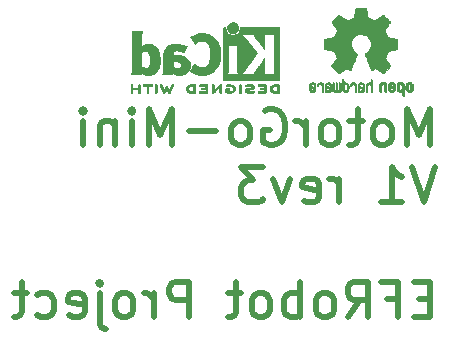
<source format=gbr>
%TF.GenerationSoftware,KiCad,Pcbnew,7.0.2*%
%TF.CreationDate,2024-03-26T23:12:22-04:00*%
%TF.ProjectId,mini_motor_go_V1_rev3,6d696e69-5f6d-46f7-946f-725f676f5f56,rev?*%
%TF.SameCoordinates,Original*%
%TF.FileFunction,Legend,Bot*%
%TF.FilePolarity,Positive*%
%FSLAX46Y46*%
G04 Gerber Fmt 4.6, Leading zero omitted, Abs format (unit mm)*
G04 Created by KiCad (PCBNEW 7.0.2) date 2024-03-26 23:12:22*
%MOMM*%
%LPD*%
G01*
G04 APERTURE LIST*
%ADD10C,0.500000*%
%ADD11C,0.010000*%
G04 APERTURE END LIST*
D10*
X177847714Y-64300857D02*
X177847714Y-61300857D01*
X177847714Y-61300857D02*
X176847714Y-63443714D01*
X176847714Y-63443714D02*
X175847714Y-61300857D01*
X175847714Y-61300857D02*
X175847714Y-64300857D01*
X173990571Y-64300857D02*
X174276286Y-64158000D01*
X174276286Y-64158000D02*
X174419143Y-64015142D01*
X174419143Y-64015142D02*
X174562000Y-63729428D01*
X174562000Y-63729428D02*
X174562000Y-62872285D01*
X174562000Y-62872285D02*
X174419143Y-62586571D01*
X174419143Y-62586571D02*
X174276286Y-62443714D01*
X174276286Y-62443714D02*
X173990571Y-62300857D01*
X173990571Y-62300857D02*
X173562000Y-62300857D01*
X173562000Y-62300857D02*
X173276286Y-62443714D01*
X173276286Y-62443714D02*
X173133429Y-62586571D01*
X173133429Y-62586571D02*
X172990571Y-62872285D01*
X172990571Y-62872285D02*
X172990571Y-63729428D01*
X172990571Y-63729428D02*
X173133429Y-64015142D01*
X173133429Y-64015142D02*
X173276286Y-64158000D01*
X173276286Y-64158000D02*
X173562000Y-64300857D01*
X173562000Y-64300857D02*
X173990571Y-64300857D01*
X172133428Y-62300857D02*
X170990571Y-62300857D01*
X171704857Y-61300857D02*
X171704857Y-63872285D01*
X171704857Y-63872285D02*
X171562000Y-64158000D01*
X171562000Y-64158000D02*
X171276285Y-64300857D01*
X171276285Y-64300857D02*
X170990571Y-64300857D01*
X169561999Y-64300857D02*
X169847714Y-64158000D01*
X169847714Y-64158000D02*
X169990571Y-64015142D01*
X169990571Y-64015142D02*
X170133428Y-63729428D01*
X170133428Y-63729428D02*
X170133428Y-62872285D01*
X170133428Y-62872285D02*
X169990571Y-62586571D01*
X169990571Y-62586571D02*
X169847714Y-62443714D01*
X169847714Y-62443714D02*
X169561999Y-62300857D01*
X169561999Y-62300857D02*
X169133428Y-62300857D01*
X169133428Y-62300857D02*
X168847714Y-62443714D01*
X168847714Y-62443714D02*
X168704857Y-62586571D01*
X168704857Y-62586571D02*
X168561999Y-62872285D01*
X168561999Y-62872285D02*
X168561999Y-63729428D01*
X168561999Y-63729428D02*
X168704857Y-64015142D01*
X168704857Y-64015142D02*
X168847714Y-64158000D01*
X168847714Y-64158000D02*
X169133428Y-64300857D01*
X169133428Y-64300857D02*
X169561999Y-64300857D01*
X167276285Y-64300857D02*
X167276285Y-62300857D01*
X167276285Y-62872285D02*
X167133428Y-62586571D01*
X167133428Y-62586571D02*
X166990571Y-62443714D01*
X166990571Y-62443714D02*
X166704856Y-62300857D01*
X166704856Y-62300857D02*
X166419142Y-62300857D01*
X163847713Y-61443714D02*
X164133428Y-61300857D01*
X164133428Y-61300857D02*
X164561999Y-61300857D01*
X164561999Y-61300857D02*
X164990570Y-61443714D01*
X164990570Y-61443714D02*
X165276285Y-61729428D01*
X165276285Y-61729428D02*
X165419142Y-62015142D01*
X165419142Y-62015142D02*
X165561999Y-62586571D01*
X165561999Y-62586571D02*
X165561999Y-63015142D01*
X165561999Y-63015142D02*
X165419142Y-63586571D01*
X165419142Y-63586571D02*
X165276285Y-63872285D01*
X165276285Y-63872285D02*
X164990570Y-64158000D01*
X164990570Y-64158000D02*
X164561999Y-64300857D01*
X164561999Y-64300857D02*
X164276285Y-64300857D01*
X164276285Y-64300857D02*
X163847713Y-64158000D01*
X163847713Y-64158000D02*
X163704856Y-64015142D01*
X163704856Y-64015142D02*
X163704856Y-63015142D01*
X163704856Y-63015142D02*
X164276285Y-63015142D01*
X161990570Y-64300857D02*
X162276285Y-64158000D01*
X162276285Y-64158000D02*
X162419142Y-64015142D01*
X162419142Y-64015142D02*
X162561999Y-63729428D01*
X162561999Y-63729428D02*
X162561999Y-62872285D01*
X162561999Y-62872285D02*
X162419142Y-62586571D01*
X162419142Y-62586571D02*
X162276285Y-62443714D01*
X162276285Y-62443714D02*
X161990570Y-62300857D01*
X161990570Y-62300857D02*
X161561999Y-62300857D01*
X161561999Y-62300857D02*
X161276285Y-62443714D01*
X161276285Y-62443714D02*
X161133428Y-62586571D01*
X161133428Y-62586571D02*
X160990570Y-62872285D01*
X160990570Y-62872285D02*
X160990570Y-63729428D01*
X160990570Y-63729428D02*
X161133428Y-64015142D01*
X161133428Y-64015142D02*
X161276285Y-64158000D01*
X161276285Y-64158000D02*
X161561999Y-64300857D01*
X161561999Y-64300857D02*
X161990570Y-64300857D01*
X159704856Y-63158000D02*
X157419142Y-63158000D01*
X155990570Y-64300857D02*
X155990570Y-61300857D01*
X155990570Y-61300857D02*
X154990570Y-63443714D01*
X154990570Y-63443714D02*
X153990570Y-61300857D01*
X153990570Y-61300857D02*
X153990570Y-64300857D01*
X152561999Y-64300857D02*
X152561999Y-62300857D01*
X152561999Y-61300857D02*
X152704856Y-61443714D01*
X152704856Y-61443714D02*
X152561999Y-61586571D01*
X152561999Y-61586571D02*
X152419142Y-61443714D01*
X152419142Y-61443714D02*
X152561999Y-61300857D01*
X152561999Y-61300857D02*
X152561999Y-61586571D01*
X151133428Y-62300857D02*
X151133428Y-64300857D01*
X151133428Y-62586571D02*
X150990571Y-62443714D01*
X150990571Y-62443714D02*
X150704856Y-62300857D01*
X150704856Y-62300857D02*
X150276285Y-62300857D01*
X150276285Y-62300857D02*
X149990571Y-62443714D01*
X149990571Y-62443714D02*
X149847714Y-62729428D01*
X149847714Y-62729428D02*
X149847714Y-64300857D01*
X148419142Y-64300857D02*
X148419142Y-62300857D01*
X148419142Y-61300857D02*
X148561999Y-61443714D01*
X148561999Y-61443714D02*
X148419142Y-61586571D01*
X148419142Y-61586571D02*
X148276285Y-61443714D01*
X148276285Y-61443714D02*
X148419142Y-61300857D01*
X148419142Y-61300857D02*
X148419142Y-61586571D01*
X178276285Y-66160857D02*
X177276285Y-69160857D01*
X177276285Y-69160857D02*
X176276285Y-66160857D01*
X173704856Y-69160857D02*
X175419142Y-69160857D01*
X174561999Y-69160857D02*
X174561999Y-66160857D01*
X174561999Y-66160857D02*
X174847713Y-66589428D01*
X174847713Y-66589428D02*
X175133428Y-66875142D01*
X175133428Y-66875142D02*
X175419142Y-67018000D01*
X170133428Y-69160857D02*
X170133428Y-67160857D01*
X170133428Y-67732285D02*
X169990571Y-67446571D01*
X169990571Y-67446571D02*
X169847714Y-67303714D01*
X169847714Y-67303714D02*
X169561999Y-67160857D01*
X169561999Y-67160857D02*
X169276285Y-67160857D01*
X167133428Y-69018000D02*
X167419142Y-69160857D01*
X167419142Y-69160857D02*
X167990571Y-69160857D01*
X167990571Y-69160857D02*
X168276285Y-69018000D01*
X168276285Y-69018000D02*
X168419142Y-68732285D01*
X168419142Y-68732285D02*
X168419142Y-67589428D01*
X168419142Y-67589428D02*
X168276285Y-67303714D01*
X168276285Y-67303714D02*
X167990571Y-67160857D01*
X167990571Y-67160857D02*
X167419142Y-67160857D01*
X167419142Y-67160857D02*
X167133428Y-67303714D01*
X167133428Y-67303714D02*
X166990571Y-67589428D01*
X166990571Y-67589428D02*
X166990571Y-67875142D01*
X166990571Y-67875142D02*
X168419142Y-68160857D01*
X165990570Y-67160857D02*
X165276284Y-69160857D01*
X165276284Y-69160857D02*
X164561999Y-67160857D01*
X163704856Y-66160857D02*
X161847713Y-66160857D01*
X161847713Y-66160857D02*
X162847713Y-67303714D01*
X162847713Y-67303714D02*
X162419142Y-67303714D01*
X162419142Y-67303714D02*
X162133428Y-67446571D01*
X162133428Y-67446571D02*
X161990570Y-67589428D01*
X161990570Y-67589428D02*
X161847713Y-67875142D01*
X161847713Y-67875142D02*
X161847713Y-68589428D01*
X161847713Y-68589428D02*
X161990570Y-68875142D01*
X161990570Y-68875142D02*
X162133428Y-69018000D01*
X162133428Y-69018000D02*
X162419142Y-69160857D01*
X162419142Y-69160857D02*
X163276285Y-69160857D01*
X163276285Y-69160857D02*
X163561999Y-69018000D01*
X163561999Y-69018000D02*
X163704856Y-68875142D01*
X177847714Y-77309428D02*
X176847714Y-77309428D01*
X176419142Y-78880857D02*
X177847714Y-78880857D01*
X177847714Y-78880857D02*
X177847714Y-75880857D01*
X177847714Y-75880857D02*
X176419142Y-75880857D01*
X174133428Y-77309428D02*
X175133428Y-77309428D01*
X175133428Y-78880857D02*
X175133428Y-75880857D01*
X175133428Y-75880857D02*
X173704856Y-75880857D01*
X170847713Y-78880857D02*
X171847713Y-77452285D01*
X172561999Y-78880857D02*
X172561999Y-75880857D01*
X172561999Y-75880857D02*
X171419142Y-75880857D01*
X171419142Y-75880857D02*
X171133427Y-76023714D01*
X171133427Y-76023714D02*
X170990570Y-76166571D01*
X170990570Y-76166571D02*
X170847713Y-76452285D01*
X170847713Y-76452285D02*
X170847713Y-76880857D01*
X170847713Y-76880857D02*
X170990570Y-77166571D01*
X170990570Y-77166571D02*
X171133427Y-77309428D01*
X171133427Y-77309428D02*
X171419142Y-77452285D01*
X171419142Y-77452285D02*
X172561999Y-77452285D01*
X169133427Y-78880857D02*
X169419142Y-78738000D01*
X169419142Y-78738000D02*
X169561999Y-78595142D01*
X169561999Y-78595142D02*
X169704856Y-78309428D01*
X169704856Y-78309428D02*
X169704856Y-77452285D01*
X169704856Y-77452285D02*
X169561999Y-77166571D01*
X169561999Y-77166571D02*
X169419142Y-77023714D01*
X169419142Y-77023714D02*
X169133427Y-76880857D01*
X169133427Y-76880857D02*
X168704856Y-76880857D01*
X168704856Y-76880857D02*
X168419142Y-77023714D01*
X168419142Y-77023714D02*
X168276285Y-77166571D01*
X168276285Y-77166571D02*
X168133427Y-77452285D01*
X168133427Y-77452285D02*
X168133427Y-78309428D01*
X168133427Y-78309428D02*
X168276285Y-78595142D01*
X168276285Y-78595142D02*
X168419142Y-78738000D01*
X168419142Y-78738000D02*
X168704856Y-78880857D01*
X168704856Y-78880857D02*
X169133427Y-78880857D01*
X166847713Y-78880857D02*
X166847713Y-75880857D01*
X166847713Y-77023714D02*
X166561999Y-76880857D01*
X166561999Y-76880857D02*
X165990570Y-76880857D01*
X165990570Y-76880857D02*
X165704856Y-77023714D01*
X165704856Y-77023714D02*
X165561999Y-77166571D01*
X165561999Y-77166571D02*
X165419141Y-77452285D01*
X165419141Y-77452285D02*
X165419141Y-78309428D01*
X165419141Y-78309428D02*
X165561999Y-78595142D01*
X165561999Y-78595142D02*
X165704856Y-78738000D01*
X165704856Y-78738000D02*
X165990570Y-78880857D01*
X165990570Y-78880857D02*
X166561999Y-78880857D01*
X166561999Y-78880857D02*
X166847713Y-78738000D01*
X163704855Y-78880857D02*
X163990570Y-78738000D01*
X163990570Y-78738000D02*
X164133427Y-78595142D01*
X164133427Y-78595142D02*
X164276284Y-78309428D01*
X164276284Y-78309428D02*
X164276284Y-77452285D01*
X164276284Y-77452285D02*
X164133427Y-77166571D01*
X164133427Y-77166571D02*
X163990570Y-77023714D01*
X163990570Y-77023714D02*
X163704855Y-76880857D01*
X163704855Y-76880857D02*
X163276284Y-76880857D01*
X163276284Y-76880857D02*
X162990570Y-77023714D01*
X162990570Y-77023714D02*
X162847713Y-77166571D01*
X162847713Y-77166571D02*
X162704855Y-77452285D01*
X162704855Y-77452285D02*
X162704855Y-78309428D01*
X162704855Y-78309428D02*
X162847713Y-78595142D01*
X162847713Y-78595142D02*
X162990570Y-78738000D01*
X162990570Y-78738000D02*
X163276284Y-78880857D01*
X163276284Y-78880857D02*
X163704855Y-78880857D01*
X161847712Y-76880857D02*
X160704855Y-76880857D01*
X161419141Y-75880857D02*
X161419141Y-78452285D01*
X161419141Y-78452285D02*
X161276284Y-78738000D01*
X161276284Y-78738000D02*
X160990569Y-78880857D01*
X160990569Y-78880857D02*
X160704855Y-78880857D01*
X157419141Y-78880857D02*
X157419141Y-75880857D01*
X157419141Y-75880857D02*
X156276284Y-75880857D01*
X156276284Y-75880857D02*
X155990569Y-76023714D01*
X155990569Y-76023714D02*
X155847712Y-76166571D01*
X155847712Y-76166571D02*
X155704855Y-76452285D01*
X155704855Y-76452285D02*
X155704855Y-76880857D01*
X155704855Y-76880857D02*
X155847712Y-77166571D01*
X155847712Y-77166571D02*
X155990569Y-77309428D01*
X155990569Y-77309428D02*
X156276284Y-77452285D01*
X156276284Y-77452285D02*
X157419141Y-77452285D01*
X154419141Y-78880857D02*
X154419141Y-76880857D01*
X154419141Y-77452285D02*
X154276284Y-77166571D01*
X154276284Y-77166571D02*
X154133427Y-77023714D01*
X154133427Y-77023714D02*
X153847712Y-76880857D01*
X153847712Y-76880857D02*
X153561998Y-76880857D01*
X152133426Y-78880857D02*
X152419141Y-78738000D01*
X152419141Y-78738000D02*
X152561998Y-78595142D01*
X152561998Y-78595142D02*
X152704855Y-78309428D01*
X152704855Y-78309428D02*
X152704855Y-77452285D01*
X152704855Y-77452285D02*
X152561998Y-77166571D01*
X152561998Y-77166571D02*
X152419141Y-77023714D01*
X152419141Y-77023714D02*
X152133426Y-76880857D01*
X152133426Y-76880857D02*
X151704855Y-76880857D01*
X151704855Y-76880857D02*
X151419141Y-77023714D01*
X151419141Y-77023714D02*
X151276284Y-77166571D01*
X151276284Y-77166571D02*
X151133426Y-77452285D01*
X151133426Y-77452285D02*
X151133426Y-78309428D01*
X151133426Y-78309428D02*
X151276284Y-78595142D01*
X151276284Y-78595142D02*
X151419141Y-78738000D01*
X151419141Y-78738000D02*
X151704855Y-78880857D01*
X151704855Y-78880857D02*
X152133426Y-78880857D01*
X149847712Y-76880857D02*
X149847712Y-79452285D01*
X149847712Y-79452285D02*
X149990569Y-79738000D01*
X149990569Y-79738000D02*
X150276283Y-79880857D01*
X150276283Y-79880857D02*
X150419140Y-79880857D01*
X149847712Y-75880857D02*
X149990569Y-76023714D01*
X149990569Y-76023714D02*
X149847712Y-76166571D01*
X149847712Y-76166571D02*
X149704855Y-76023714D01*
X149704855Y-76023714D02*
X149847712Y-75880857D01*
X149847712Y-75880857D02*
X149847712Y-76166571D01*
X147276284Y-78738000D02*
X147561998Y-78880857D01*
X147561998Y-78880857D02*
X148133427Y-78880857D01*
X148133427Y-78880857D02*
X148419141Y-78738000D01*
X148419141Y-78738000D02*
X148561998Y-78452285D01*
X148561998Y-78452285D02*
X148561998Y-77309428D01*
X148561998Y-77309428D02*
X148419141Y-77023714D01*
X148419141Y-77023714D02*
X148133427Y-76880857D01*
X148133427Y-76880857D02*
X147561998Y-76880857D01*
X147561998Y-76880857D02*
X147276284Y-77023714D01*
X147276284Y-77023714D02*
X147133427Y-77309428D01*
X147133427Y-77309428D02*
X147133427Y-77595142D01*
X147133427Y-77595142D02*
X148561998Y-77880857D01*
X144561998Y-78738000D02*
X144847712Y-78880857D01*
X144847712Y-78880857D02*
X145419140Y-78880857D01*
X145419140Y-78880857D02*
X145704855Y-78738000D01*
X145704855Y-78738000D02*
X145847712Y-78595142D01*
X145847712Y-78595142D02*
X145990569Y-78309428D01*
X145990569Y-78309428D02*
X145990569Y-77452285D01*
X145990569Y-77452285D02*
X145847712Y-77166571D01*
X145847712Y-77166571D02*
X145704855Y-77023714D01*
X145704855Y-77023714D02*
X145419140Y-76880857D01*
X145419140Y-76880857D02*
X144847712Y-76880857D01*
X144847712Y-76880857D02*
X144561998Y-77023714D01*
X143704854Y-76880857D02*
X142561997Y-76880857D01*
X143276283Y-75880857D02*
X143276283Y-78452285D01*
X143276283Y-78452285D02*
X143133426Y-78738000D01*
X143133426Y-78738000D02*
X142847711Y-78880857D01*
X142847711Y-78880857D02*
X142561997Y-78880857D01*
%TO.C,REF\u002A\u002A*%
D11*
X154605406Y-59170949D02*
X154631127Y-59186647D01*
X154657778Y-59208227D01*
X154657778Y-59855684D01*
X154631127Y-59877264D01*
X154599767Y-59894739D01*
X154563966Y-59895575D01*
X154532528Y-59875082D01*
X154528652Y-59870416D01*
X154523186Y-59860949D01*
X154518979Y-59847267D01*
X154515867Y-59826748D01*
X154513687Y-59796768D01*
X154512276Y-59754704D01*
X154511471Y-59697932D01*
X154511107Y-59623830D01*
X154511022Y-59529773D01*
X154511022Y-59208227D01*
X154537673Y-59186647D01*
X154561386Y-59171877D01*
X154584400Y-59165067D01*
X154605406Y-59170949D01*
G36*
X154605406Y-59170949D02*
G01*
X154631127Y-59186647D01*
X154657778Y-59208227D01*
X154657778Y-59855684D01*
X154631127Y-59877264D01*
X154599767Y-59894739D01*
X154563966Y-59895575D01*
X154532528Y-59875082D01*
X154528652Y-59870416D01*
X154523186Y-59860949D01*
X154518979Y-59847267D01*
X154515867Y-59826748D01*
X154513687Y-59796768D01*
X154512276Y-59754704D01*
X154511471Y-59697932D01*
X154511107Y-59623830D01*
X154511022Y-59529773D01*
X154511022Y-59208227D01*
X154537673Y-59186647D01*
X154561386Y-59171877D01*
X154584400Y-59165067D01*
X154605406Y-59170949D01*
G37*
X161736137Y-59169463D02*
X161770291Y-59192776D01*
X161798000Y-59220485D01*
X161798000Y-59533537D01*
X161797959Y-59617567D01*
X161797701Y-59691789D01*
X161797030Y-59748541D01*
X161795752Y-59790512D01*
X161793673Y-59820389D01*
X161790599Y-59840861D01*
X161786334Y-59854614D01*
X161780684Y-59864337D01*
X161773455Y-59872717D01*
X161741991Y-59894181D01*
X161706826Y-59895947D01*
X161673822Y-59876267D01*
X161668516Y-59870398D01*
X161663066Y-59861314D01*
X161658900Y-59847973D01*
X161655846Y-59827757D01*
X161653732Y-59798049D01*
X161652386Y-59756232D01*
X161651638Y-59699689D01*
X161651314Y-59625802D01*
X161651245Y-59531956D01*
X161651284Y-59456294D01*
X161651539Y-59378385D01*
X161652183Y-59318375D01*
X161653387Y-59273648D01*
X161655324Y-59241585D01*
X161658164Y-59219571D01*
X161662079Y-59204987D01*
X161667242Y-59195218D01*
X161673822Y-59187645D01*
X161703006Y-59168623D01*
X161736137Y-59169463D01*
G36*
X161736137Y-59169463D02*
G01*
X161770291Y-59192776D01*
X161798000Y-59220485D01*
X161798000Y-59533537D01*
X161797959Y-59617567D01*
X161797701Y-59691789D01*
X161797030Y-59748541D01*
X161795752Y-59790512D01*
X161793673Y-59820389D01*
X161790599Y-59840861D01*
X161786334Y-59854614D01*
X161780684Y-59864337D01*
X161773455Y-59872717D01*
X161741991Y-59894181D01*
X161706826Y-59895947D01*
X161673822Y-59876267D01*
X161668516Y-59870398D01*
X161663066Y-59861314D01*
X161658900Y-59847973D01*
X161655846Y-59827757D01*
X161653732Y-59798049D01*
X161652386Y-59756232D01*
X161651638Y-59699689D01*
X161651314Y-59625802D01*
X161651245Y-59531956D01*
X161651284Y-59456294D01*
X161651539Y-59378385D01*
X161652183Y-59318375D01*
X161653387Y-59273648D01*
X161655324Y-59241585D01*
X161658164Y-59219571D01*
X161662079Y-59204987D01*
X161667242Y-59195218D01*
X161673822Y-59187645D01*
X161703006Y-59168623D01*
X161736137Y-59169463D01*
G37*
X161204562Y-53928850D02*
X161287313Y-53956053D01*
X161362406Y-54001484D01*
X161434298Y-54067302D01*
X161472846Y-54111567D01*
X161512256Y-54169961D01*
X161537446Y-54230586D01*
X161550861Y-54299865D01*
X161554948Y-54384222D01*
X161554669Y-54430307D01*
X161552460Y-54471450D01*
X161546894Y-54503582D01*
X161536586Y-54534122D01*
X161520148Y-54570489D01*
X161506200Y-54597728D01*
X161447665Y-54683429D01*
X161375619Y-54752617D01*
X161291947Y-54803741D01*
X161198531Y-54835250D01*
X161165434Y-54842225D01*
X161124960Y-54849094D01*
X161091999Y-54850919D01*
X161057698Y-54847947D01*
X161013200Y-54840426D01*
X160961934Y-54828002D01*
X160871434Y-54790112D01*
X160792345Y-54735836D01*
X160726528Y-54667770D01*
X160675840Y-54588511D01*
X160642140Y-54500654D01*
X160627286Y-54406795D01*
X160633136Y-54309530D01*
X160659399Y-54213220D01*
X160704418Y-54124494D01*
X160765373Y-54049419D01*
X160840184Y-53989641D01*
X160926768Y-53946809D01*
X161023043Y-53922571D01*
X161126928Y-53918576D01*
X161204562Y-53928850D01*
G36*
X161204562Y-53928850D02*
G01*
X161287313Y-53956053D01*
X161362406Y-54001484D01*
X161434298Y-54067302D01*
X161472846Y-54111567D01*
X161512256Y-54169961D01*
X161537446Y-54230586D01*
X161550861Y-54299865D01*
X161554948Y-54384222D01*
X161554669Y-54430307D01*
X161552460Y-54471450D01*
X161546894Y-54503582D01*
X161536586Y-54534122D01*
X161520148Y-54570489D01*
X161506200Y-54597728D01*
X161447665Y-54683429D01*
X161375619Y-54752617D01*
X161291947Y-54803741D01*
X161198531Y-54835250D01*
X161165434Y-54842225D01*
X161124960Y-54849094D01*
X161091999Y-54850919D01*
X161057698Y-54847947D01*
X161013200Y-54840426D01*
X160961934Y-54828002D01*
X160871434Y-54790112D01*
X160792345Y-54735836D01*
X160726528Y-54667770D01*
X160675840Y-54588511D01*
X160642140Y-54500654D01*
X160627286Y-54406795D01*
X160633136Y-54309530D01*
X160659399Y-54213220D01*
X160704418Y-54124494D01*
X160765373Y-54049419D01*
X160840184Y-53989641D01*
X160926768Y-53946809D01*
X161023043Y-53922571D01*
X161126928Y-53918576D01*
X161204562Y-53928850D01*
G37*
X153905767Y-59165068D02*
X153999890Y-59165158D01*
X154074405Y-59165498D01*
X154131811Y-59166239D01*
X154174611Y-59167535D01*
X154205304Y-59169537D01*
X154226391Y-59172396D01*
X154240373Y-59176266D01*
X154249750Y-59181298D01*
X154257022Y-59187645D01*
X154275828Y-59220362D01*
X154277275Y-59257939D01*
X154260917Y-59291178D01*
X154259557Y-59292631D01*
X154248354Y-59300992D01*
X154231252Y-59306547D01*
X154204082Y-59309840D01*
X154162678Y-59311418D01*
X154102873Y-59311822D01*
X153963511Y-59311822D01*
X153963511Y-59575589D01*
X153963436Y-59651417D01*
X153963028Y-59718083D01*
X153962046Y-59767867D01*
X153960250Y-59803784D01*
X153957399Y-59828850D01*
X153953253Y-59846081D01*
X153947571Y-59858492D01*
X153940114Y-59869100D01*
X153937824Y-59871906D01*
X153906646Y-59894548D01*
X153872266Y-59896112D01*
X153839334Y-59876267D01*
X153832355Y-59868191D01*
X153826883Y-59857593D01*
X153822863Y-59841749D01*
X153820072Y-59817773D01*
X153818288Y-59782774D01*
X153817289Y-59733864D01*
X153816852Y-59668154D01*
X153816756Y-59582756D01*
X153816756Y-59311822D01*
X153670820Y-59311822D01*
X153659720Y-59311821D01*
X153603202Y-59311596D01*
X153564358Y-59310457D01*
X153538965Y-59307657D01*
X153522804Y-59302450D01*
X153511652Y-59294089D01*
X153501289Y-59281826D01*
X153485441Y-59251138D01*
X153488543Y-59217358D01*
X153514187Y-59184822D01*
X153519129Y-59181105D01*
X153529338Y-59176269D01*
X153544764Y-59172506D01*
X153567886Y-59169683D01*
X153601183Y-59167670D01*
X153647137Y-59166333D01*
X153708228Y-59165542D01*
X153786935Y-59165163D01*
X153885740Y-59165067D01*
X153905767Y-59165068D01*
G36*
X153905767Y-59165068D02*
G01*
X153999890Y-59165158D01*
X154074405Y-59165498D01*
X154131811Y-59166239D01*
X154174611Y-59167535D01*
X154205304Y-59169537D01*
X154226391Y-59172396D01*
X154240373Y-59176266D01*
X154249750Y-59181298D01*
X154257022Y-59187645D01*
X154275828Y-59220362D01*
X154277275Y-59257939D01*
X154260917Y-59291178D01*
X154259557Y-59292631D01*
X154248354Y-59300992D01*
X154231252Y-59306547D01*
X154204082Y-59309840D01*
X154162678Y-59311418D01*
X154102873Y-59311822D01*
X153963511Y-59311822D01*
X153963511Y-59575589D01*
X153963436Y-59651417D01*
X153963028Y-59718083D01*
X153962046Y-59767867D01*
X153960250Y-59803784D01*
X153957399Y-59828850D01*
X153953253Y-59846081D01*
X153947571Y-59858492D01*
X153940114Y-59869100D01*
X153937824Y-59871906D01*
X153906646Y-59894548D01*
X153872266Y-59896112D01*
X153839334Y-59876267D01*
X153832355Y-59868191D01*
X153826883Y-59857593D01*
X153822863Y-59841749D01*
X153820072Y-59817773D01*
X153818288Y-59782774D01*
X153817289Y-59733864D01*
X153816852Y-59668154D01*
X153816756Y-59582756D01*
X153816756Y-59311822D01*
X153670820Y-59311822D01*
X153659720Y-59311821D01*
X153603202Y-59311596D01*
X153564358Y-59310457D01*
X153538965Y-59307657D01*
X153522804Y-59302450D01*
X153511652Y-59294089D01*
X153501289Y-59281826D01*
X153485441Y-59251138D01*
X153488543Y-59217358D01*
X153514187Y-59184822D01*
X153519129Y-59181105D01*
X153529338Y-59176269D01*
X153544764Y-59172506D01*
X153567886Y-59169683D01*
X153601183Y-59167670D01*
X153647137Y-59166333D01*
X153708228Y-59165542D01*
X153786935Y-59165163D01*
X153885740Y-59165067D01*
X153905767Y-59165068D01*
G37*
X153229734Y-59187645D02*
X153235366Y-59193835D01*
X153240456Y-59202041D01*
X153244543Y-59213817D01*
X153247721Y-59231276D01*
X153250087Y-59256530D01*
X153251738Y-59291690D01*
X153252769Y-59338869D01*
X153253277Y-59400177D01*
X153253359Y-59477727D01*
X153253109Y-59573631D01*
X153252625Y-59690000D01*
X153252557Y-59704175D01*
X153251971Y-59765937D01*
X153250648Y-59809620D01*
X153248103Y-59839001D01*
X153243848Y-59857855D01*
X153237396Y-59869959D01*
X153228262Y-59879089D01*
X153194804Y-59896506D01*
X153159856Y-59893604D01*
X153128953Y-59869100D01*
X153119944Y-59855897D01*
X153112492Y-59837361D01*
X153108124Y-59811333D01*
X153106069Y-59772787D01*
X153105556Y-59716700D01*
X153105556Y-59594045D01*
X152608845Y-59594045D01*
X152608845Y-59728871D01*
X152608772Y-59764662D01*
X152608009Y-59810992D01*
X152605833Y-59841526D01*
X152601536Y-59860557D01*
X152594412Y-59872374D01*
X152583755Y-59881271D01*
X152551504Y-59896341D01*
X152516217Y-59893673D01*
X152485486Y-59869100D01*
X152480831Y-59862845D01*
X152474895Y-59852321D01*
X152470364Y-59838391D01*
X152467048Y-59818317D01*
X152464759Y-59789360D01*
X152463308Y-59748780D01*
X152462505Y-59693840D01*
X152462162Y-59621799D01*
X152462089Y-59529920D01*
X152462089Y-59220485D01*
X152489798Y-59192776D01*
X152521177Y-59170533D01*
X152554406Y-59167844D01*
X152586267Y-59187645D01*
X152594553Y-59197415D01*
X152601965Y-59213307D01*
X152606302Y-59237275D01*
X152608338Y-59274148D01*
X152608845Y-59328756D01*
X152608845Y-59447289D01*
X153105556Y-59447289D01*
X153105556Y-59331776D01*
X153105994Y-59280078D01*
X153107958Y-59245554D01*
X153112474Y-59222978D01*
X153120567Y-59207126D01*
X153133265Y-59192776D01*
X153164643Y-59170533D01*
X153197872Y-59167844D01*
X153229734Y-59187645D01*
G36*
X153229734Y-59187645D02*
G01*
X153235366Y-59193835D01*
X153240456Y-59202041D01*
X153244543Y-59213817D01*
X153247721Y-59231276D01*
X153250087Y-59256530D01*
X153251738Y-59291690D01*
X153252769Y-59338869D01*
X153253277Y-59400177D01*
X153253359Y-59477727D01*
X153253109Y-59573631D01*
X153252625Y-59690000D01*
X153252557Y-59704175D01*
X153251971Y-59765937D01*
X153250648Y-59809620D01*
X153248103Y-59839001D01*
X153243848Y-59857855D01*
X153237396Y-59869959D01*
X153228262Y-59879089D01*
X153194804Y-59896506D01*
X153159856Y-59893604D01*
X153128953Y-59869100D01*
X153119944Y-59855897D01*
X153112492Y-59837361D01*
X153108124Y-59811333D01*
X153106069Y-59772787D01*
X153105556Y-59716700D01*
X153105556Y-59594045D01*
X152608845Y-59594045D01*
X152608845Y-59728871D01*
X152608772Y-59764662D01*
X152608009Y-59810992D01*
X152605833Y-59841526D01*
X152601536Y-59860557D01*
X152594412Y-59872374D01*
X152583755Y-59881271D01*
X152551504Y-59896341D01*
X152516217Y-59893673D01*
X152485486Y-59869100D01*
X152480831Y-59862845D01*
X152474895Y-59852321D01*
X152470364Y-59838391D01*
X152467048Y-59818317D01*
X152464759Y-59789360D01*
X152463308Y-59748780D01*
X152462505Y-59693840D01*
X152462162Y-59621799D01*
X152462089Y-59529920D01*
X152462089Y-59220485D01*
X152489798Y-59192776D01*
X152521177Y-59170533D01*
X152554406Y-59167844D01*
X152586267Y-59187645D01*
X152594553Y-59197415D01*
X152601965Y-59213307D01*
X152606302Y-59237275D01*
X152608338Y-59274148D01*
X152608845Y-59328756D01*
X152608845Y-59447289D01*
X153105556Y-59447289D01*
X153105556Y-59331776D01*
X153105994Y-59280078D01*
X153107958Y-59245554D01*
X153112474Y-59222978D01*
X153120567Y-59207126D01*
X153133265Y-59192776D01*
X153164643Y-59170533D01*
X153197872Y-59167844D01*
X153229734Y-59187645D01*
G37*
X157935133Y-59776396D02*
X157933163Y-59809175D01*
X157930235Y-59832095D01*
X157926158Y-59847897D01*
X157920743Y-59859319D01*
X157913803Y-59869100D01*
X157890406Y-59898845D01*
X157724714Y-59898251D01*
X157689918Y-59897953D01*
X157591435Y-59894522D01*
X157510473Y-59886839D01*
X157443379Y-59874282D01*
X157386496Y-59856227D01*
X157336169Y-59832052D01*
X157332810Y-59830135D01*
X157274998Y-59793417D01*
X157232644Y-59756451D01*
X157199828Y-59712966D01*
X157170628Y-59656689D01*
X157166346Y-59647073D01*
X157143769Y-59583887D01*
X157138034Y-59538333D01*
X157287279Y-59538333D01*
X157292892Y-59563061D01*
X157298618Y-59578939D01*
X157331548Y-59638847D01*
X157378886Y-59684600D01*
X157442652Y-59717736D01*
X157524861Y-59739790D01*
X157527655Y-59740292D01*
X157573940Y-59746255D01*
X157630336Y-59750483D01*
X157685274Y-59752089D01*
X157779156Y-59752089D01*
X157779156Y-59311822D01*
X157691667Y-59312270D01*
X157624747Y-59314746D01*
X157532349Y-59325998D01*
X157453034Y-59345537D01*
X157391060Y-59372511D01*
X157360120Y-59393240D01*
X157332000Y-59423006D01*
X157308660Y-59465434D01*
X157301533Y-59481400D01*
X157289709Y-59513902D01*
X157287279Y-59538333D01*
X157138034Y-59538333D01*
X157136797Y-59528509D01*
X157145399Y-59473483D01*
X157169541Y-59411351D01*
X157170337Y-59409658D01*
X157210788Y-59340236D01*
X157261473Y-59283638D01*
X157324198Y-59239070D01*
X157400774Y-59205741D01*
X157493009Y-59182861D01*
X157602712Y-59169636D01*
X157731691Y-59165275D01*
X157735263Y-59165270D01*
X157795283Y-59165410D01*
X157837214Y-59166446D01*
X157865328Y-59169040D01*
X157883897Y-59173853D01*
X157897194Y-59181544D01*
X157909491Y-59192776D01*
X157937200Y-59220485D01*
X157937200Y-59529920D01*
X157937175Y-59591526D01*
X157936950Y-59670311D01*
X157936332Y-59731021D01*
X157935775Y-59752089D01*
X157935133Y-59776396D01*
G36*
X157935133Y-59776396D02*
G01*
X157933163Y-59809175D01*
X157930235Y-59832095D01*
X157926158Y-59847897D01*
X157920743Y-59859319D01*
X157913803Y-59869100D01*
X157890406Y-59898845D01*
X157724714Y-59898251D01*
X157689918Y-59897953D01*
X157591435Y-59894522D01*
X157510473Y-59886839D01*
X157443379Y-59874282D01*
X157386496Y-59856227D01*
X157336169Y-59832052D01*
X157332810Y-59830135D01*
X157274998Y-59793417D01*
X157232644Y-59756451D01*
X157199828Y-59712966D01*
X157170628Y-59656689D01*
X157166346Y-59647073D01*
X157143769Y-59583887D01*
X157138034Y-59538333D01*
X157287279Y-59538333D01*
X157292892Y-59563061D01*
X157298618Y-59578939D01*
X157331548Y-59638847D01*
X157378886Y-59684600D01*
X157442652Y-59717736D01*
X157524861Y-59739790D01*
X157527655Y-59740292D01*
X157573940Y-59746255D01*
X157630336Y-59750483D01*
X157685274Y-59752089D01*
X157779156Y-59752089D01*
X157779156Y-59311822D01*
X157691667Y-59312270D01*
X157624747Y-59314746D01*
X157532349Y-59325998D01*
X157453034Y-59345537D01*
X157391060Y-59372511D01*
X157360120Y-59393240D01*
X157332000Y-59423006D01*
X157308660Y-59465434D01*
X157301533Y-59481400D01*
X157289709Y-59513902D01*
X157287279Y-59538333D01*
X157138034Y-59538333D01*
X157136797Y-59528509D01*
X157145399Y-59473483D01*
X157169541Y-59411351D01*
X157170337Y-59409658D01*
X157210788Y-59340236D01*
X157261473Y-59283638D01*
X157324198Y-59239070D01*
X157400774Y-59205741D01*
X157493009Y-59182861D01*
X157602712Y-59169636D01*
X157731691Y-59165275D01*
X157735263Y-59165270D01*
X157795283Y-59165410D01*
X157837214Y-59166446D01*
X157865328Y-59169040D01*
X157883897Y-59173853D01*
X157897194Y-59181544D01*
X157909491Y-59192776D01*
X157937200Y-59220485D01*
X157937200Y-59529920D01*
X157937175Y-59591526D01*
X157936950Y-59670311D01*
X157936332Y-59731021D01*
X157935775Y-59752089D01*
X157935133Y-59776396D01*
G37*
X165026817Y-59350427D02*
X165026870Y-59431041D01*
X165026622Y-59531956D01*
X165026583Y-59607617D01*
X165026328Y-59685526D01*
X165025684Y-59745536D01*
X165024480Y-59790264D01*
X165022543Y-59822326D01*
X165019703Y-59844340D01*
X165015788Y-59858924D01*
X165010626Y-59868694D01*
X165004045Y-59876267D01*
X164997077Y-59882501D01*
X164984079Y-59889801D01*
X164964931Y-59894554D01*
X164935528Y-59897292D01*
X164891762Y-59898545D01*
X164829528Y-59898845D01*
X164780582Y-59898469D01*
X164673722Y-59894041D01*
X164584494Y-59883953D01*
X164509696Y-59867365D01*
X164446125Y-59843435D01*
X164390579Y-59811321D01*
X164339854Y-59770182D01*
X164333866Y-59764330D01*
X164296999Y-59715821D01*
X164265899Y-59655013D01*
X164244417Y-59590769D01*
X164239136Y-59552026D01*
X164386353Y-59552026D01*
X164404635Y-59602961D01*
X164434305Y-59648878D01*
X164481002Y-59691287D01*
X164542392Y-59721090D01*
X164621538Y-59740226D01*
X164623028Y-59740464D01*
X164671999Y-59746256D01*
X164730693Y-59750396D01*
X164786734Y-59752004D01*
X164879867Y-59752089D01*
X164879867Y-59311822D01*
X164803667Y-59311808D01*
X164800639Y-59311817D01*
X164749519Y-59313782D01*
X164689416Y-59318507D01*
X164632708Y-59325035D01*
X164582750Y-59334331D01*
X164507998Y-59360600D01*
X164450489Y-59399899D01*
X164408988Y-59452933D01*
X164387771Y-59504200D01*
X164386353Y-59552026D01*
X164239136Y-59552026D01*
X164236400Y-59531956D01*
X164237679Y-59510739D01*
X164249991Y-59453323D01*
X164272520Y-59393413D01*
X164301750Y-59339363D01*
X164334167Y-59299532D01*
X164353708Y-59282510D01*
X164408420Y-59243322D01*
X164468723Y-59213193D01*
X164537919Y-59191232D01*
X164619311Y-59176550D01*
X164716200Y-59168259D01*
X164831889Y-59165467D01*
X164871371Y-59165066D01*
X164917082Y-59164653D01*
X164952883Y-59166457D01*
X164979974Y-59172739D01*
X164999556Y-59185759D01*
X165012830Y-59207778D01*
X165020998Y-59241055D01*
X165025260Y-59287851D01*
X165025857Y-59311822D01*
X165026817Y-59350427D01*
G36*
X165026817Y-59350427D02*
G01*
X165026870Y-59431041D01*
X165026622Y-59531956D01*
X165026583Y-59607617D01*
X165026328Y-59685526D01*
X165025684Y-59745536D01*
X165024480Y-59790264D01*
X165022543Y-59822326D01*
X165019703Y-59844340D01*
X165015788Y-59858924D01*
X165010626Y-59868694D01*
X165004045Y-59876267D01*
X164997077Y-59882501D01*
X164984079Y-59889801D01*
X164964931Y-59894554D01*
X164935528Y-59897292D01*
X164891762Y-59898545D01*
X164829528Y-59898845D01*
X164780582Y-59898469D01*
X164673722Y-59894041D01*
X164584494Y-59883953D01*
X164509696Y-59867365D01*
X164446125Y-59843435D01*
X164390579Y-59811321D01*
X164339854Y-59770182D01*
X164333866Y-59764330D01*
X164296999Y-59715821D01*
X164265899Y-59655013D01*
X164244417Y-59590769D01*
X164239136Y-59552026D01*
X164386353Y-59552026D01*
X164404635Y-59602961D01*
X164434305Y-59648878D01*
X164481002Y-59691287D01*
X164542392Y-59721090D01*
X164621538Y-59740226D01*
X164623028Y-59740464D01*
X164671999Y-59746256D01*
X164730693Y-59750396D01*
X164786734Y-59752004D01*
X164879867Y-59752089D01*
X164879867Y-59311822D01*
X164803667Y-59311808D01*
X164800639Y-59311817D01*
X164749519Y-59313782D01*
X164689416Y-59318507D01*
X164632708Y-59325035D01*
X164582750Y-59334331D01*
X164507998Y-59360600D01*
X164450489Y-59399899D01*
X164408988Y-59452933D01*
X164387771Y-59504200D01*
X164386353Y-59552026D01*
X164239136Y-59552026D01*
X164236400Y-59531956D01*
X164237679Y-59510739D01*
X164249991Y-59453323D01*
X164272520Y-59393413D01*
X164301750Y-59339363D01*
X164334167Y-59299532D01*
X164353708Y-59282510D01*
X164408420Y-59243322D01*
X164468723Y-59213193D01*
X164537919Y-59191232D01*
X164619311Y-59176550D01*
X164716200Y-59168259D01*
X164831889Y-59165467D01*
X164871371Y-59165066D01*
X164917082Y-59164653D01*
X164952883Y-59166457D01*
X164979974Y-59172739D01*
X164999556Y-59185759D01*
X165012830Y-59207778D01*
X165020998Y-59241055D01*
X165025260Y-59287851D01*
X165025857Y-59311822D01*
X165026817Y-59350427D01*
G37*
X160081893Y-59163892D02*
X160093301Y-59170029D01*
X160103850Y-59180691D01*
X160115136Y-59194811D01*
X160119589Y-59200772D01*
X160125588Y-59211268D01*
X160130167Y-59225093D01*
X160133519Y-59244998D01*
X160135833Y-59273732D01*
X160137301Y-59314045D01*
X160138113Y-59368687D01*
X160138460Y-59440407D01*
X160138534Y-59531956D01*
X160138511Y-59590486D01*
X160138292Y-59669573D01*
X160137683Y-59730516D01*
X160136492Y-59776062D01*
X160134529Y-59808963D01*
X160131603Y-59831968D01*
X160127523Y-59847826D01*
X160122097Y-59859286D01*
X160115136Y-59869100D01*
X160084708Y-59893493D01*
X160049765Y-59896372D01*
X160012784Y-59877282D01*
X160008600Y-59873807D01*
X160000424Y-59865279D01*
X159994364Y-59853728D01*
X159989981Y-59835896D01*
X159986839Y-59808524D01*
X159984502Y-59768354D01*
X159982531Y-59712128D01*
X159980489Y-59636589D01*
X159974845Y-59417458D01*
X159709556Y-59658099D01*
X159635722Y-59724875D01*
X159570542Y-59782991D01*
X159518348Y-59827949D01*
X159477273Y-59860871D01*
X159445455Y-59882879D01*
X159421026Y-59895094D01*
X159402124Y-59898639D01*
X159386883Y-59894636D01*
X159373439Y-59884207D01*
X159359927Y-59868474D01*
X159353682Y-59859991D01*
X159348050Y-59849413D01*
X159343839Y-59835255D01*
X159340887Y-59814803D01*
X159339032Y-59785342D01*
X159338113Y-59744161D01*
X159337968Y-59688544D01*
X159338435Y-59615779D01*
X159339352Y-59523151D01*
X159342667Y-59208199D01*
X159369318Y-59186633D01*
X159395383Y-59170441D01*
X159428241Y-59167670D01*
X159462772Y-59186623D01*
X159467084Y-59190208D01*
X159475216Y-59198737D01*
X159481245Y-59210329D01*
X159485606Y-59228235D01*
X159488734Y-59255706D01*
X159491063Y-59295994D01*
X159493029Y-59352351D01*
X159495067Y-59428029D01*
X159500711Y-59647878D01*
X159681334Y-59484084D01*
X159768072Y-59405451D01*
X159843843Y-59337058D01*
X159905980Y-59281708D01*
X159956078Y-59238338D01*
X159995735Y-59205881D01*
X160026548Y-59183273D01*
X160050114Y-59169448D01*
X160068030Y-59163343D01*
X160081893Y-59163892D01*
G36*
X160081893Y-59163892D02*
G01*
X160093301Y-59170029D01*
X160103850Y-59180691D01*
X160115136Y-59194811D01*
X160119589Y-59200772D01*
X160125588Y-59211268D01*
X160130167Y-59225093D01*
X160133519Y-59244998D01*
X160135833Y-59273732D01*
X160137301Y-59314045D01*
X160138113Y-59368687D01*
X160138460Y-59440407D01*
X160138534Y-59531956D01*
X160138511Y-59590486D01*
X160138292Y-59669573D01*
X160137683Y-59730516D01*
X160136492Y-59776062D01*
X160134529Y-59808963D01*
X160131603Y-59831968D01*
X160127523Y-59847826D01*
X160122097Y-59859286D01*
X160115136Y-59869100D01*
X160084708Y-59893493D01*
X160049765Y-59896372D01*
X160012784Y-59877282D01*
X160008600Y-59873807D01*
X160000424Y-59865279D01*
X159994364Y-59853728D01*
X159989981Y-59835896D01*
X159986839Y-59808524D01*
X159984502Y-59768354D01*
X159982531Y-59712128D01*
X159980489Y-59636589D01*
X159974845Y-59417458D01*
X159709556Y-59658099D01*
X159635722Y-59724875D01*
X159570542Y-59782991D01*
X159518348Y-59827949D01*
X159477273Y-59860871D01*
X159445455Y-59882879D01*
X159421026Y-59895094D01*
X159402124Y-59898639D01*
X159386883Y-59894636D01*
X159373439Y-59884207D01*
X159359927Y-59868474D01*
X159353682Y-59859991D01*
X159348050Y-59849413D01*
X159343839Y-59835255D01*
X159340887Y-59814803D01*
X159339032Y-59785342D01*
X159338113Y-59744161D01*
X159337968Y-59688544D01*
X159338435Y-59615779D01*
X159339352Y-59523151D01*
X159342667Y-59208199D01*
X159369318Y-59186633D01*
X159395383Y-59170441D01*
X159428241Y-59167670D01*
X159462772Y-59186623D01*
X159467084Y-59190208D01*
X159475216Y-59198737D01*
X159481245Y-59210329D01*
X159485606Y-59228235D01*
X159488734Y-59255706D01*
X159491063Y-59295994D01*
X159493029Y-59352351D01*
X159495067Y-59428029D01*
X159500711Y-59647878D01*
X159681334Y-59484084D01*
X159768072Y-59405451D01*
X159843843Y-59337058D01*
X159905980Y-59281708D01*
X159956078Y-59238338D01*
X159995735Y-59205881D01*
X160026548Y-59183273D01*
X160050114Y-59169448D01*
X160068030Y-59163343D01*
X160081893Y-59163892D01*
G37*
X160879150Y-59170179D02*
X160985157Y-59186494D01*
X161078969Y-59214545D01*
X161157765Y-59253452D01*
X161218719Y-59302334D01*
X161244789Y-59335195D01*
X161274297Y-59384394D01*
X161299568Y-59438252D01*
X161317218Y-59489419D01*
X161323858Y-59530544D01*
X161322298Y-59550259D01*
X161309357Y-59601592D01*
X161286194Y-59658118D01*
X161256302Y-59712035D01*
X161223173Y-59755539D01*
X161212977Y-59765887D01*
X161145892Y-59817662D01*
X161065766Y-59857554D01*
X160979556Y-59881956D01*
X160924592Y-59890068D01*
X160831139Y-59896673D01*
X160741358Y-59894586D01*
X160658869Y-59884340D01*
X160587286Y-59866470D01*
X160530228Y-59841508D01*
X160491311Y-59809988D01*
X160489936Y-59808012D01*
X160482848Y-59782786D01*
X160478609Y-59735535D01*
X160477200Y-59666071D01*
X160478060Y-59603838D01*
X160482780Y-59556456D01*
X160494470Y-59524353D01*
X160516239Y-59504800D01*
X160551198Y-59495070D01*
X160602456Y-59492433D01*
X160673123Y-59494161D01*
X160721743Y-59497173D01*
X160771939Y-59505366D01*
X160804433Y-59519419D01*
X160821892Y-59540654D01*
X160826983Y-59570394D01*
X160826877Y-59574936D01*
X160818175Y-59609730D01*
X160794165Y-59633147D01*
X160752900Y-59646347D01*
X160692431Y-59650489D01*
X160623956Y-59650489D01*
X160623956Y-59688841D01*
X160624006Y-59697976D01*
X160626227Y-59715227D01*
X160635494Y-59725521D01*
X160656875Y-59732459D01*
X160695436Y-59739641D01*
X160700910Y-59740575D01*
X160797860Y-59750478D01*
X160887852Y-59747559D01*
X160968760Y-59732829D01*
X161038459Y-59707299D01*
X161094824Y-59671978D01*
X161135729Y-59627879D01*
X161159051Y-59576012D01*
X161162663Y-59517388D01*
X161157145Y-59488494D01*
X161130461Y-59432604D01*
X161084273Y-59386945D01*
X161019291Y-59352108D01*
X160936229Y-59328690D01*
X160911555Y-59324241D01*
X160822226Y-59313742D01*
X160742419Y-59314971D01*
X160664326Y-59327906D01*
X160629183Y-59334696D01*
X160583745Y-59335713D01*
X160552430Y-59323182D01*
X160532277Y-59296395D01*
X160525893Y-59268148D01*
X160535379Y-59236924D01*
X160544708Y-59223499D01*
X160578943Y-59199967D01*
X160631565Y-59182095D01*
X160700081Y-59170599D01*
X160782000Y-59166192D01*
X160879150Y-59170179D01*
G36*
X160879150Y-59170179D02*
G01*
X160985157Y-59186494D01*
X161078969Y-59214545D01*
X161157765Y-59253452D01*
X161218719Y-59302334D01*
X161244789Y-59335195D01*
X161274297Y-59384394D01*
X161299568Y-59438252D01*
X161317218Y-59489419D01*
X161323858Y-59530544D01*
X161322298Y-59550259D01*
X161309357Y-59601592D01*
X161286194Y-59658118D01*
X161256302Y-59712035D01*
X161223173Y-59755539D01*
X161212977Y-59765887D01*
X161145892Y-59817662D01*
X161065766Y-59857554D01*
X160979556Y-59881956D01*
X160924592Y-59890068D01*
X160831139Y-59896673D01*
X160741358Y-59894586D01*
X160658869Y-59884340D01*
X160587286Y-59866470D01*
X160530228Y-59841508D01*
X160491311Y-59809988D01*
X160489936Y-59808012D01*
X160482848Y-59782786D01*
X160478609Y-59735535D01*
X160477200Y-59666071D01*
X160478060Y-59603838D01*
X160482780Y-59556456D01*
X160494470Y-59524353D01*
X160516239Y-59504800D01*
X160551198Y-59495070D01*
X160602456Y-59492433D01*
X160673123Y-59494161D01*
X160721743Y-59497173D01*
X160771939Y-59505366D01*
X160804433Y-59519419D01*
X160821892Y-59540654D01*
X160826983Y-59570394D01*
X160826877Y-59574936D01*
X160818175Y-59609730D01*
X160794165Y-59633147D01*
X160752900Y-59646347D01*
X160692431Y-59650489D01*
X160623956Y-59650489D01*
X160623956Y-59688841D01*
X160624006Y-59697976D01*
X160626227Y-59715227D01*
X160635494Y-59725521D01*
X160656875Y-59732459D01*
X160695436Y-59739641D01*
X160700910Y-59740575D01*
X160797860Y-59750478D01*
X160887852Y-59747559D01*
X160968760Y-59732829D01*
X161038459Y-59707299D01*
X161094824Y-59671978D01*
X161135729Y-59627879D01*
X161159051Y-59576012D01*
X161162663Y-59517388D01*
X161157145Y-59488494D01*
X161130461Y-59432604D01*
X161084273Y-59386945D01*
X161019291Y-59352108D01*
X160936229Y-59328690D01*
X160911555Y-59324241D01*
X160822226Y-59313742D01*
X160742419Y-59314971D01*
X160664326Y-59327906D01*
X160629183Y-59334696D01*
X160583745Y-59335713D01*
X160552430Y-59323182D01*
X160532277Y-59296395D01*
X160525893Y-59268148D01*
X160535379Y-59236924D01*
X160544708Y-59223499D01*
X160578943Y-59199967D01*
X160631565Y-59182095D01*
X160700081Y-59170599D01*
X160782000Y-59166192D01*
X160879150Y-59170179D01*
G37*
X158929803Y-59194811D02*
X158934752Y-59201495D01*
X158940596Y-59212066D01*
X158945057Y-59226153D01*
X158948321Y-59246478D01*
X158950574Y-59275765D01*
X158952002Y-59316737D01*
X158952792Y-59372117D01*
X158953129Y-59444628D01*
X158953200Y-59536994D01*
X158953171Y-59602911D01*
X158952939Y-59681228D01*
X158952319Y-59741496D01*
X158951126Y-59786393D01*
X158949179Y-59818602D01*
X158946294Y-59840800D01*
X158942288Y-59855669D01*
X158936979Y-59865889D01*
X158930183Y-59874138D01*
X158925668Y-59878795D01*
X158917438Y-59885282D01*
X158906078Y-59890194D01*
X158888810Y-59893749D01*
X158862855Y-59896167D01*
X158825436Y-59897667D01*
X158773773Y-59898467D01*
X158705089Y-59898787D01*
X158616606Y-59898845D01*
X158596931Y-59898838D01*
X158509906Y-59898572D01*
X158442254Y-59897806D01*
X158391299Y-59896392D01*
X158354367Y-59894180D01*
X158328783Y-59891022D01*
X158311871Y-59886769D01*
X158300957Y-59881271D01*
X158290464Y-59871285D01*
X158277203Y-59840168D01*
X158278386Y-59804280D01*
X158294550Y-59772733D01*
X158296739Y-59770457D01*
X158305427Y-59764189D01*
X158318769Y-59759523D01*
X158339752Y-59756227D01*
X158371363Y-59754068D01*
X158416590Y-59752814D01*
X158478420Y-59752231D01*
X158559839Y-59752089D01*
X158806445Y-59752089D01*
X158806445Y-59594045D01*
X158644006Y-59594045D01*
X158608338Y-59593964D01*
X158552568Y-59593167D01*
X158513430Y-59591162D01*
X158486976Y-59587521D01*
X158469259Y-59581812D01*
X158456329Y-59573607D01*
X158452686Y-59570423D01*
X158434278Y-59539448D01*
X158433644Y-59503112D01*
X158451183Y-59469493D01*
X158451245Y-59469424D01*
X158460916Y-59460798D01*
X158474209Y-59454742D01*
X158494917Y-59450811D01*
X158526828Y-59448556D01*
X158573734Y-59447531D01*
X158639424Y-59447289D01*
X158807571Y-59447289D01*
X158804186Y-59382378D01*
X158800800Y-59317467D01*
X158558723Y-59314414D01*
X158533707Y-59314086D01*
X158452087Y-59312606D01*
X158389768Y-59310222D01*
X158344154Y-59306227D01*
X158312652Y-59299913D01*
X158292667Y-59290574D01*
X158281604Y-59277503D01*
X158276869Y-59259992D01*
X158275867Y-59237335D01*
X158275873Y-59234970D01*
X158277027Y-59214939D01*
X158281824Y-59199146D01*
X158292632Y-59187090D01*
X158311817Y-59178267D01*
X158341745Y-59172175D01*
X158384783Y-59168311D01*
X158443299Y-59166174D01*
X158519657Y-59165260D01*
X158616226Y-59165067D01*
X158906406Y-59165067D01*
X158929803Y-59194811D01*
G36*
X158929803Y-59194811D02*
G01*
X158934752Y-59201495D01*
X158940596Y-59212066D01*
X158945057Y-59226153D01*
X158948321Y-59246478D01*
X158950574Y-59275765D01*
X158952002Y-59316737D01*
X158952792Y-59372117D01*
X158953129Y-59444628D01*
X158953200Y-59536994D01*
X158953171Y-59602911D01*
X158952939Y-59681228D01*
X158952319Y-59741496D01*
X158951126Y-59786393D01*
X158949179Y-59818602D01*
X158946294Y-59840800D01*
X158942288Y-59855669D01*
X158936979Y-59865889D01*
X158930183Y-59874138D01*
X158925668Y-59878795D01*
X158917438Y-59885282D01*
X158906078Y-59890194D01*
X158888810Y-59893749D01*
X158862855Y-59896167D01*
X158825436Y-59897667D01*
X158773773Y-59898467D01*
X158705089Y-59898787D01*
X158616606Y-59898845D01*
X158596931Y-59898838D01*
X158509906Y-59898572D01*
X158442254Y-59897806D01*
X158391299Y-59896392D01*
X158354367Y-59894180D01*
X158328783Y-59891022D01*
X158311871Y-59886769D01*
X158300957Y-59881271D01*
X158290464Y-59871285D01*
X158277203Y-59840168D01*
X158278386Y-59804280D01*
X158294550Y-59772733D01*
X158296739Y-59770457D01*
X158305427Y-59764189D01*
X158318769Y-59759523D01*
X158339752Y-59756227D01*
X158371363Y-59754068D01*
X158416590Y-59752814D01*
X158478420Y-59752231D01*
X158559839Y-59752089D01*
X158806445Y-59752089D01*
X158806445Y-59594045D01*
X158644006Y-59594045D01*
X158608338Y-59593964D01*
X158552568Y-59593167D01*
X158513430Y-59591162D01*
X158486976Y-59587521D01*
X158469259Y-59581812D01*
X158456329Y-59573607D01*
X158452686Y-59570423D01*
X158434278Y-59539448D01*
X158433644Y-59503112D01*
X158451183Y-59469493D01*
X158451245Y-59469424D01*
X158460916Y-59460798D01*
X158474209Y-59454742D01*
X158494917Y-59450811D01*
X158526828Y-59448556D01*
X158573734Y-59447531D01*
X158639424Y-59447289D01*
X158807571Y-59447289D01*
X158804186Y-59382378D01*
X158800800Y-59317467D01*
X158558723Y-59314414D01*
X158533707Y-59314086D01*
X158452087Y-59312606D01*
X158389768Y-59310222D01*
X158344154Y-59306227D01*
X158312652Y-59299913D01*
X158292667Y-59290574D01*
X158281604Y-59277503D01*
X158276869Y-59259992D01*
X158275867Y-59237335D01*
X158275873Y-59234970D01*
X158277027Y-59214939D01*
X158281824Y-59199146D01*
X158292632Y-59187090D01*
X158311817Y-59178267D01*
X158341745Y-59172175D01*
X158384783Y-59168311D01*
X158443299Y-59166174D01*
X158519657Y-59165260D01*
X158616226Y-59165067D01*
X158906406Y-59165067D01*
X158929803Y-59194811D01*
G37*
X163606734Y-59165083D02*
X163683831Y-59165275D01*
X163742777Y-59165860D01*
X163786364Y-59167051D01*
X163817383Y-59169064D01*
X163838625Y-59172112D01*
X163852882Y-59176409D01*
X163862945Y-59182172D01*
X163871606Y-59189612D01*
X163873391Y-59191293D01*
X163880635Y-59198832D01*
X163886277Y-59207850D01*
X163890517Y-59220984D01*
X163893556Y-59240872D01*
X163895594Y-59270151D01*
X163896830Y-59311458D01*
X163897465Y-59367431D01*
X163897700Y-59440707D01*
X163897734Y-59533923D01*
X163897697Y-59606713D01*
X163897448Y-59684889D01*
X163896812Y-59745103D01*
X163895615Y-59789982D01*
X163893684Y-59822152D01*
X163890846Y-59844239D01*
X163886927Y-59858870D01*
X163881755Y-59868670D01*
X163875156Y-59876267D01*
X163871822Y-59879444D01*
X163863300Y-59885554D01*
X163851298Y-59890229D01*
X163833087Y-59893659D01*
X163805940Y-59896036D01*
X163767129Y-59897552D01*
X163713924Y-59898398D01*
X163643598Y-59898765D01*
X163553422Y-59898845D01*
X163511314Y-59898833D01*
X163430167Y-59898651D01*
X163367675Y-59898098D01*
X163321109Y-59896982D01*
X163287741Y-59895113D01*
X163264844Y-59892298D01*
X163249688Y-59888346D01*
X163239546Y-59883066D01*
X163231689Y-59876267D01*
X163216963Y-59854667D01*
X163209111Y-59825467D01*
X163214610Y-59801560D01*
X163231689Y-59774667D01*
X163236668Y-59770059D01*
X163246443Y-59763772D01*
X163260559Y-59759146D01*
X163282054Y-59755930D01*
X163313968Y-59753870D01*
X163359342Y-59752712D01*
X163421213Y-59752202D01*
X163502622Y-59752089D01*
X163750978Y-59752089D01*
X163750978Y-59594045D01*
X163589801Y-59594045D01*
X163553983Y-59593899D01*
X163488359Y-59592176D01*
X163441118Y-59587741D01*
X163409383Y-59579637D01*
X163390277Y-59566906D01*
X163380923Y-59548592D01*
X163378445Y-59523738D01*
X163379242Y-59503482D01*
X163384494Y-59481656D01*
X163397288Y-59466304D01*
X163420628Y-59456309D01*
X163457517Y-59450553D01*
X163510959Y-59447919D01*
X163583958Y-59447289D01*
X163752105Y-59447289D01*
X163748719Y-59382378D01*
X163745334Y-59317467D01*
X163497617Y-59314418D01*
X163435026Y-59313539D01*
X163366565Y-59312095D01*
X163315661Y-59310164D01*
X163279408Y-59307514D01*
X163254901Y-59303910D01*
X163239235Y-59299121D01*
X163229506Y-59292913D01*
X163223491Y-59286510D01*
X163210482Y-59254828D01*
X163214043Y-59219142D01*
X163233818Y-59188084D01*
X163237069Y-59185161D01*
X163246049Y-59178810D01*
X163258153Y-59173957D01*
X163276159Y-59170403D01*
X163302847Y-59167946D01*
X163340997Y-59166385D01*
X163393386Y-59165518D01*
X163462794Y-59165146D01*
X163552001Y-59165067D01*
X163606734Y-59165083D01*
G36*
X163606734Y-59165083D02*
G01*
X163683831Y-59165275D01*
X163742777Y-59165860D01*
X163786364Y-59167051D01*
X163817383Y-59169064D01*
X163838625Y-59172112D01*
X163852882Y-59176409D01*
X163862945Y-59182172D01*
X163871606Y-59189612D01*
X163873391Y-59191293D01*
X163880635Y-59198832D01*
X163886277Y-59207850D01*
X163890517Y-59220984D01*
X163893556Y-59240872D01*
X163895594Y-59270151D01*
X163896830Y-59311458D01*
X163897465Y-59367431D01*
X163897700Y-59440707D01*
X163897734Y-59533923D01*
X163897697Y-59606713D01*
X163897448Y-59684889D01*
X163896812Y-59745103D01*
X163895615Y-59789982D01*
X163893684Y-59822152D01*
X163890846Y-59844239D01*
X163886927Y-59858870D01*
X163881755Y-59868670D01*
X163875156Y-59876267D01*
X163871822Y-59879444D01*
X163863300Y-59885554D01*
X163851298Y-59890229D01*
X163833087Y-59893659D01*
X163805940Y-59896036D01*
X163767129Y-59897552D01*
X163713924Y-59898398D01*
X163643598Y-59898765D01*
X163553422Y-59898845D01*
X163511314Y-59898833D01*
X163430167Y-59898651D01*
X163367675Y-59898098D01*
X163321109Y-59896982D01*
X163287741Y-59895113D01*
X163264844Y-59892298D01*
X163249688Y-59888346D01*
X163239546Y-59883066D01*
X163231689Y-59876267D01*
X163216963Y-59854667D01*
X163209111Y-59825467D01*
X163214610Y-59801560D01*
X163231689Y-59774667D01*
X163236668Y-59770059D01*
X163246443Y-59763772D01*
X163260559Y-59759146D01*
X163282054Y-59755930D01*
X163313968Y-59753870D01*
X163359342Y-59752712D01*
X163421213Y-59752202D01*
X163502622Y-59752089D01*
X163750978Y-59752089D01*
X163750978Y-59594045D01*
X163589801Y-59594045D01*
X163553983Y-59593899D01*
X163488359Y-59592176D01*
X163441118Y-59587741D01*
X163409383Y-59579637D01*
X163390277Y-59566906D01*
X163380923Y-59548592D01*
X163378445Y-59523738D01*
X163379242Y-59503482D01*
X163384494Y-59481656D01*
X163397288Y-59466304D01*
X163420628Y-59456309D01*
X163457517Y-59450553D01*
X163510959Y-59447919D01*
X163583958Y-59447289D01*
X163752105Y-59447289D01*
X163748719Y-59382378D01*
X163745334Y-59317467D01*
X163497617Y-59314418D01*
X163435026Y-59313539D01*
X163366565Y-59312095D01*
X163315661Y-59310164D01*
X163279408Y-59307514D01*
X163254901Y-59303910D01*
X163239235Y-59299121D01*
X163229506Y-59292913D01*
X163223491Y-59286510D01*
X163210482Y-59254828D01*
X163214043Y-59219142D01*
X163233818Y-59188084D01*
X163237069Y-59185161D01*
X163246049Y-59178810D01*
X163258153Y-59173957D01*
X163276159Y-59170403D01*
X163302847Y-59167946D01*
X163340997Y-59166385D01*
X163393386Y-59165518D01*
X163462794Y-59165146D01*
X163552001Y-59165067D01*
X163606734Y-59165083D01*
G37*
X155039702Y-59174478D02*
X155057663Y-59192989D01*
X155078263Y-59224071D01*
X155103095Y-59269756D01*
X155133750Y-59332078D01*
X155171820Y-59413071D01*
X155186454Y-59444454D01*
X155216203Y-59507638D01*
X155242297Y-59562244D01*
X155263292Y-59605290D01*
X155277739Y-59633793D01*
X155284191Y-59644770D01*
X155285550Y-59644189D01*
X155295542Y-59630242D01*
X155312833Y-59600704D01*
X155335430Y-59559087D01*
X155361338Y-59508903D01*
X155377311Y-59477414D01*
X155406261Y-59422061D01*
X155428749Y-59383044D01*
X155446965Y-59357566D01*
X155463096Y-59342831D01*
X155479330Y-59336042D01*
X155497857Y-59334400D01*
X155508360Y-59334875D01*
X155524476Y-59339082D01*
X155539790Y-59349946D01*
X155556388Y-59370219D01*
X155576357Y-59402654D01*
X155601783Y-59450004D01*
X155634752Y-59515022D01*
X155644485Y-59534277D01*
X155668943Y-59580946D01*
X155689178Y-59617109D01*
X155703311Y-59639497D01*
X155709460Y-59644845D01*
X155710827Y-59641573D01*
X155720202Y-59620664D01*
X155737062Y-59583725D01*
X155759979Y-59533874D01*
X155787520Y-59474226D01*
X155818255Y-59407898D01*
X155844970Y-59350677D01*
X155874593Y-59288688D01*
X155897664Y-59242949D01*
X155915643Y-59210908D01*
X155929990Y-59190014D01*
X155942166Y-59177718D01*
X155953632Y-59171466D01*
X155963042Y-59168574D01*
X155988147Y-59168425D01*
X156015290Y-59183768D01*
X156016590Y-59184753D01*
X156038674Y-59207388D01*
X156049723Y-59229613D01*
X156049769Y-59230253D01*
X156045228Y-59247915D01*
X156032364Y-59282481D01*
X156012605Y-59330826D01*
X155987381Y-59389825D01*
X155958119Y-59456355D01*
X155926250Y-59527291D01*
X155893201Y-59599507D01*
X155860401Y-59669880D01*
X155829280Y-59735285D01*
X155801265Y-59792597D01*
X155777786Y-59838692D01*
X155760272Y-59870446D01*
X155750151Y-59884733D01*
X155715743Y-59898102D01*
X155674046Y-59891741D01*
X155668681Y-59887044D01*
X155652852Y-59864893D01*
X155630650Y-59828132D01*
X155604233Y-59780415D01*
X155575760Y-59725393D01*
X155495986Y-59566150D01*
X155422799Y-59712742D01*
X155413103Y-59732032D01*
X155386125Y-59784380D01*
X155362096Y-59829170D01*
X155343332Y-59862154D01*
X155332146Y-59879089D01*
X155331000Y-59880332D01*
X155302879Y-59895619D01*
X155267817Y-59897302D01*
X155236776Y-59884733D01*
X155234350Y-59881884D01*
X155222090Y-59861259D01*
X155202352Y-59823708D01*
X155176448Y-59771880D01*
X155145685Y-59708423D01*
X155111375Y-59635985D01*
X155074825Y-59557216D01*
X155054585Y-59513093D01*
X155017812Y-59432365D01*
X154989355Y-59368687D01*
X154968331Y-59319752D01*
X154953854Y-59283257D01*
X154945039Y-59256895D01*
X154941004Y-59238361D01*
X154940862Y-59225352D01*
X154943730Y-59215561D01*
X154958387Y-59194678D01*
X154984990Y-59174377D01*
X154985745Y-59174035D01*
X155005335Y-59167034D01*
X155022790Y-59166504D01*
X155039702Y-59174478D01*
G36*
X155039702Y-59174478D02*
G01*
X155057663Y-59192989D01*
X155078263Y-59224071D01*
X155103095Y-59269756D01*
X155133750Y-59332078D01*
X155171820Y-59413071D01*
X155186454Y-59444454D01*
X155216203Y-59507638D01*
X155242297Y-59562244D01*
X155263292Y-59605290D01*
X155277739Y-59633793D01*
X155284191Y-59644770D01*
X155285550Y-59644189D01*
X155295542Y-59630242D01*
X155312833Y-59600704D01*
X155335430Y-59559087D01*
X155361338Y-59508903D01*
X155377311Y-59477414D01*
X155406261Y-59422061D01*
X155428749Y-59383044D01*
X155446965Y-59357566D01*
X155463096Y-59342831D01*
X155479330Y-59336042D01*
X155497857Y-59334400D01*
X155508360Y-59334875D01*
X155524476Y-59339082D01*
X155539790Y-59349946D01*
X155556388Y-59370219D01*
X155576357Y-59402654D01*
X155601783Y-59450004D01*
X155634752Y-59515022D01*
X155644485Y-59534277D01*
X155668943Y-59580946D01*
X155689178Y-59617109D01*
X155703311Y-59639497D01*
X155709460Y-59644845D01*
X155710827Y-59641573D01*
X155720202Y-59620664D01*
X155737062Y-59583725D01*
X155759979Y-59533874D01*
X155787520Y-59474226D01*
X155818255Y-59407898D01*
X155844970Y-59350677D01*
X155874593Y-59288688D01*
X155897664Y-59242949D01*
X155915643Y-59210908D01*
X155929990Y-59190014D01*
X155942166Y-59177718D01*
X155953632Y-59171466D01*
X155963042Y-59168574D01*
X155988147Y-59168425D01*
X156015290Y-59183768D01*
X156016590Y-59184753D01*
X156038674Y-59207388D01*
X156049723Y-59229613D01*
X156049769Y-59230253D01*
X156045228Y-59247915D01*
X156032364Y-59282481D01*
X156012605Y-59330826D01*
X155987381Y-59389825D01*
X155958119Y-59456355D01*
X155926250Y-59527291D01*
X155893201Y-59599507D01*
X155860401Y-59669880D01*
X155829280Y-59735285D01*
X155801265Y-59792597D01*
X155777786Y-59838692D01*
X155760272Y-59870446D01*
X155750151Y-59884733D01*
X155715743Y-59898102D01*
X155674046Y-59891741D01*
X155668681Y-59887044D01*
X155652852Y-59864893D01*
X155630650Y-59828132D01*
X155604233Y-59780415D01*
X155575760Y-59725393D01*
X155495986Y-59566150D01*
X155422799Y-59712742D01*
X155413103Y-59732032D01*
X155386125Y-59784380D01*
X155362096Y-59829170D01*
X155343332Y-59862154D01*
X155332146Y-59879089D01*
X155331000Y-59880332D01*
X155302879Y-59895619D01*
X155267817Y-59897302D01*
X155236776Y-59884733D01*
X155234350Y-59881884D01*
X155222090Y-59861259D01*
X155202352Y-59823708D01*
X155176448Y-59771880D01*
X155145685Y-59708423D01*
X155111375Y-59635985D01*
X155074825Y-59557216D01*
X155054585Y-59513093D01*
X155017812Y-59432365D01*
X154989355Y-59368687D01*
X154968331Y-59319752D01*
X154953854Y-59283257D01*
X154945039Y-59256895D01*
X154941004Y-59238361D01*
X154940862Y-59225352D01*
X154943730Y-59215561D01*
X154958387Y-59194678D01*
X154984990Y-59174377D01*
X154985745Y-59174035D01*
X155005335Y-59167034D01*
X155022790Y-59166504D01*
X155039702Y-59174478D01*
G37*
X162590853Y-59165936D02*
X162657100Y-59171366D01*
X162712400Y-59180964D01*
X162763283Y-59195825D01*
X162834595Y-59228958D01*
X162885752Y-59271640D01*
X162916575Y-59323705D01*
X162926889Y-59384983D01*
X162925952Y-59416232D01*
X162920160Y-59441029D01*
X162905353Y-59462699D01*
X162877380Y-59490049D01*
X162869402Y-59497378D01*
X162845692Y-59518281D01*
X162823298Y-59535251D01*
X162799265Y-59549205D01*
X162770637Y-59561056D01*
X162734460Y-59571720D01*
X162687780Y-59582111D01*
X162627641Y-59593146D01*
X162551090Y-59605738D01*
X162455171Y-59620804D01*
X162436808Y-59623838D01*
X162374478Y-59637458D01*
X162329260Y-59653192D01*
X162302976Y-59670263D01*
X162297447Y-59687897D01*
X162300068Y-59692168D01*
X162318000Y-59707233D01*
X162346126Y-59723867D01*
X162358926Y-59729857D01*
X162380224Y-59737050D01*
X162406610Y-59741827D01*
X162442454Y-59744646D01*
X162492128Y-59745964D01*
X162560000Y-59746237D01*
X162577785Y-59746164D01*
X162645406Y-59745053D01*
X162710345Y-59742828D01*
X162765970Y-59739762D01*
X162805651Y-59736127D01*
X162841162Y-59732059D01*
X162870415Y-59731276D01*
X162889315Y-59735876D01*
X162904429Y-59746551D01*
X162908085Y-59750144D01*
X162924427Y-59781918D01*
X162923107Y-59817572D01*
X162904150Y-59848190D01*
X162883780Y-59859796D01*
X162847796Y-59872491D01*
X162805372Y-59882541D01*
X162801922Y-59883140D01*
X162759252Y-59888356D01*
X162701866Y-59892730D01*
X162636849Y-59895818D01*
X162571289Y-59897177D01*
X162555057Y-59897218D01*
X162456744Y-59894741D01*
X162376692Y-59886735D01*
X162311513Y-59872203D01*
X162257817Y-59850149D01*
X162212216Y-59819576D01*
X162171323Y-59779486D01*
X162151202Y-59753259D01*
X162139576Y-59723712D01*
X162136667Y-59683995D01*
X162136808Y-59672026D01*
X162140681Y-59639345D01*
X162153065Y-59612819D01*
X162178230Y-59581971D01*
X162199442Y-59559831D01*
X162225838Y-59537285D01*
X162255555Y-59518917D01*
X162291785Y-59503661D01*
X162337717Y-59490449D01*
X162396544Y-59478214D01*
X162471456Y-59465889D01*
X162565645Y-59452406D01*
X162610957Y-59445396D01*
X162678911Y-59430837D01*
X162728047Y-59414337D01*
X162757614Y-59396439D01*
X162766864Y-59377685D01*
X162755048Y-59358615D01*
X162721416Y-59339771D01*
X162718370Y-59338557D01*
X162672011Y-59326479D01*
X162609361Y-59318279D01*
X162535927Y-59314119D01*
X162457217Y-59314161D01*
X162378739Y-59318569D01*
X162306000Y-59327505D01*
X162302073Y-59328154D01*
X162253257Y-59335861D01*
X162221005Y-59339473D01*
X162200008Y-59338876D01*
X162184954Y-59333954D01*
X162170534Y-59324596D01*
X162169364Y-59323725D01*
X162144847Y-59293351D01*
X162140054Y-59257850D01*
X162155860Y-59223269D01*
X162160406Y-59218813D01*
X162190020Y-59203673D01*
X162237002Y-59190550D01*
X162297306Y-59179750D01*
X162366888Y-59171581D01*
X162441703Y-59166351D01*
X162517706Y-59164367D01*
X162590853Y-59165936D01*
G36*
X162590853Y-59165936D02*
G01*
X162657100Y-59171366D01*
X162712400Y-59180964D01*
X162763283Y-59195825D01*
X162834595Y-59228958D01*
X162885752Y-59271640D01*
X162916575Y-59323705D01*
X162926889Y-59384983D01*
X162925952Y-59416232D01*
X162920160Y-59441029D01*
X162905353Y-59462699D01*
X162877380Y-59490049D01*
X162869402Y-59497378D01*
X162845692Y-59518281D01*
X162823298Y-59535251D01*
X162799265Y-59549205D01*
X162770637Y-59561056D01*
X162734460Y-59571720D01*
X162687780Y-59582111D01*
X162627641Y-59593146D01*
X162551090Y-59605738D01*
X162455171Y-59620804D01*
X162436808Y-59623838D01*
X162374478Y-59637458D01*
X162329260Y-59653192D01*
X162302976Y-59670263D01*
X162297447Y-59687897D01*
X162300068Y-59692168D01*
X162318000Y-59707233D01*
X162346126Y-59723867D01*
X162358926Y-59729857D01*
X162380224Y-59737050D01*
X162406610Y-59741827D01*
X162442454Y-59744646D01*
X162492128Y-59745964D01*
X162560000Y-59746237D01*
X162577785Y-59746164D01*
X162645406Y-59745053D01*
X162710345Y-59742828D01*
X162765970Y-59739762D01*
X162805651Y-59736127D01*
X162841162Y-59732059D01*
X162870415Y-59731276D01*
X162889315Y-59735876D01*
X162904429Y-59746551D01*
X162908085Y-59750144D01*
X162924427Y-59781918D01*
X162923107Y-59817572D01*
X162904150Y-59848190D01*
X162883780Y-59859796D01*
X162847796Y-59872491D01*
X162805372Y-59882541D01*
X162801922Y-59883140D01*
X162759252Y-59888356D01*
X162701866Y-59892730D01*
X162636849Y-59895818D01*
X162571289Y-59897177D01*
X162555057Y-59897218D01*
X162456744Y-59894741D01*
X162376692Y-59886735D01*
X162311513Y-59872203D01*
X162257817Y-59850149D01*
X162212216Y-59819576D01*
X162171323Y-59779486D01*
X162151202Y-59753259D01*
X162139576Y-59723712D01*
X162136667Y-59683995D01*
X162136808Y-59672026D01*
X162140681Y-59639345D01*
X162153065Y-59612819D01*
X162178230Y-59581971D01*
X162199442Y-59559831D01*
X162225838Y-59537285D01*
X162255555Y-59518917D01*
X162291785Y-59503661D01*
X162337717Y-59490449D01*
X162396544Y-59478214D01*
X162471456Y-59465889D01*
X162565645Y-59452406D01*
X162610957Y-59445396D01*
X162678911Y-59430837D01*
X162728047Y-59414337D01*
X162757614Y-59396439D01*
X162766864Y-59377685D01*
X162755048Y-59358615D01*
X162721416Y-59339771D01*
X162718370Y-59338557D01*
X162672011Y-59326479D01*
X162609361Y-59318279D01*
X162535927Y-59314119D01*
X162457217Y-59314161D01*
X162378739Y-59318569D01*
X162306000Y-59327505D01*
X162302073Y-59328154D01*
X162253257Y-59335861D01*
X162221005Y-59339473D01*
X162200008Y-59338876D01*
X162184954Y-59333954D01*
X162170534Y-59324596D01*
X162169364Y-59323725D01*
X162144847Y-59293351D01*
X162140054Y-59257850D01*
X162155860Y-59223269D01*
X162160406Y-59218813D01*
X162190020Y-59203673D01*
X162237002Y-59190550D01*
X162297306Y-59179750D01*
X162366888Y-59171581D01*
X162441703Y-59166351D01*
X162517706Y-59164367D01*
X162590853Y-59165936D01*
G37*
X158738711Y-54858033D02*
X158834268Y-54875523D01*
X158998558Y-54920564D01*
X159152589Y-54983656D01*
X159298509Y-55065915D01*
X159438466Y-55168457D01*
X159574608Y-55292399D01*
X159618473Y-55337661D01*
X159730758Y-55469865D01*
X159823972Y-55607832D01*
X159900719Y-55755750D01*
X159963603Y-55917803D01*
X159967420Y-55929391D01*
X160017507Y-56115392D01*
X160050899Y-56311521D01*
X160067584Y-56513568D01*
X160067551Y-56717325D01*
X160050791Y-56918581D01*
X160017292Y-57113128D01*
X159967044Y-57296756D01*
X159923190Y-57414053D01*
X159845348Y-57576951D01*
X159751828Y-57730866D01*
X159644822Y-57872671D01*
X159526519Y-57999239D01*
X159399111Y-58107441D01*
X159321606Y-58160120D01*
X159194725Y-58229750D01*
X159057243Y-58288468D01*
X158915716Y-58333587D01*
X158776702Y-58362422D01*
X158762597Y-58364106D01*
X158719153Y-58367434D01*
X158661723Y-58370275D01*
X158596122Y-58372373D01*
X158528167Y-58373468D01*
X158401378Y-58371140D01*
X158253673Y-58358136D01*
X158115779Y-58333133D01*
X157982014Y-58295318D01*
X157958562Y-58286889D01*
X157910612Y-58267408D01*
X157854140Y-58242473D01*
X157792379Y-58213722D01*
X157728563Y-58182790D01*
X157665926Y-58151315D01*
X157607703Y-58120934D01*
X157557127Y-58093283D01*
X157517433Y-58069999D01*
X157491854Y-58052718D01*
X157483625Y-58043079D01*
X157485076Y-58039984D01*
X157496250Y-58020079D01*
X157517134Y-57984420D01*
X157546265Y-57935459D01*
X157582181Y-57875646D01*
X157623420Y-57807433D01*
X157668517Y-57733271D01*
X157849785Y-57436008D01*
X157896315Y-57480539D01*
X157987723Y-57558865D01*
X158101334Y-57633439D01*
X158219122Y-57687474D01*
X158339559Y-57720290D01*
X158461117Y-57731211D01*
X158502585Y-57729868D01*
X158620080Y-57711612D01*
X158730089Y-57672617D01*
X158831430Y-57613670D01*
X158922921Y-57535557D01*
X159003380Y-57439064D01*
X159071627Y-57324978D01*
X159087908Y-57290724D01*
X159133982Y-57167240D01*
X159169106Y-57028918D01*
X159193197Y-56879561D01*
X159206173Y-56722973D01*
X159207949Y-56562956D01*
X159198443Y-56403314D01*
X159177572Y-56247850D01*
X159145252Y-56100366D01*
X159101399Y-55964667D01*
X159063982Y-55878076D01*
X158999185Y-55764688D01*
X158923772Y-55671070D01*
X158837418Y-55596959D01*
X158739795Y-55542094D01*
X158630577Y-55506212D01*
X158509439Y-55489051D01*
X158440038Y-55487880D01*
X158317168Y-55502141D01*
X158201664Y-55537241D01*
X158094953Y-55592682D01*
X157998464Y-55667964D01*
X157982720Y-55682440D01*
X157952150Y-55708962D01*
X157929809Y-55726138D01*
X157919691Y-55730787D01*
X157917706Y-55728597D01*
X157903241Y-55709721D01*
X157879400Y-55676397D01*
X157848029Y-55631380D01*
X157810974Y-55577425D01*
X157770083Y-55517285D01*
X157727202Y-55453718D01*
X157684178Y-55389476D01*
X157642857Y-55327315D01*
X157605086Y-55269991D01*
X157572712Y-55220257D01*
X157547582Y-55180868D01*
X157531542Y-55154580D01*
X157526439Y-55144147D01*
X157531050Y-55139941D01*
X157550267Y-55134933D01*
X157559838Y-55132386D01*
X157587809Y-55121249D01*
X157629448Y-55102802D01*
X157680995Y-55078725D01*
X157738690Y-55050699D01*
X157749957Y-55045154D01*
X157927687Y-54965889D01*
X158097490Y-54906385D01*
X158261430Y-54866245D01*
X158421571Y-54845071D01*
X158579977Y-54842466D01*
X158738711Y-54858033D01*
G36*
X158738711Y-54858033D02*
G01*
X158834268Y-54875523D01*
X158998558Y-54920564D01*
X159152589Y-54983656D01*
X159298509Y-55065915D01*
X159438466Y-55168457D01*
X159574608Y-55292399D01*
X159618473Y-55337661D01*
X159730758Y-55469865D01*
X159823972Y-55607832D01*
X159900719Y-55755750D01*
X159963603Y-55917803D01*
X159967420Y-55929391D01*
X160017507Y-56115392D01*
X160050899Y-56311521D01*
X160067584Y-56513568D01*
X160067551Y-56717325D01*
X160050791Y-56918581D01*
X160017292Y-57113128D01*
X159967044Y-57296756D01*
X159923190Y-57414053D01*
X159845348Y-57576951D01*
X159751828Y-57730866D01*
X159644822Y-57872671D01*
X159526519Y-57999239D01*
X159399111Y-58107441D01*
X159321606Y-58160120D01*
X159194725Y-58229750D01*
X159057243Y-58288468D01*
X158915716Y-58333587D01*
X158776702Y-58362422D01*
X158762597Y-58364106D01*
X158719153Y-58367434D01*
X158661723Y-58370275D01*
X158596122Y-58372373D01*
X158528167Y-58373468D01*
X158401378Y-58371140D01*
X158253673Y-58358136D01*
X158115779Y-58333133D01*
X157982014Y-58295318D01*
X157958562Y-58286889D01*
X157910612Y-58267408D01*
X157854140Y-58242473D01*
X157792379Y-58213722D01*
X157728563Y-58182790D01*
X157665926Y-58151315D01*
X157607703Y-58120934D01*
X157557127Y-58093283D01*
X157517433Y-58069999D01*
X157491854Y-58052718D01*
X157483625Y-58043079D01*
X157485076Y-58039984D01*
X157496250Y-58020079D01*
X157517134Y-57984420D01*
X157546265Y-57935459D01*
X157582181Y-57875646D01*
X157623420Y-57807433D01*
X157668517Y-57733271D01*
X157849785Y-57436008D01*
X157896315Y-57480539D01*
X157987723Y-57558865D01*
X158101334Y-57633439D01*
X158219122Y-57687474D01*
X158339559Y-57720290D01*
X158461117Y-57731211D01*
X158502585Y-57729868D01*
X158620080Y-57711612D01*
X158730089Y-57672617D01*
X158831430Y-57613670D01*
X158922921Y-57535557D01*
X159003380Y-57439064D01*
X159071627Y-57324978D01*
X159087908Y-57290724D01*
X159133982Y-57167240D01*
X159169106Y-57028918D01*
X159193197Y-56879561D01*
X159206173Y-56722973D01*
X159207949Y-56562956D01*
X159198443Y-56403314D01*
X159177572Y-56247850D01*
X159145252Y-56100366D01*
X159101399Y-55964667D01*
X159063982Y-55878076D01*
X158999185Y-55764688D01*
X158923772Y-55671070D01*
X158837418Y-55596959D01*
X158739795Y-55542094D01*
X158630577Y-55506212D01*
X158509439Y-55489051D01*
X158440038Y-55487880D01*
X158317168Y-55502141D01*
X158201664Y-55537241D01*
X158094953Y-55592682D01*
X157998464Y-55667964D01*
X157982720Y-55682440D01*
X157952150Y-55708962D01*
X157929809Y-55726138D01*
X157919691Y-55730787D01*
X157917706Y-55728597D01*
X157903241Y-55709721D01*
X157879400Y-55676397D01*
X157848029Y-55631380D01*
X157810974Y-55577425D01*
X157770083Y-55517285D01*
X157727202Y-55453718D01*
X157684178Y-55389476D01*
X157642857Y-55327315D01*
X157605086Y-55269991D01*
X157572712Y-55220257D01*
X157547582Y-55180868D01*
X157531542Y-55154580D01*
X157526439Y-55144147D01*
X157531050Y-55139941D01*
X157550267Y-55134933D01*
X157559838Y-55132386D01*
X157587809Y-55121249D01*
X157629448Y-55102802D01*
X157680995Y-55078725D01*
X157738690Y-55050699D01*
X157749957Y-55045154D01*
X157927687Y-54965889D01*
X158097490Y-54906385D01*
X158261430Y-54866245D01*
X158421571Y-54845071D01*
X158579977Y-54842466D01*
X158738711Y-54858033D01*
G37*
X154935994Y-57138711D02*
X154935268Y-57216158D01*
X154926689Y-57367594D01*
X154907833Y-57504283D01*
X154877837Y-57630276D01*
X154835836Y-57749625D01*
X154780969Y-57866381D01*
X154714167Y-57977179D01*
X154623363Y-58090739D01*
X154519708Y-58186211D01*
X154403887Y-58263073D01*
X154276586Y-58320797D01*
X154138489Y-58358858D01*
X154100793Y-58364666D01*
X154021752Y-58370396D01*
X153933629Y-58370583D01*
X153844236Y-58365539D01*
X153761384Y-58355578D01*
X153692887Y-58341012D01*
X153662035Y-58331364D01*
X153584730Y-58301123D01*
X153507679Y-58263617D01*
X153438200Y-58222614D01*
X153383615Y-58181879D01*
X153360916Y-58162505D01*
X153338201Y-58144662D01*
X153326779Y-58137778D01*
X153325537Y-58139424D01*
X153322728Y-58157205D01*
X153320776Y-58190370D01*
X153320045Y-58233733D01*
X153320045Y-58329689D01*
X152461896Y-58329689D01*
X152496161Y-58268974D01*
X152501355Y-58259868D01*
X152509715Y-58245249D01*
X152517288Y-58231173D01*
X152524112Y-58216540D01*
X152530227Y-58200249D01*
X152535673Y-58181198D01*
X152540487Y-58158286D01*
X152544708Y-58130413D01*
X152548377Y-58096478D01*
X152551531Y-58055379D01*
X152554211Y-58006015D01*
X152556454Y-57947286D01*
X152558299Y-57878090D01*
X152559787Y-57797326D01*
X152560955Y-57703894D01*
X152561678Y-57616721D01*
X153365200Y-57616721D01*
X153435756Y-57663089D01*
X153476417Y-57686791D01*
X153530546Y-57712639D01*
X153579689Y-57730829D01*
X153643165Y-57746551D01*
X153739331Y-57757541D01*
X153823900Y-57749365D01*
X153897219Y-57721805D01*
X153959637Y-57674642D01*
X154011502Y-57607658D01*
X154053160Y-57520633D01*
X154084962Y-57413350D01*
X154087545Y-57401009D01*
X154096000Y-57339772D01*
X154101663Y-57262692D01*
X154104576Y-57175002D01*
X154104783Y-57081934D01*
X154102330Y-56988720D01*
X154097261Y-56900594D01*
X154089619Y-56822788D01*
X154079448Y-56760533D01*
X154078167Y-56754666D01*
X154049126Y-56644121D01*
X154014610Y-56553575D01*
X153973456Y-56480953D01*
X153924499Y-56424181D01*
X153866574Y-56381184D01*
X153834620Y-56365615D01*
X153761784Y-56346722D01*
X153680443Y-56343465D01*
X153595319Y-56355389D01*
X153511133Y-56382040D01*
X153432608Y-56422962D01*
X153365200Y-56466530D01*
X153365200Y-57616721D01*
X152561678Y-57616721D01*
X152561844Y-57596692D01*
X152562491Y-57474620D01*
X152562936Y-57336576D01*
X152563218Y-57181459D01*
X152563375Y-57008168D01*
X152563448Y-56815603D01*
X152563474Y-56602662D01*
X152563493Y-56368245D01*
X152563689Y-54683378D01*
X153469017Y-54683378D01*
X153444585Y-54720067D01*
X153438318Y-54729647D01*
X153412208Y-54775981D01*
X153394469Y-54823102D01*
X153382908Y-54878251D01*
X153375331Y-54948667D01*
X153374839Y-54955650D01*
X153373062Y-54993641D01*
X153371444Y-55047576D01*
X153369999Y-55114703D01*
X153368740Y-55192271D01*
X153367680Y-55277528D01*
X153366829Y-55367724D01*
X153366203Y-55460107D01*
X153365812Y-55551925D01*
X153365670Y-55640427D01*
X153365790Y-55722862D01*
X153366183Y-55796479D01*
X153366862Y-55858526D01*
X153367841Y-55906251D01*
X153369132Y-55936904D01*
X153370747Y-55947733D01*
X153378957Y-55943333D01*
X153400647Y-55928362D01*
X153430014Y-55906448D01*
X153478879Y-55872236D01*
X153567125Y-55825714D01*
X153665916Y-55792046D01*
X153778510Y-55770231D01*
X153908164Y-55759265D01*
X154000670Y-55758219D01*
X154122011Y-55768014D01*
X154232099Y-55792174D01*
X154335389Y-55831785D01*
X154436338Y-55887932D01*
X154481503Y-55918883D01*
X154586911Y-56010115D01*
X154678538Y-56119106D01*
X154756332Y-56245726D01*
X154820241Y-56389845D01*
X154870214Y-56551332D01*
X154906198Y-56730059D01*
X154928143Y-56925895D01*
X154933900Y-57081934D01*
X154935994Y-57138711D01*
G36*
X154935994Y-57138711D02*
G01*
X154935268Y-57216158D01*
X154926689Y-57367594D01*
X154907833Y-57504283D01*
X154877837Y-57630276D01*
X154835836Y-57749625D01*
X154780969Y-57866381D01*
X154714167Y-57977179D01*
X154623363Y-58090739D01*
X154519708Y-58186211D01*
X154403887Y-58263073D01*
X154276586Y-58320797D01*
X154138489Y-58358858D01*
X154100793Y-58364666D01*
X154021752Y-58370396D01*
X153933629Y-58370583D01*
X153844236Y-58365539D01*
X153761384Y-58355578D01*
X153692887Y-58341012D01*
X153662035Y-58331364D01*
X153584730Y-58301123D01*
X153507679Y-58263617D01*
X153438200Y-58222614D01*
X153383615Y-58181879D01*
X153360916Y-58162505D01*
X153338201Y-58144662D01*
X153326779Y-58137778D01*
X153325537Y-58139424D01*
X153322728Y-58157205D01*
X153320776Y-58190370D01*
X153320045Y-58233733D01*
X153320045Y-58329689D01*
X152461896Y-58329689D01*
X152496161Y-58268974D01*
X152501355Y-58259868D01*
X152509715Y-58245249D01*
X152517288Y-58231173D01*
X152524112Y-58216540D01*
X152530227Y-58200249D01*
X152535673Y-58181198D01*
X152540487Y-58158286D01*
X152544708Y-58130413D01*
X152548377Y-58096478D01*
X152551531Y-58055379D01*
X152554211Y-58006015D01*
X152556454Y-57947286D01*
X152558299Y-57878090D01*
X152559787Y-57797326D01*
X152560955Y-57703894D01*
X152561678Y-57616721D01*
X153365200Y-57616721D01*
X153435756Y-57663089D01*
X153476417Y-57686791D01*
X153530546Y-57712639D01*
X153579689Y-57730829D01*
X153643165Y-57746551D01*
X153739331Y-57757541D01*
X153823900Y-57749365D01*
X153897219Y-57721805D01*
X153959637Y-57674642D01*
X154011502Y-57607658D01*
X154053160Y-57520633D01*
X154084962Y-57413350D01*
X154087545Y-57401009D01*
X154096000Y-57339772D01*
X154101663Y-57262692D01*
X154104576Y-57175002D01*
X154104783Y-57081934D01*
X154102330Y-56988720D01*
X154097261Y-56900594D01*
X154089619Y-56822788D01*
X154079448Y-56760533D01*
X154078167Y-56754666D01*
X154049126Y-56644121D01*
X154014610Y-56553575D01*
X153973456Y-56480953D01*
X153924499Y-56424181D01*
X153866574Y-56381184D01*
X153834620Y-56365615D01*
X153761784Y-56346722D01*
X153680443Y-56343465D01*
X153595319Y-56355389D01*
X153511133Y-56382040D01*
X153432608Y-56422962D01*
X153365200Y-56466530D01*
X153365200Y-57616721D01*
X152561678Y-57616721D01*
X152561844Y-57596692D01*
X152562491Y-57474620D01*
X152562936Y-57336576D01*
X152563218Y-57181459D01*
X152563375Y-57008168D01*
X152563448Y-56815603D01*
X152563474Y-56602662D01*
X152563493Y-56368245D01*
X152563689Y-54683378D01*
X153469017Y-54683378D01*
X153444585Y-54720067D01*
X153438318Y-54729647D01*
X153412208Y-54775981D01*
X153394469Y-54823102D01*
X153382908Y-54878251D01*
X153375331Y-54948667D01*
X153374839Y-54955650D01*
X153373062Y-54993641D01*
X153371444Y-55047576D01*
X153369999Y-55114703D01*
X153368740Y-55192271D01*
X153367680Y-55277528D01*
X153366829Y-55367724D01*
X153366203Y-55460107D01*
X153365812Y-55551925D01*
X153365670Y-55640427D01*
X153365790Y-55722862D01*
X153366183Y-55796479D01*
X153366862Y-55858526D01*
X153367841Y-55906251D01*
X153369132Y-55936904D01*
X153370747Y-55947733D01*
X153378957Y-55943333D01*
X153400647Y-55928362D01*
X153430014Y-55906448D01*
X153478879Y-55872236D01*
X153567125Y-55825714D01*
X153665916Y-55792046D01*
X153778510Y-55770231D01*
X153908164Y-55759265D01*
X154000670Y-55758219D01*
X154122011Y-55768014D01*
X154232099Y-55792174D01*
X154335389Y-55831785D01*
X154436338Y-55887932D01*
X154481503Y-55918883D01*
X154586911Y-56010115D01*
X154678538Y-56119106D01*
X154756332Y-56245726D01*
X154820241Y-56389845D01*
X154870214Y-56551332D01*
X154906198Y-56730059D01*
X154928143Y-56925895D01*
X154933900Y-57081934D01*
X154935994Y-57138711D01*
G37*
X157477755Y-57539467D02*
X157477261Y-57573363D01*
X157473632Y-57648202D01*
X157466022Y-57710401D01*
X157453688Y-57766984D01*
X157409313Y-57893076D01*
X157346400Y-58007679D01*
X157266238Y-58108568D01*
X157169740Y-58194924D01*
X157057822Y-58265932D01*
X156931397Y-58320776D01*
X156791378Y-58358638D01*
X156755149Y-58364351D01*
X156676155Y-58370313D01*
X156587841Y-58370646D01*
X156498075Y-58365659D01*
X156414722Y-58355666D01*
X156345651Y-58340978D01*
X156259187Y-58310749D01*
X156149286Y-58256057D01*
X156051956Y-58188543D01*
X155989867Y-58137556D01*
X155986605Y-58233622D01*
X155983343Y-58329689D01*
X155560450Y-58329689D01*
X155549543Y-58329686D01*
X155455056Y-58329380D01*
X155368331Y-58328616D01*
X155291837Y-58327451D01*
X155228043Y-58325942D01*
X155179418Y-58324147D01*
X155148433Y-58322121D01*
X155137556Y-58319922D01*
X155137578Y-58319463D01*
X155144614Y-58303910D01*
X155160434Y-58281071D01*
X155164734Y-58275638D01*
X155175777Y-58261606D01*
X155185311Y-58248186D01*
X155193461Y-58233722D01*
X155200352Y-58216556D01*
X155206111Y-58195034D01*
X155210862Y-58167498D01*
X155214731Y-58132292D01*
X155217844Y-58087760D01*
X155220325Y-58032246D01*
X155222300Y-57964093D01*
X155223894Y-57881645D01*
X155225234Y-57783246D01*
X155226444Y-57667239D01*
X155226896Y-57616462D01*
X156029378Y-57616462D01*
X156074048Y-57672973D01*
X156086785Y-57688212D01*
X156133604Y-57730844D01*
X156194255Y-57766672D01*
X156204897Y-57771850D01*
X156243676Y-57788745D01*
X156278692Y-57798909D01*
X156318722Y-57804325D01*
X156372541Y-57806978D01*
X156390648Y-57807383D01*
X156466011Y-57804540D01*
X156526743Y-57792620D01*
X156578452Y-57770037D01*
X156626746Y-57735211D01*
X156631803Y-57730798D01*
X156680272Y-57675160D01*
X156708459Y-57611333D01*
X156717752Y-57536282D01*
X156710520Y-57464693D01*
X156685796Y-57401645D01*
X156641249Y-57343758D01*
X156586319Y-57296808D01*
X156513894Y-57256961D01*
X156427340Y-57229263D01*
X156324670Y-57213096D01*
X156203894Y-57207842D01*
X156195007Y-57207857D01*
X156139660Y-57208655D01*
X156092736Y-57210488D01*
X156058953Y-57213111D01*
X156043028Y-57216274D01*
X156038943Y-57222741D01*
X156034572Y-57244875D01*
X156031604Y-57283988D01*
X156029914Y-57341939D01*
X156029378Y-57420586D01*
X156029378Y-57616462D01*
X155226896Y-57616462D01*
X155227649Y-57531968D01*
X155228975Y-57375778D01*
X155230228Y-57233012D01*
X155231651Y-57087942D01*
X155233176Y-56962027D01*
X155234933Y-56853436D01*
X155237051Y-56760334D01*
X155239660Y-56680891D01*
X155242890Y-56613273D01*
X155246869Y-56555649D01*
X155251728Y-56506185D01*
X155257597Y-56463050D01*
X155264604Y-56424410D01*
X155272880Y-56388434D01*
X155282554Y-56353289D01*
X155293756Y-56317142D01*
X155306616Y-56278161D01*
X155322090Y-56235091D01*
X155364994Y-56142871D01*
X155418735Y-56063099D01*
X155487576Y-55988965D01*
X155565185Y-55925405D01*
X155669761Y-55863725D01*
X155789244Y-55816202D01*
X155924508Y-55782567D01*
X156076426Y-55762552D01*
X156245872Y-55755889D01*
X156303890Y-55756287D01*
X156369398Y-55758335D01*
X156430693Y-55762704D01*
X156492097Y-55770035D01*
X156557932Y-55780969D01*
X156632520Y-55796147D01*
X156720184Y-55816209D01*
X156825245Y-55841797D01*
X156853806Y-55848820D01*
X156929054Y-55866776D01*
X156999388Y-55882820D01*
X157060567Y-55896028D01*
X157108354Y-55905474D01*
X157138511Y-55910231D01*
X157166783Y-55913910D01*
X157193060Y-55919187D01*
X157203059Y-55923942D01*
X157199952Y-55932781D01*
X157189194Y-55960072D01*
X157171864Y-56002906D01*
X157149126Y-56058425D01*
X157122147Y-56123772D01*
X157092090Y-56196089D01*
X157085493Y-56211879D01*
X157046907Y-56302484D01*
X157015768Y-56372217D01*
X156991917Y-56421405D01*
X156975198Y-56450374D01*
X156965454Y-56459452D01*
X156957766Y-56457405D01*
X156931415Y-56447760D01*
X156892982Y-56432190D01*
X156847822Y-56412815D01*
X156753293Y-56374814D01*
X156616480Y-56333780D01*
X156475289Y-56308612D01*
X156437314Y-56304611D01*
X156334059Y-56302447D01*
X156246952Y-56315622D01*
X156175129Y-56344756D01*
X156117731Y-56390466D01*
X156073896Y-56453372D01*
X156042762Y-56534092D01*
X156023470Y-56633245D01*
X156016050Y-56692224D01*
X156177936Y-56685445D01*
X156304495Y-56683813D01*
X156455951Y-56690194D01*
X156604396Y-56704777D01*
X156740578Y-56726882D01*
X156805245Y-56741821D01*
X156937490Y-56784741D01*
X157059762Y-56841340D01*
X157169685Y-56910017D01*
X157264883Y-56989170D01*
X157342980Y-57077196D01*
X157401599Y-57172493D01*
X157425595Y-57224864D01*
X157451232Y-57295590D01*
X157467478Y-57366812D01*
X157475822Y-57445712D01*
X157477690Y-57536282D01*
X157477755Y-57539467D01*
G36*
X157477755Y-57539467D02*
G01*
X157477261Y-57573363D01*
X157473632Y-57648202D01*
X157466022Y-57710401D01*
X157453688Y-57766984D01*
X157409313Y-57893076D01*
X157346400Y-58007679D01*
X157266238Y-58108568D01*
X157169740Y-58194924D01*
X157057822Y-58265932D01*
X156931397Y-58320776D01*
X156791378Y-58358638D01*
X156755149Y-58364351D01*
X156676155Y-58370313D01*
X156587841Y-58370646D01*
X156498075Y-58365659D01*
X156414722Y-58355666D01*
X156345651Y-58340978D01*
X156259187Y-58310749D01*
X156149286Y-58256057D01*
X156051956Y-58188543D01*
X155989867Y-58137556D01*
X155986605Y-58233622D01*
X155983343Y-58329689D01*
X155560450Y-58329689D01*
X155549543Y-58329686D01*
X155455056Y-58329380D01*
X155368331Y-58328616D01*
X155291837Y-58327451D01*
X155228043Y-58325942D01*
X155179418Y-58324147D01*
X155148433Y-58322121D01*
X155137556Y-58319922D01*
X155137578Y-58319463D01*
X155144614Y-58303910D01*
X155160434Y-58281071D01*
X155164734Y-58275638D01*
X155175777Y-58261606D01*
X155185311Y-58248186D01*
X155193461Y-58233722D01*
X155200352Y-58216556D01*
X155206111Y-58195034D01*
X155210862Y-58167498D01*
X155214731Y-58132292D01*
X155217844Y-58087760D01*
X155220325Y-58032246D01*
X155222300Y-57964093D01*
X155223894Y-57881645D01*
X155225234Y-57783246D01*
X155226444Y-57667239D01*
X155226896Y-57616462D01*
X156029378Y-57616462D01*
X156074048Y-57672973D01*
X156086785Y-57688212D01*
X156133604Y-57730844D01*
X156194255Y-57766672D01*
X156204897Y-57771850D01*
X156243676Y-57788745D01*
X156278692Y-57798909D01*
X156318722Y-57804325D01*
X156372541Y-57806978D01*
X156390648Y-57807383D01*
X156466011Y-57804540D01*
X156526743Y-57792620D01*
X156578452Y-57770037D01*
X156626746Y-57735211D01*
X156631803Y-57730798D01*
X156680272Y-57675160D01*
X156708459Y-57611333D01*
X156717752Y-57536282D01*
X156710520Y-57464693D01*
X156685796Y-57401645D01*
X156641249Y-57343758D01*
X156586319Y-57296808D01*
X156513894Y-57256961D01*
X156427340Y-57229263D01*
X156324670Y-57213096D01*
X156203894Y-57207842D01*
X156195007Y-57207857D01*
X156139660Y-57208655D01*
X156092736Y-57210488D01*
X156058953Y-57213111D01*
X156043028Y-57216274D01*
X156038943Y-57222741D01*
X156034572Y-57244875D01*
X156031604Y-57283988D01*
X156029914Y-57341939D01*
X156029378Y-57420586D01*
X156029378Y-57616462D01*
X155226896Y-57616462D01*
X155227649Y-57531968D01*
X155228975Y-57375778D01*
X155230228Y-57233012D01*
X155231651Y-57087942D01*
X155233176Y-56962027D01*
X155234933Y-56853436D01*
X155237051Y-56760334D01*
X155239660Y-56680891D01*
X155242890Y-56613273D01*
X155246869Y-56555649D01*
X155251728Y-56506185D01*
X155257597Y-56463050D01*
X155264604Y-56424410D01*
X155272880Y-56388434D01*
X155282554Y-56353289D01*
X155293756Y-56317142D01*
X155306616Y-56278161D01*
X155322090Y-56235091D01*
X155364994Y-56142871D01*
X155418735Y-56063099D01*
X155487576Y-55988965D01*
X155565185Y-55925405D01*
X155669761Y-55863725D01*
X155789244Y-55816202D01*
X155924508Y-55782567D01*
X156076426Y-55762552D01*
X156245872Y-55755889D01*
X156303890Y-55756287D01*
X156369398Y-55758335D01*
X156430693Y-55762704D01*
X156492097Y-55770035D01*
X156557932Y-55780969D01*
X156632520Y-55796147D01*
X156720184Y-55816209D01*
X156825245Y-55841797D01*
X156853806Y-55848820D01*
X156929054Y-55866776D01*
X156999388Y-55882820D01*
X157060567Y-55896028D01*
X157108354Y-55905474D01*
X157138511Y-55910231D01*
X157166783Y-55913910D01*
X157193060Y-55919187D01*
X157203059Y-55923942D01*
X157199952Y-55932781D01*
X157189194Y-55960072D01*
X157171864Y-56002906D01*
X157149126Y-56058425D01*
X157122147Y-56123772D01*
X157092090Y-56196089D01*
X157085493Y-56211879D01*
X157046907Y-56302484D01*
X157015768Y-56372217D01*
X156991917Y-56421405D01*
X156975198Y-56450374D01*
X156965454Y-56459452D01*
X156957766Y-56457405D01*
X156931415Y-56447760D01*
X156892982Y-56432190D01*
X156847822Y-56412815D01*
X156753293Y-56374814D01*
X156616480Y-56333780D01*
X156475289Y-56308612D01*
X156437314Y-56304611D01*
X156334059Y-56302447D01*
X156246952Y-56315622D01*
X156175129Y-56344756D01*
X156117731Y-56390466D01*
X156073896Y-56453372D01*
X156042762Y-56534092D01*
X156023470Y-56633245D01*
X156016050Y-56692224D01*
X156177936Y-56685445D01*
X156304495Y-56683813D01*
X156455951Y-56690194D01*
X156604396Y-56704777D01*
X156740578Y-56726882D01*
X156805245Y-56741821D01*
X156937490Y-56784741D01*
X157059762Y-56841340D01*
X157169685Y-56910017D01*
X157264883Y-56989170D01*
X157342980Y-57077196D01*
X157401599Y-57172493D01*
X157425595Y-57224864D01*
X157451232Y-57295590D01*
X157467478Y-57366812D01*
X157475822Y-57445712D01*
X157477690Y-57536282D01*
X157477755Y-57539467D01*
G37*
X165025614Y-55007792D02*
X165026059Y-55139011D01*
X165026362Y-55286216D01*
X165026548Y-55450349D01*
X165026642Y-55632352D01*
X165026671Y-55833165D01*
X165026661Y-56053732D01*
X165026636Y-56294992D01*
X165026622Y-56557889D01*
X165026622Y-56600040D01*
X165026646Y-56860668D01*
X165026685Y-57099796D01*
X165026708Y-57318360D01*
X165026687Y-57517295D01*
X165026593Y-57697535D01*
X165026395Y-57860015D01*
X165026063Y-58005670D01*
X165025569Y-58135434D01*
X165024883Y-58250243D01*
X165023976Y-58351030D01*
X165022817Y-58438730D01*
X165021378Y-58514279D01*
X165019629Y-58578611D01*
X165017540Y-58632661D01*
X165015083Y-58677363D01*
X165012227Y-58713652D01*
X165008943Y-58742463D01*
X165005202Y-58764731D01*
X165000974Y-58781390D01*
X164996229Y-58793375D01*
X164990939Y-58801621D01*
X164985073Y-58807062D01*
X164978602Y-58810634D01*
X164971497Y-58813270D01*
X164963728Y-58815906D01*
X164955266Y-58819477D01*
X164950908Y-58821145D01*
X164942395Y-58823111D01*
X164929694Y-58824911D01*
X164911885Y-58826555D01*
X164888049Y-58828047D01*
X164857266Y-58829397D01*
X164818617Y-58830611D01*
X164771182Y-58831697D01*
X164714043Y-58832661D01*
X164646279Y-58833511D01*
X164566971Y-58834253D01*
X164475199Y-58834897D01*
X164370044Y-58835447D01*
X164250587Y-58835913D01*
X164115908Y-58836300D01*
X163965088Y-58836616D01*
X163797206Y-58836869D01*
X163611345Y-58837066D01*
X163406583Y-58837213D01*
X163182002Y-58837318D01*
X162936682Y-58837389D01*
X162669704Y-58837432D01*
X162631321Y-58837437D01*
X162365922Y-58837480D01*
X162122050Y-58837525D01*
X161898783Y-58837548D01*
X161695196Y-58837524D01*
X161510367Y-58837430D01*
X161343373Y-58837243D01*
X161193290Y-58836939D01*
X161059196Y-58836494D01*
X160940166Y-58835885D01*
X160835279Y-58835089D01*
X160743610Y-58834080D01*
X160664237Y-58832837D01*
X160596237Y-58831335D01*
X160538686Y-58829551D01*
X160490662Y-58827461D01*
X160451240Y-58825042D01*
X160419499Y-58822270D01*
X160394514Y-58819121D01*
X160375364Y-58815572D01*
X160361123Y-58811598D01*
X160350871Y-58807178D01*
X160343682Y-58802286D01*
X160338635Y-58796900D01*
X160334805Y-58790996D01*
X160331271Y-58784549D01*
X160327108Y-58777537D01*
X160326025Y-58775687D01*
X160323813Y-58770180D01*
X160321786Y-58761868D01*
X160319938Y-58749809D01*
X160318261Y-58733063D01*
X160316745Y-58710687D01*
X160315383Y-58681740D01*
X160314167Y-58645280D01*
X160313089Y-58600367D01*
X160312140Y-58546057D01*
X160311312Y-58481410D01*
X160310597Y-58405484D01*
X160309987Y-58317338D01*
X160309942Y-58308493D01*
X160601378Y-58308493D01*
X160605260Y-58309765D01*
X160628520Y-58311791D01*
X160670874Y-58313626D01*
X160730132Y-58315227D01*
X160804107Y-58316549D01*
X160890610Y-58317548D01*
X160987452Y-58318180D01*
X161092445Y-58318400D01*
X161790651Y-58318400D01*
X162945090Y-58318400D01*
X162944456Y-58242200D01*
X162945574Y-58200160D01*
X162951304Y-58164334D01*
X162963890Y-58126772D01*
X162985568Y-58078577D01*
X162988789Y-58071897D01*
X163014188Y-58022359D01*
X163040996Y-57974369D01*
X163063917Y-57937466D01*
X163068485Y-57930834D01*
X163090516Y-57899593D01*
X163122693Y-57854654D01*
X163163457Y-57798147D01*
X163211245Y-57732204D01*
X163264498Y-57658957D01*
X163321655Y-57580536D01*
X163381155Y-57499072D01*
X163441437Y-57416698D01*
X163500940Y-57335544D01*
X163558105Y-57257742D01*
X163611370Y-57185423D01*
X163659174Y-57120718D01*
X163699957Y-57065759D01*
X163732158Y-57022676D01*
X163754216Y-56993602D01*
X163764571Y-56980667D01*
X163769044Y-56976351D01*
X163773236Y-56974312D01*
X163776643Y-56976926D01*
X163779325Y-56985986D01*
X163781341Y-57003285D01*
X163782748Y-57030614D01*
X163783605Y-57069765D01*
X163783970Y-57122533D01*
X163783903Y-57190707D01*
X163783460Y-57276082D01*
X163782702Y-57380449D01*
X163781685Y-57505600D01*
X163781308Y-57550300D01*
X163780169Y-57671395D01*
X163778972Y-57772688D01*
X163777636Y-57856262D01*
X163776077Y-57924204D01*
X163774215Y-57978599D01*
X163771966Y-58021532D01*
X163769248Y-58055089D01*
X163765979Y-58081355D01*
X163762078Y-58102416D01*
X163757461Y-58120357D01*
X163749192Y-58146770D01*
X163725583Y-58208772D01*
X163699685Y-58261573D01*
X163674535Y-58298645D01*
X163673339Y-58300075D01*
X163671168Y-58304424D01*
X163673328Y-58308026D01*
X163681644Y-58310951D01*
X163697940Y-58313269D01*
X163724041Y-58315051D01*
X163761771Y-58316367D01*
X163812956Y-58317286D01*
X163879420Y-58317878D01*
X163962987Y-58318215D01*
X164065483Y-58318365D01*
X164188732Y-58318400D01*
X164720296Y-58318400D01*
X164681523Y-58260783D01*
X164675432Y-58251893D01*
X164664976Y-58237069D01*
X164655579Y-58223422D01*
X164647183Y-58209765D01*
X164639733Y-58194911D01*
X164633173Y-58177670D01*
X164627446Y-58156855D01*
X164622495Y-58131280D01*
X164618266Y-58099755D01*
X164614701Y-58061093D01*
X164611744Y-58014107D01*
X164609340Y-57957608D01*
X164607431Y-57890409D01*
X164605962Y-57811322D01*
X164604876Y-57719160D01*
X164604118Y-57612734D01*
X164603630Y-57490857D01*
X164603358Y-57352341D01*
X164603243Y-57195999D01*
X164603231Y-57020642D01*
X164603265Y-56825082D01*
X164603289Y-56608133D01*
X164603280Y-56485513D01*
X164603243Y-56280447D01*
X164603227Y-56096116D01*
X164603288Y-55931334D01*
X164603484Y-55784916D01*
X164603870Y-55655674D01*
X164604505Y-55542422D01*
X164605444Y-55443975D01*
X164606745Y-55359144D01*
X164608464Y-55286744D01*
X164610659Y-55225589D01*
X164613385Y-55174492D01*
X164616701Y-55132267D01*
X164620662Y-55097727D01*
X164625325Y-55069686D01*
X164630747Y-55046958D01*
X164636986Y-55028356D01*
X164644097Y-55012693D01*
X164652138Y-54998784D01*
X164661166Y-54985441D01*
X164671236Y-54971479D01*
X164682407Y-54955711D01*
X164722197Y-54897867D01*
X163662314Y-54897867D01*
X163700311Y-54960966D01*
X163714993Y-54986005D01*
X163729531Y-55013586D01*
X163741627Y-55041700D01*
X163751532Y-55072551D01*
X163759494Y-55108344D01*
X163765761Y-55151283D01*
X163770582Y-55203574D01*
X163774206Y-55267419D01*
X163776881Y-55345025D01*
X163778857Y-55438594D01*
X163780382Y-55550333D01*
X163781704Y-55682445D01*
X163782613Y-55802434D01*
X163783020Y-55919063D01*
X163782767Y-56014531D01*
X163781857Y-56088556D01*
X163780293Y-56140855D01*
X163778079Y-56171149D01*
X163775220Y-56179156D01*
X163772161Y-56175858D01*
X163754006Y-56154408D01*
X163724275Y-56117889D01*
X163684639Y-56068442D01*
X163636771Y-56008207D01*
X163582343Y-55939327D01*
X163523027Y-55863943D01*
X163460495Y-55784196D01*
X163396421Y-55702228D01*
X163332475Y-55620180D01*
X163270331Y-55540194D01*
X163211661Y-55464411D01*
X163158137Y-55394973D01*
X163111430Y-55334021D01*
X163073214Y-55283696D01*
X163045161Y-55246140D01*
X163028943Y-55223495D01*
X162983635Y-55151212D01*
X162943661Y-55071463D01*
X162922130Y-55003188D01*
X162918827Y-54945844D01*
X162924116Y-54897867D01*
X161792356Y-54898117D01*
X161831867Y-54928722D01*
X161841248Y-54936089D01*
X161904183Y-54990438D01*
X161972997Y-55058259D01*
X162049596Y-55141516D01*
X162135888Y-55242178D01*
X162153052Y-55262847D01*
X162193833Y-55312409D01*
X162243588Y-55373326D01*
X162300955Y-55443898D01*
X162364569Y-55522424D01*
X162433069Y-55607204D01*
X162505090Y-55696537D01*
X162579270Y-55788722D01*
X162594517Y-55807702D01*
X162654246Y-55882060D01*
X162728653Y-55974848D01*
X162801131Y-56065388D01*
X162870314Y-56151978D01*
X162934841Y-56232918D01*
X162993347Y-56306506D01*
X163044470Y-56371044D01*
X163086847Y-56424829D01*
X163119115Y-56466162D01*
X163139910Y-56493342D01*
X163147869Y-56504668D01*
X163146111Y-56508771D01*
X163133230Y-56529334D01*
X163108885Y-56565561D01*
X163074247Y-56615824D01*
X163030486Y-56678492D01*
X162978775Y-56751936D01*
X162920284Y-56834527D01*
X162856184Y-56924636D01*
X162787646Y-57020631D01*
X162715843Y-57120885D01*
X162641944Y-57223768D01*
X162567121Y-57327650D01*
X162492545Y-57430901D01*
X162419387Y-57531892D01*
X162348819Y-57628994D01*
X162282011Y-57720577D01*
X162220135Y-57805011D01*
X162164361Y-57880667D01*
X162115862Y-57945916D01*
X162075807Y-57999128D01*
X162045369Y-58038673D01*
X162024944Y-58064026D01*
X161978899Y-58118295D01*
X161928612Y-58174775D01*
X161881815Y-58224669D01*
X161790651Y-58318400D01*
X161092445Y-58318400D01*
X161161356Y-58318349D01*
X161259607Y-58318091D01*
X161349030Y-58317637D01*
X161427333Y-58317010D01*
X161492223Y-58316235D01*
X161541411Y-58315335D01*
X161572604Y-58314334D01*
X161583511Y-58313257D01*
X161582322Y-58310037D01*
X161572176Y-58292452D01*
X161555040Y-58266158D01*
X161546540Y-58253691D01*
X161537329Y-58239622D01*
X161529233Y-58225351D01*
X161522185Y-58209479D01*
X161516117Y-58190609D01*
X161510961Y-58167341D01*
X161506651Y-58138278D01*
X161503119Y-58102021D01*
X161500297Y-58057170D01*
X161498118Y-58002328D01*
X161496514Y-57936097D01*
X161495419Y-57857077D01*
X161494765Y-57763871D01*
X161494484Y-57655079D01*
X161494509Y-57529303D01*
X161494772Y-57385145D01*
X161495206Y-57221207D01*
X161495745Y-57036089D01*
X161496279Y-56857232D01*
X161496805Y-56698374D01*
X161497350Y-56559316D01*
X161497945Y-56438665D01*
X161498619Y-56335028D01*
X161499403Y-56247011D01*
X161500326Y-56173223D01*
X161501419Y-56112269D01*
X161502712Y-56062757D01*
X161504235Y-56023293D01*
X161506019Y-55992484D01*
X161508092Y-55968938D01*
X161510486Y-55951260D01*
X161513230Y-55938059D01*
X161516356Y-55927940D01*
X161519892Y-55919511D01*
X161523791Y-55911375D01*
X161543438Y-55874544D01*
X161562225Y-55844391D01*
X161563272Y-55842908D01*
X161577602Y-55820659D01*
X161583511Y-55807702D01*
X161582504Y-55807249D01*
X161565305Y-55805803D01*
X161528656Y-55804480D01*
X161474962Y-55803316D01*
X161406630Y-55802347D01*
X161326064Y-55801611D01*
X161235670Y-55801142D01*
X161137853Y-55800978D01*
X160692195Y-55800978D01*
X160689120Y-56977845D01*
X160686045Y-58154711D01*
X160659407Y-58213622D01*
X160647485Y-58238183D01*
X160630246Y-58268434D01*
X160617074Y-58285560D01*
X160609076Y-58293591D01*
X160601378Y-58308493D01*
X160309942Y-58308493D01*
X160309474Y-58216029D01*
X160309050Y-58100617D01*
X160308706Y-57970160D01*
X160308434Y-57823716D01*
X160308227Y-57660344D01*
X160308076Y-57479101D01*
X160307972Y-57279048D01*
X160307908Y-57059241D01*
X160307876Y-56818739D01*
X160307867Y-56556602D01*
X160307867Y-54365031D01*
X160346249Y-54326649D01*
X160373355Y-54302911D01*
X160400253Y-54291111D01*
X160436560Y-54288267D01*
X160488489Y-54288267D01*
X160488489Y-54376206D01*
X160490427Y-54426102D01*
X160509199Y-54536523D01*
X160546217Y-54637987D01*
X160599369Y-54729152D01*
X160666546Y-54808673D01*
X160745638Y-54875205D01*
X160834534Y-54927406D01*
X160931125Y-54963930D01*
X161033300Y-54983434D01*
X161138950Y-54984573D01*
X161245964Y-54966005D01*
X161352232Y-54926384D01*
X161449219Y-54868516D01*
X161534293Y-54793684D01*
X161603015Y-54705615D01*
X161653918Y-54606616D01*
X161685535Y-54498993D01*
X161696400Y-54385054D01*
X161696400Y-54288267D01*
X163316753Y-54288267D01*
X163527897Y-54288280D01*
X163732020Y-54288330D01*
X163915686Y-54288430D01*
X164079991Y-54288592D01*
X164226029Y-54288829D01*
X164354894Y-54289153D01*
X164467683Y-54289575D01*
X164565488Y-54290109D01*
X164649404Y-54290767D01*
X164720527Y-54291561D01*
X164779950Y-54292504D01*
X164828768Y-54293608D01*
X164868077Y-54294884D01*
X164898969Y-54296347D01*
X164922541Y-54298007D01*
X164939886Y-54299878D01*
X164952099Y-54301972D01*
X164960275Y-54304300D01*
X164965508Y-54306876D01*
X164971504Y-54310445D01*
X164978279Y-54313978D01*
X164984478Y-54317488D01*
X164990126Y-54321918D01*
X164995247Y-54328208D01*
X164999869Y-54337301D01*
X165004015Y-54350139D01*
X165007713Y-54367662D01*
X165010987Y-54390813D01*
X165013863Y-54420534D01*
X165016367Y-54457765D01*
X165018524Y-54503449D01*
X165020360Y-54558527D01*
X165021900Y-54623941D01*
X165023170Y-54700633D01*
X165024195Y-54789544D01*
X165025001Y-54891617D01*
X165025034Y-54897867D01*
X165025614Y-55007792D01*
G36*
X165025614Y-55007792D02*
G01*
X165026059Y-55139011D01*
X165026362Y-55286216D01*
X165026548Y-55450349D01*
X165026642Y-55632352D01*
X165026671Y-55833165D01*
X165026661Y-56053732D01*
X165026636Y-56294992D01*
X165026622Y-56557889D01*
X165026622Y-56600040D01*
X165026646Y-56860668D01*
X165026685Y-57099796D01*
X165026708Y-57318360D01*
X165026687Y-57517295D01*
X165026593Y-57697535D01*
X165026395Y-57860015D01*
X165026063Y-58005670D01*
X165025569Y-58135434D01*
X165024883Y-58250243D01*
X165023976Y-58351030D01*
X165022817Y-58438730D01*
X165021378Y-58514279D01*
X165019629Y-58578611D01*
X165017540Y-58632661D01*
X165015083Y-58677363D01*
X165012227Y-58713652D01*
X165008943Y-58742463D01*
X165005202Y-58764731D01*
X165000974Y-58781390D01*
X164996229Y-58793375D01*
X164990939Y-58801621D01*
X164985073Y-58807062D01*
X164978602Y-58810634D01*
X164971497Y-58813270D01*
X164963728Y-58815906D01*
X164955266Y-58819477D01*
X164950908Y-58821145D01*
X164942395Y-58823111D01*
X164929694Y-58824911D01*
X164911885Y-58826555D01*
X164888049Y-58828047D01*
X164857266Y-58829397D01*
X164818617Y-58830611D01*
X164771182Y-58831697D01*
X164714043Y-58832661D01*
X164646279Y-58833511D01*
X164566971Y-58834253D01*
X164475199Y-58834897D01*
X164370044Y-58835447D01*
X164250587Y-58835913D01*
X164115908Y-58836300D01*
X163965088Y-58836616D01*
X163797206Y-58836869D01*
X163611345Y-58837066D01*
X163406583Y-58837213D01*
X163182002Y-58837318D01*
X162936682Y-58837389D01*
X162669704Y-58837432D01*
X162631321Y-58837437D01*
X162365922Y-58837480D01*
X162122050Y-58837525D01*
X161898783Y-58837548D01*
X161695196Y-58837524D01*
X161510367Y-58837430D01*
X161343373Y-58837243D01*
X161193290Y-58836939D01*
X161059196Y-58836494D01*
X160940166Y-58835885D01*
X160835279Y-58835089D01*
X160743610Y-58834080D01*
X160664237Y-58832837D01*
X160596237Y-58831335D01*
X160538686Y-58829551D01*
X160490662Y-58827461D01*
X160451240Y-58825042D01*
X160419499Y-58822270D01*
X160394514Y-58819121D01*
X160375364Y-58815572D01*
X160361123Y-58811598D01*
X160350871Y-58807178D01*
X160343682Y-58802286D01*
X160338635Y-58796900D01*
X160334805Y-58790996D01*
X160331271Y-58784549D01*
X160327108Y-58777537D01*
X160326025Y-58775687D01*
X160323813Y-58770180D01*
X160321786Y-58761868D01*
X160319938Y-58749809D01*
X160318261Y-58733063D01*
X160316745Y-58710687D01*
X160315383Y-58681740D01*
X160314167Y-58645280D01*
X160313089Y-58600367D01*
X160312140Y-58546057D01*
X160311312Y-58481410D01*
X160310597Y-58405484D01*
X160309987Y-58317338D01*
X160309942Y-58308493D01*
X160601378Y-58308493D01*
X160605260Y-58309765D01*
X160628520Y-58311791D01*
X160670874Y-58313626D01*
X160730132Y-58315227D01*
X160804107Y-58316549D01*
X160890610Y-58317548D01*
X160987452Y-58318180D01*
X161092445Y-58318400D01*
X161790651Y-58318400D01*
X162945090Y-58318400D01*
X162944456Y-58242200D01*
X162945574Y-58200160D01*
X162951304Y-58164334D01*
X162963890Y-58126772D01*
X162985568Y-58078577D01*
X162988789Y-58071897D01*
X163014188Y-58022359D01*
X163040996Y-57974369D01*
X163063917Y-57937466D01*
X163068485Y-57930834D01*
X163090516Y-57899593D01*
X163122693Y-57854654D01*
X163163457Y-57798147D01*
X163211245Y-57732204D01*
X163264498Y-57658957D01*
X163321655Y-57580536D01*
X163381155Y-57499072D01*
X163441437Y-57416698D01*
X163500940Y-57335544D01*
X163558105Y-57257742D01*
X163611370Y-57185423D01*
X163659174Y-57120718D01*
X163699957Y-57065759D01*
X163732158Y-57022676D01*
X163754216Y-56993602D01*
X163764571Y-56980667D01*
X163769044Y-56976351D01*
X163773236Y-56974312D01*
X163776643Y-56976926D01*
X163779325Y-56985986D01*
X163781341Y-57003285D01*
X163782748Y-57030614D01*
X163783605Y-57069765D01*
X163783970Y-57122533D01*
X163783903Y-57190707D01*
X163783460Y-57276082D01*
X163782702Y-57380449D01*
X163781685Y-57505600D01*
X163781308Y-57550300D01*
X163780169Y-57671395D01*
X163778972Y-57772688D01*
X163777636Y-57856262D01*
X163776077Y-57924204D01*
X163774215Y-57978599D01*
X163771966Y-58021532D01*
X163769248Y-58055089D01*
X163765979Y-58081355D01*
X163762078Y-58102416D01*
X163757461Y-58120357D01*
X163749192Y-58146770D01*
X163725583Y-58208772D01*
X163699685Y-58261573D01*
X163674535Y-58298645D01*
X163673339Y-58300075D01*
X163671168Y-58304424D01*
X163673328Y-58308026D01*
X163681644Y-58310951D01*
X163697940Y-58313269D01*
X163724041Y-58315051D01*
X163761771Y-58316367D01*
X163812956Y-58317286D01*
X163879420Y-58317878D01*
X163962987Y-58318215D01*
X164065483Y-58318365D01*
X164188732Y-58318400D01*
X164720296Y-58318400D01*
X164681523Y-58260783D01*
X164675432Y-58251893D01*
X164664976Y-58237069D01*
X164655579Y-58223422D01*
X164647183Y-58209765D01*
X164639733Y-58194911D01*
X164633173Y-58177670D01*
X164627446Y-58156855D01*
X164622495Y-58131280D01*
X164618266Y-58099755D01*
X164614701Y-58061093D01*
X164611744Y-58014107D01*
X164609340Y-57957608D01*
X164607431Y-57890409D01*
X164605962Y-57811322D01*
X164604876Y-57719160D01*
X164604118Y-57612734D01*
X164603630Y-57490857D01*
X164603358Y-57352341D01*
X164603243Y-57195999D01*
X164603231Y-57020642D01*
X164603265Y-56825082D01*
X164603289Y-56608133D01*
X164603280Y-56485513D01*
X164603243Y-56280447D01*
X164603227Y-56096116D01*
X164603288Y-55931334D01*
X164603484Y-55784916D01*
X164603870Y-55655674D01*
X164604505Y-55542422D01*
X164605444Y-55443975D01*
X164606745Y-55359144D01*
X164608464Y-55286744D01*
X164610659Y-55225589D01*
X164613385Y-55174492D01*
X164616701Y-55132267D01*
X164620662Y-55097727D01*
X164625325Y-55069686D01*
X164630747Y-55046958D01*
X164636986Y-55028356D01*
X164644097Y-55012693D01*
X164652138Y-54998784D01*
X164661166Y-54985441D01*
X164671236Y-54971479D01*
X164682407Y-54955711D01*
X164722197Y-54897867D01*
X163662314Y-54897867D01*
X163700311Y-54960966D01*
X163714993Y-54986005D01*
X163729531Y-55013586D01*
X163741627Y-55041700D01*
X163751532Y-55072551D01*
X163759494Y-55108344D01*
X163765761Y-55151283D01*
X163770582Y-55203574D01*
X163774206Y-55267419D01*
X163776881Y-55345025D01*
X163778857Y-55438594D01*
X163780382Y-55550333D01*
X163781704Y-55682445D01*
X163782613Y-55802434D01*
X163783020Y-55919063D01*
X163782767Y-56014531D01*
X163781857Y-56088556D01*
X163780293Y-56140855D01*
X163778079Y-56171149D01*
X163775220Y-56179156D01*
X163772161Y-56175858D01*
X163754006Y-56154408D01*
X163724275Y-56117889D01*
X163684639Y-56068442D01*
X163636771Y-56008207D01*
X163582343Y-55939327D01*
X163523027Y-55863943D01*
X163460495Y-55784196D01*
X163396421Y-55702228D01*
X163332475Y-55620180D01*
X163270331Y-55540194D01*
X163211661Y-55464411D01*
X163158137Y-55394973D01*
X163111430Y-55334021D01*
X163073214Y-55283696D01*
X163045161Y-55246140D01*
X163028943Y-55223495D01*
X162983635Y-55151212D01*
X162943661Y-55071463D01*
X162922130Y-55003188D01*
X162918827Y-54945844D01*
X162924116Y-54897867D01*
X161792356Y-54898117D01*
X161831867Y-54928722D01*
X161841248Y-54936089D01*
X161904183Y-54990438D01*
X161972997Y-55058259D01*
X162049596Y-55141516D01*
X162135888Y-55242178D01*
X162153052Y-55262847D01*
X162193833Y-55312409D01*
X162243588Y-55373326D01*
X162300955Y-55443898D01*
X162364569Y-55522424D01*
X162433069Y-55607204D01*
X162505090Y-55696537D01*
X162579270Y-55788722D01*
X162594517Y-55807702D01*
X162654246Y-55882060D01*
X162728653Y-55974848D01*
X162801131Y-56065388D01*
X162870314Y-56151978D01*
X162934841Y-56232918D01*
X162993347Y-56306506D01*
X163044470Y-56371044D01*
X163086847Y-56424829D01*
X163119115Y-56466162D01*
X163139910Y-56493342D01*
X163147869Y-56504668D01*
X163146111Y-56508771D01*
X163133230Y-56529334D01*
X163108885Y-56565561D01*
X163074247Y-56615824D01*
X163030486Y-56678492D01*
X162978775Y-56751936D01*
X162920284Y-56834527D01*
X162856184Y-56924636D01*
X162787646Y-57020631D01*
X162715843Y-57120885D01*
X162641944Y-57223768D01*
X162567121Y-57327650D01*
X162492545Y-57430901D01*
X162419387Y-57531892D01*
X162348819Y-57628994D01*
X162282011Y-57720577D01*
X162220135Y-57805011D01*
X162164361Y-57880667D01*
X162115862Y-57945916D01*
X162075807Y-57999128D01*
X162045369Y-58038673D01*
X162024944Y-58064026D01*
X161978899Y-58118295D01*
X161928612Y-58174775D01*
X161881815Y-58224669D01*
X161790651Y-58318400D01*
X161092445Y-58318400D01*
X161161356Y-58318349D01*
X161259607Y-58318091D01*
X161349030Y-58317637D01*
X161427333Y-58317010D01*
X161492223Y-58316235D01*
X161541411Y-58315335D01*
X161572604Y-58314334D01*
X161583511Y-58313257D01*
X161582322Y-58310037D01*
X161572176Y-58292452D01*
X161555040Y-58266158D01*
X161546540Y-58253691D01*
X161537329Y-58239622D01*
X161529233Y-58225351D01*
X161522185Y-58209479D01*
X161516117Y-58190609D01*
X161510961Y-58167341D01*
X161506651Y-58138278D01*
X161503119Y-58102021D01*
X161500297Y-58057170D01*
X161498118Y-58002328D01*
X161496514Y-57936097D01*
X161495419Y-57857077D01*
X161494765Y-57763871D01*
X161494484Y-57655079D01*
X161494509Y-57529303D01*
X161494772Y-57385145D01*
X161495206Y-57221207D01*
X161495745Y-57036089D01*
X161496279Y-56857232D01*
X161496805Y-56698374D01*
X161497350Y-56559316D01*
X161497945Y-56438665D01*
X161498619Y-56335028D01*
X161499403Y-56247011D01*
X161500326Y-56173223D01*
X161501419Y-56112269D01*
X161502712Y-56062757D01*
X161504235Y-56023293D01*
X161506019Y-55992484D01*
X161508092Y-55968938D01*
X161510486Y-55951260D01*
X161513230Y-55938059D01*
X161516356Y-55927940D01*
X161519892Y-55919511D01*
X161523791Y-55911375D01*
X161543438Y-55874544D01*
X161562225Y-55844391D01*
X161563272Y-55842908D01*
X161577602Y-55820659D01*
X161583511Y-55807702D01*
X161582504Y-55807249D01*
X161565305Y-55805803D01*
X161528656Y-55804480D01*
X161474962Y-55803316D01*
X161406630Y-55802347D01*
X161326064Y-55801611D01*
X161235670Y-55801142D01*
X161137853Y-55800978D01*
X160692195Y-55800978D01*
X160689120Y-56977845D01*
X160686045Y-58154711D01*
X160659407Y-58213622D01*
X160647485Y-58238183D01*
X160630246Y-58268434D01*
X160617074Y-58285560D01*
X160609076Y-58293591D01*
X160601378Y-58308493D01*
X160309942Y-58308493D01*
X160309474Y-58216029D01*
X160309050Y-58100617D01*
X160308706Y-57970160D01*
X160308434Y-57823716D01*
X160308227Y-57660344D01*
X160308076Y-57479101D01*
X160307972Y-57279048D01*
X160307908Y-57059241D01*
X160307876Y-56818739D01*
X160307867Y-56556602D01*
X160307867Y-54365031D01*
X160346249Y-54326649D01*
X160373355Y-54302911D01*
X160400253Y-54291111D01*
X160436560Y-54288267D01*
X160488489Y-54288267D01*
X160488489Y-54376206D01*
X160490427Y-54426102D01*
X160509199Y-54536523D01*
X160546217Y-54637987D01*
X160599369Y-54729152D01*
X160666546Y-54808673D01*
X160745638Y-54875205D01*
X160834534Y-54927406D01*
X160931125Y-54963930D01*
X161033300Y-54983434D01*
X161138950Y-54984573D01*
X161245964Y-54966005D01*
X161352232Y-54926384D01*
X161449219Y-54868516D01*
X161534293Y-54793684D01*
X161603015Y-54705615D01*
X161653918Y-54606616D01*
X161685535Y-54498993D01*
X161696400Y-54385054D01*
X161696400Y-54288267D01*
X163316753Y-54288267D01*
X163527897Y-54288280D01*
X163732020Y-54288330D01*
X163915686Y-54288430D01*
X164079991Y-54288592D01*
X164226029Y-54288829D01*
X164354894Y-54289153D01*
X164467683Y-54289575D01*
X164565488Y-54290109D01*
X164649404Y-54290767D01*
X164720527Y-54291561D01*
X164779950Y-54292504D01*
X164828768Y-54293608D01*
X164868077Y-54294884D01*
X164898969Y-54296347D01*
X164922541Y-54298007D01*
X164939886Y-54299878D01*
X164952099Y-54301972D01*
X164960275Y-54304300D01*
X164965508Y-54306876D01*
X164971504Y-54310445D01*
X164978279Y-54313978D01*
X164984478Y-54317488D01*
X164990126Y-54321918D01*
X164995247Y-54328208D01*
X164999869Y-54337301D01*
X165004015Y-54350139D01*
X165007713Y-54367662D01*
X165010987Y-54390813D01*
X165013863Y-54420534D01*
X165016367Y-54457765D01*
X165018524Y-54503449D01*
X165020360Y-54558527D01*
X165021900Y-54623941D01*
X165023170Y-54700633D01*
X165024195Y-54789544D01*
X165025001Y-54891617D01*
X165025034Y-54897867D01*
X165025614Y-55007792D01*
G37*
X168569501Y-59014476D02*
X168650167Y-59044440D01*
X168683714Y-59066954D01*
X168717687Y-59099212D01*
X168741919Y-59140246D01*
X168758001Y-59196108D01*
X168767521Y-59272851D01*
X168772068Y-59376525D01*
X168773231Y-59513184D01*
X168773003Y-59583805D01*
X168771860Y-59680308D01*
X168769919Y-59757323D01*
X168767365Y-59808319D01*
X168764381Y-59826769D01*
X168744962Y-59820667D01*
X168705766Y-59804095D01*
X168704589Y-59803558D01*
X168684235Y-59792903D01*
X168670546Y-59778282D01*
X168662199Y-59752673D01*
X168657874Y-59709054D01*
X168656248Y-59640403D01*
X168656000Y-59539698D01*
X168655500Y-59475813D01*
X168650164Y-59355751D01*
X168637945Y-59267809D01*
X168617552Y-59207375D01*
X168587695Y-59169836D01*
X168547082Y-59150581D01*
X168541448Y-59149239D01*
X168465378Y-59148191D01*
X168406052Y-59182271D01*
X168365077Y-59250598D01*
X168357770Y-59270351D01*
X168341114Y-59314066D01*
X168332679Y-59334155D01*
X168315356Y-59331387D01*
X168277525Y-59316365D01*
X168242240Y-59291556D01*
X168226154Y-59244670D01*
X168230952Y-59211087D01*
X168260431Y-59142967D01*
X168308098Y-59079134D01*
X168363839Y-59034988D01*
X168387193Y-59024782D01*
X168475619Y-59007718D01*
X168569501Y-59014476D01*
G36*
X168569501Y-59014476D02*
G01*
X168650167Y-59044440D01*
X168683714Y-59066954D01*
X168717687Y-59099212D01*
X168741919Y-59140246D01*
X168758001Y-59196108D01*
X168767521Y-59272851D01*
X168772068Y-59376525D01*
X168773231Y-59513184D01*
X168773003Y-59583805D01*
X168771860Y-59680308D01*
X168769919Y-59757323D01*
X168767365Y-59808319D01*
X168764381Y-59826769D01*
X168744962Y-59820667D01*
X168705766Y-59804095D01*
X168704589Y-59803558D01*
X168684235Y-59792903D01*
X168670546Y-59778282D01*
X168662199Y-59752673D01*
X168657874Y-59709054D01*
X168656248Y-59640403D01*
X168656000Y-59539698D01*
X168655500Y-59475813D01*
X168650164Y-59355751D01*
X168637945Y-59267809D01*
X168617552Y-59207375D01*
X168587695Y-59169836D01*
X168547082Y-59150581D01*
X168541448Y-59149239D01*
X168465378Y-59148191D01*
X168406052Y-59182271D01*
X168365077Y-59250598D01*
X168357770Y-59270351D01*
X168341114Y-59314066D01*
X168332679Y-59334155D01*
X168315356Y-59331387D01*
X168277525Y-59316365D01*
X168242240Y-59291556D01*
X168226154Y-59244670D01*
X168230952Y-59211087D01*
X168260431Y-59142967D01*
X168308098Y-59079134D01*
X168363839Y-59034988D01*
X168387193Y-59024782D01*
X168475619Y-59007718D01*
X168569501Y-59014476D01*
G37*
X173884372Y-58969684D02*
X173975629Y-59012569D01*
X174050416Y-59086729D01*
X174065917Y-59109944D01*
X174078774Y-59136256D01*
X174087893Y-59169420D01*
X174094102Y-59215881D01*
X174098233Y-59282082D01*
X174101116Y-59374468D01*
X174103579Y-59499485D01*
X174109697Y-59846278D01*
X174058303Y-59826738D01*
X174011246Y-59808787D01*
X173976015Y-59791511D01*
X173953017Y-59769242D01*
X173939655Y-59735165D01*
X173933328Y-59682463D01*
X173931437Y-59604323D01*
X173931385Y-59493928D01*
X173931117Y-59405935D01*
X173929521Y-59321502D01*
X173925712Y-59263834D01*
X173918820Y-59225988D01*
X173907975Y-59201024D01*
X173892308Y-59182000D01*
X173853792Y-59155153D01*
X173789091Y-59145034D01*
X173725081Y-59170606D01*
X173720856Y-59173880D01*
X173707689Y-59189007D01*
X173697975Y-59213268D01*
X173690903Y-59252650D01*
X173685656Y-59313141D01*
X173681421Y-59400729D01*
X173677385Y-59521402D01*
X173667615Y-59844515D01*
X173501539Y-59770065D01*
X173501539Y-59475062D01*
X173501883Y-59394919D01*
X173504847Y-59283431D01*
X173512351Y-59200421D01*
X173526190Y-59139199D01*
X173548155Y-59093075D01*
X173580039Y-59055358D01*
X173623633Y-59019358D01*
X173686336Y-58983089D01*
X173785117Y-58959412D01*
X173884372Y-58969684D01*
G36*
X173884372Y-58969684D02*
G01*
X173975629Y-59012569D01*
X174050416Y-59086729D01*
X174065917Y-59109944D01*
X174078774Y-59136256D01*
X174087893Y-59169420D01*
X174094102Y-59215881D01*
X174098233Y-59282082D01*
X174101116Y-59374468D01*
X174103579Y-59499485D01*
X174109697Y-59846278D01*
X174058303Y-59826738D01*
X174011246Y-59808787D01*
X173976015Y-59791511D01*
X173953017Y-59769242D01*
X173939655Y-59735165D01*
X173933328Y-59682463D01*
X173931437Y-59604323D01*
X173931385Y-59493928D01*
X173931117Y-59405935D01*
X173929521Y-59321502D01*
X173925712Y-59263834D01*
X173918820Y-59225988D01*
X173907975Y-59201024D01*
X173892308Y-59182000D01*
X173853792Y-59155153D01*
X173789091Y-59145034D01*
X173725081Y-59170606D01*
X173720856Y-59173880D01*
X173707689Y-59189007D01*
X173697975Y-59213268D01*
X173690903Y-59252650D01*
X173685656Y-59313141D01*
X173681421Y-59400729D01*
X173677385Y-59521402D01*
X173667615Y-59844515D01*
X173501539Y-59770065D01*
X173501539Y-59475062D01*
X173501883Y-59394919D01*
X173504847Y-59283431D01*
X173512351Y-59200421D01*
X173526190Y-59139199D01*
X173548155Y-59093075D01*
X173580039Y-59055358D01*
X173623633Y-59019358D01*
X173686336Y-58983089D01*
X173785117Y-58959412D01*
X173884372Y-58969684D01*
G37*
X171429892Y-59035167D02*
X171436060Y-59038581D01*
X171486447Y-59077692D01*
X171531498Y-59127975D01*
X171539355Y-59139339D01*
X171554376Y-59165860D01*
X171565107Y-59197336D01*
X171572486Y-59240591D01*
X171577452Y-59302449D01*
X171580942Y-59389733D01*
X171583893Y-59509269D01*
X171584311Y-59529478D01*
X171585654Y-59660499D01*
X171583761Y-59753296D01*
X171578605Y-59808507D01*
X171570158Y-59826769D01*
X171544594Y-59821301D01*
X171501166Y-59804733D01*
X171490940Y-59799888D01*
X171474967Y-59788920D01*
X171463954Y-59770890D01*
X171456750Y-59739396D01*
X171452208Y-59688036D01*
X171449180Y-59610410D01*
X171446516Y-59500115D01*
X171445785Y-59467875D01*
X171442965Y-59366050D01*
X171439304Y-59294788D01*
X171433694Y-59247332D01*
X171425029Y-59216925D01*
X171412202Y-59196810D01*
X171394105Y-59180229D01*
X171340525Y-59151161D01*
X171274612Y-59145564D01*
X171215635Y-59167807D01*
X171173203Y-59213859D01*
X171156923Y-59279692D01*
X171156470Y-59297587D01*
X171147578Y-59329982D01*
X171121325Y-59334925D01*
X171069919Y-59315633D01*
X171058013Y-59309446D01*
X171025835Y-59273058D01*
X171025198Y-59218954D01*
X171055856Y-59144128D01*
X171083978Y-59103350D01*
X171155883Y-59045421D01*
X171244638Y-59012670D01*
X171339542Y-59008212D01*
X171429892Y-59035167D01*
G36*
X171429892Y-59035167D02*
G01*
X171436060Y-59038581D01*
X171486447Y-59077692D01*
X171531498Y-59127975D01*
X171539355Y-59139339D01*
X171554376Y-59165860D01*
X171565107Y-59197336D01*
X171572486Y-59240591D01*
X171577452Y-59302449D01*
X171580942Y-59389733D01*
X171583893Y-59509269D01*
X171584311Y-59529478D01*
X171585654Y-59660499D01*
X171583761Y-59753296D01*
X171578605Y-59808507D01*
X171570158Y-59826769D01*
X171544594Y-59821301D01*
X171501166Y-59804733D01*
X171490940Y-59799888D01*
X171474967Y-59788920D01*
X171463954Y-59770890D01*
X171456750Y-59739396D01*
X171452208Y-59688036D01*
X171449180Y-59610410D01*
X171446516Y-59500115D01*
X171445785Y-59467875D01*
X171442965Y-59366050D01*
X171439304Y-59294788D01*
X171433694Y-59247332D01*
X171425029Y-59216925D01*
X171412202Y-59196810D01*
X171394105Y-59180229D01*
X171340525Y-59151161D01*
X171274612Y-59145564D01*
X171215635Y-59167807D01*
X171173203Y-59213859D01*
X171156923Y-59279692D01*
X171156470Y-59297587D01*
X171147578Y-59329982D01*
X171121325Y-59334925D01*
X171069919Y-59315633D01*
X171058013Y-59309446D01*
X171025835Y-59273058D01*
X171025198Y-59218954D01*
X171055856Y-59144128D01*
X171083978Y-59103350D01*
X171155883Y-59045421D01*
X171244638Y-59012670D01*
X171339542Y-59008212D01*
X171429892Y-59035167D01*
G37*
X172934923Y-58769806D02*
X172934923Y-59304455D01*
X172934660Y-59443094D01*
X172933958Y-59567805D01*
X172932883Y-59673557D01*
X172931500Y-59755322D01*
X172929874Y-59808069D01*
X172928070Y-59826769D01*
X172927364Y-59826706D01*
X172903387Y-59819912D01*
X172859685Y-59805320D01*
X172798154Y-59783870D01*
X172798154Y-59508617D01*
X172797763Y-59400466D01*
X172795946Y-59322026D01*
X172791767Y-59268647D01*
X172784286Y-59233256D01*
X172772567Y-59208779D01*
X172755671Y-59188144D01*
X172744152Y-59177170D01*
X172681864Y-59146775D01*
X172613211Y-59149466D01*
X172550298Y-59185406D01*
X172541139Y-59194325D01*
X172526471Y-59212844D01*
X172516433Y-59237326D01*
X172510151Y-59274393D01*
X172506748Y-59330667D01*
X172505349Y-59412771D01*
X172505077Y-59527329D01*
X172504947Y-59585430D01*
X172504099Y-59680993D01*
X172502594Y-59757526D01*
X172500585Y-59808345D01*
X172498223Y-59826769D01*
X172497518Y-59826706D01*
X172473541Y-59819912D01*
X172429839Y-59805320D01*
X172368308Y-59783870D01*
X172368338Y-59507358D01*
X172368384Y-59482742D01*
X172370970Y-59354419D01*
X172378913Y-59257384D01*
X172394155Y-59185057D01*
X172418636Y-59130855D01*
X172454298Y-59088198D01*
X172503082Y-59050505D01*
X172550661Y-59026910D01*
X172626732Y-59008672D01*
X172701556Y-59007636D01*
X172759077Y-59025378D01*
X172763402Y-59027829D01*
X172776738Y-59027566D01*
X172785851Y-59007039D01*
X172792428Y-58959980D01*
X172798154Y-58880120D01*
X172807923Y-58716236D01*
X172934923Y-58769806D01*
G36*
X172934923Y-58769806D02*
G01*
X172934923Y-59304455D01*
X172934660Y-59443094D01*
X172933958Y-59567805D01*
X172932883Y-59673557D01*
X172931500Y-59755322D01*
X172929874Y-59808069D01*
X172928070Y-59826769D01*
X172927364Y-59826706D01*
X172903387Y-59819912D01*
X172859685Y-59805320D01*
X172798154Y-59783870D01*
X172798154Y-59508617D01*
X172797763Y-59400466D01*
X172795946Y-59322026D01*
X172791767Y-59268647D01*
X172784286Y-59233256D01*
X172772567Y-59208779D01*
X172755671Y-59188144D01*
X172744152Y-59177170D01*
X172681864Y-59146775D01*
X172613211Y-59149466D01*
X172550298Y-59185406D01*
X172541139Y-59194325D01*
X172526471Y-59212844D01*
X172516433Y-59237326D01*
X172510151Y-59274393D01*
X172506748Y-59330667D01*
X172505349Y-59412771D01*
X172505077Y-59527329D01*
X172504947Y-59585430D01*
X172504099Y-59680993D01*
X172502594Y-59757526D01*
X172500585Y-59808345D01*
X172498223Y-59826769D01*
X172497518Y-59826706D01*
X172473541Y-59819912D01*
X172429839Y-59805320D01*
X172368308Y-59783870D01*
X172368338Y-59507358D01*
X172368384Y-59482742D01*
X172370970Y-59354419D01*
X172378913Y-59257384D01*
X172394155Y-59185057D01*
X172418636Y-59130855D01*
X172454298Y-59088198D01*
X172503082Y-59050505D01*
X172550661Y-59026910D01*
X172626732Y-59008672D01*
X172701556Y-59007636D01*
X172759077Y-59025378D01*
X172763402Y-59027829D01*
X172776738Y-59027566D01*
X172785851Y-59007039D01*
X172792428Y-58959980D01*
X172798154Y-58880120D01*
X172807923Y-58716236D01*
X172934923Y-58769806D01*
G37*
X170145998Y-59012034D02*
X170188850Y-59028829D01*
X170238615Y-59051503D01*
X170238615Y-59706533D01*
X170176785Y-59768363D01*
X170162662Y-59782228D01*
X170123536Y-59813046D01*
X170084078Y-59823028D01*
X170025362Y-59818433D01*
X170001456Y-59815462D01*
X169939801Y-59809176D01*
X169896692Y-59806672D01*
X169883905Y-59807055D01*
X169831446Y-59811200D01*
X169768022Y-59818433D01*
X169747730Y-59820918D01*
X169696610Y-59821895D01*
X169659207Y-59806462D01*
X169616599Y-59768363D01*
X169554769Y-59706533D01*
X169554769Y-59356343D01*
X169555251Y-59252857D01*
X169556753Y-59154192D01*
X169559089Y-59076068D01*
X169562071Y-59024662D01*
X169565509Y-59006154D01*
X169566230Y-59006204D01*
X169591203Y-59015413D01*
X169633399Y-59035707D01*
X169690549Y-59065261D01*
X169695928Y-59372746D01*
X169701308Y-59680231D01*
X169818539Y-59680231D01*
X169823885Y-59343192D01*
X169825579Y-59251574D01*
X169828005Y-59153649D01*
X169830634Y-59075906D01*
X169833246Y-59024642D01*
X169835623Y-59006154D01*
X169836306Y-59006219D01*
X169859996Y-59013020D01*
X169903546Y-59027604D01*
X169965077Y-59049054D01*
X169965376Y-59345104D01*
X169965676Y-59396532D01*
X169967754Y-59496466D01*
X169971470Y-59579925D01*
X169976430Y-59639377D01*
X169982240Y-59667287D01*
X170003024Y-59682214D01*
X170045440Y-59686825D01*
X170092077Y-59680231D01*
X170097423Y-59343192D01*
X170099336Y-59257546D01*
X170103303Y-59156172D01*
X170108491Y-59076655D01*
X170114499Y-59024736D01*
X170120927Y-59006154D01*
X170145998Y-59012034D01*
G36*
X170145998Y-59012034D02*
G01*
X170188850Y-59028829D01*
X170238615Y-59051503D01*
X170238615Y-59706533D01*
X170176785Y-59768363D01*
X170162662Y-59782228D01*
X170123536Y-59813046D01*
X170084078Y-59823028D01*
X170025362Y-59818433D01*
X170001456Y-59815462D01*
X169939801Y-59809176D01*
X169896692Y-59806672D01*
X169883905Y-59807055D01*
X169831446Y-59811200D01*
X169768022Y-59818433D01*
X169747730Y-59820918D01*
X169696610Y-59821895D01*
X169659207Y-59806462D01*
X169616599Y-59768363D01*
X169554769Y-59706533D01*
X169554769Y-59356343D01*
X169555251Y-59252857D01*
X169556753Y-59154192D01*
X169559089Y-59076068D01*
X169562071Y-59024662D01*
X169565509Y-59006154D01*
X169566230Y-59006204D01*
X169591203Y-59015413D01*
X169633399Y-59035707D01*
X169690549Y-59065261D01*
X169695928Y-59372746D01*
X169701308Y-59680231D01*
X169818539Y-59680231D01*
X169823885Y-59343192D01*
X169825579Y-59251574D01*
X169828005Y-59153649D01*
X169830634Y-59075906D01*
X169833246Y-59024642D01*
X169835623Y-59006154D01*
X169836306Y-59006219D01*
X169859996Y-59013020D01*
X169903546Y-59027604D01*
X169965077Y-59049054D01*
X169965376Y-59345104D01*
X169965676Y-59396532D01*
X169967754Y-59496466D01*
X169971470Y-59579925D01*
X169976430Y-59639377D01*
X169982240Y-59667287D01*
X170003024Y-59682214D01*
X170045440Y-59686825D01*
X170092077Y-59680231D01*
X170097423Y-59343192D01*
X170099336Y-59257546D01*
X170103303Y-59156172D01*
X170108491Y-59076655D01*
X170114499Y-59024736D01*
X170120927Y-59006154D01*
X170145998Y-59012034D01*
G37*
X176354154Y-59396923D02*
X176354135Y-59418105D01*
X176353076Y-59512584D01*
X176349436Y-59578414D01*
X176341892Y-59624394D01*
X176329122Y-59659321D01*
X176309803Y-59691995D01*
X176305050Y-59698775D01*
X176254759Y-59752231D01*
X176197457Y-59792547D01*
X176168032Y-59805629D01*
X176062299Y-59827450D01*
X175957734Y-59813336D01*
X175861368Y-59765105D01*
X175780235Y-59684579D01*
X175773385Y-59673791D01*
X175751097Y-59611153D01*
X175736079Y-59523935D01*
X175728792Y-59423210D01*
X175729611Y-59330037D01*
X175926796Y-59330037D01*
X175928349Y-59459114D01*
X175928974Y-59467420D01*
X175938077Y-59538643D01*
X175954288Y-59583809D01*
X175981660Y-59614752D01*
X176027553Y-59643737D01*
X176072942Y-59645261D01*
X176119692Y-59611846D01*
X176127824Y-59603053D01*
X176143754Y-59576741D01*
X176153159Y-59538520D01*
X176157632Y-59479349D01*
X176158769Y-59390182D01*
X176156822Y-59306664D01*
X176147105Y-59227095D01*
X176127047Y-59176808D01*
X176094240Y-59150513D01*
X176046280Y-59142923D01*
X176028016Y-59144432D01*
X175976848Y-59172107D01*
X175943035Y-59234172D01*
X175926796Y-59330037D01*
X175729611Y-59330037D01*
X175729699Y-59320052D01*
X175739262Y-59225533D01*
X175757943Y-59150727D01*
X175781951Y-59100905D01*
X175849536Y-59023409D01*
X175941114Y-58975256D01*
X176053213Y-58958703D01*
X176083151Y-58959599D01*
X176171315Y-58977929D01*
X176243733Y-59024104D01*
X176310192Y-59103648D01*
X176314147Y-59109548D01*
X176332040Y-59141288D01*
X176343678Y-59177163D01*
X176350371Y-59225906D01*
X176353426Y-59296249D01*
X176354106Y-59390182D01*
X176354154Y-59396923D01*
G36*
X176354154Y-59396923D02*
G01*
X176354135Y-59418105D01*
X176353076Y-59512584D01*
X176349436Y-59578414D01*
X176341892Y-59624394D01*
X176329122Y-59659321D01*
X176309803Y-59691995D01*
X176305050Y-59698775D01*
X176254759Y-59752231D01*
X176197457Y-59792547D01*
X176168032Y-59805629D01*
X176062299Y-59827450D01*
X175957734Y-59813336D01*
X175861368Y-59765105D01*
X175780235Y-59684579D01*
X175773385Y-59673791D01*
X175751097Y-59611153D01*
X175736079Y-59523935D01*
X175728792Y-59423210D01*
X175729611Y-59330037D01*
X175926796Y-59330037D01*
X175928349Y-59459114D01*
X175928974Y-59467420D01*
X175938077Y-59538643D01*
X175954288Y-59583809D01*
X175981660Y-59614752D01*
X176027553Y-59643737D01*
X176072942Y-59645261D01*
X176119692Y-59611846D01*
X176127824Y-59603053D01*
X176143754Y-59576741D01*
X176153159Y-59538520D01*
X176157632Y-59479349D01*
X176158769Y-59390182D01*
X176156822Y-59306664D01*
X176147105Y-59227095D01*
X176127047Y-59176808D01*
X176094240Y-59150513D01*
X176046280Y-59142923D01*
X176028016Y-59144432D01*
X175976848Y-59172107D01*
X175943035Y-59234172D01*
X175926796Y-59330037D01*
X175729611Y-59330037D01*
X175729699Y-59320052D01*
X175739262Y-59225533D01*
X175757943Y-59150727D01*
X175781951Y-59100905D01*
X175849536Y-59023409D01*
X175941114Y-58975256D01*
X176053213Y-58958703D01*
X176083151Y-58959599D01*
X176171315Y-58977929D01*
X176243733Y-59024104D01*
X176310192Y-59103648D01*
X176314147Y-59109548D01*
X176332040Y-59141288D01*
X176343678Y-59177163D01*
X176350371Y-59225906D01*
X176353426Y-59296249D01*
X176354106Y-59390182D01*
X176354154Y-59396923D01*
G37*
X168108794Y-59420376D02*
X168108413Y-59472449D01*
X168103641Y-59575047D01*
X168091150Y-59650126D01*
X168068121Y-59705748D01*
X168031732Y-59749975D01*
X167979162Y-59790869D01*
X167945714Y-59809466D01*
X167892098Y-59821991D01*
X167816780Y-59821003D01*
X167774672Y-59817035D01*
X167723879Y-59804920D01*
X167683280Y-59778585D01*
X167636049Y-59729514D01*
X167629738Y-59722346D01*
X167587277Y-59667189D01*
X167567018Y-59619150D01*
X167561846Y-59562184D01*
X167561846Y-59478471D01*
X167620346Y-59500552D01*
X167662994Y-59526364D01*
X167700064Y-59586928D01*
X167707803Y-59606320D01*
X167751074Y-59661235D01*
X167809976Y-59688879D01*
X167874111Y-59686393D01*
X167933077Y-59650923D01*
X167953342Y-59628805D01*
X167971720Y-59595436D01*
X167965971Y-59565117D01*
X167932887Y-59533913D01*
X167869261Y-59497887D01*
X167771885Y-59453103D01*
X167571615Y-59365445D01*
X167566301Y-59278607D01*
X167568299Y-59223296D01*
X167698783Y-59223296D01*
X167708688Y-59257538D01*
X167753756Y-59294096D01*
X167835557Y-59335692D01*
X167849092Y-59341718D01*
X167913818Y-59369753D01*
X167962247Y-59389472D01*
X167984751Y-59396923D01*
X167988161Y-59391438D01*
X167989529Y-59357948D01*
X167984651Y-59304116D01*
X167972364Y-59251473D01*
X167934041Y-59185151D01*
X167878720Y-59147780D01*
X167812640Y-59142721D01*
X167742040Y-59173339D01*
X167722474Y-59188648D01*
X167698783Y-59223296D01*
X167568299Y-59223296D01*
X167568647Y-59213663D01*
X167598186Y-59131590D01*
X167635472Y-59086361D01*
X167712776Y-59035838D01*
X167804478Y-59010316D01*
X167899274Y-59012336D01*
X167985859Y-59044440D01*
X168004920Y-59056767D01*
X168048640Y-59094912D01*
X168078540Y-59143167D01*
X168096968Y-59208710D01*
X168106270Y-59298720D01*
X168107499Y-59357948D01*
X168108794Y-59420376D01*
G36*
X168108794Y-59420376D02*
G01*
X168108413Y-59472449D01*
X168103641Y-59575047D01*
X168091150Y-59650126D01*
X168068121Y-59705748D01*
X168031732Y-59749975D01*
X167979162Y-59790869D01*
X167945714Y-59809466D01*
X167892098Y-59821991D01*
X167816780Y-59821003D01*
X167774672Y-59817035D01*
X167723879Y-59804920D01*
X167683280Y-59778585D01*
X167636049Y-59729514D01*
X167629738Y-59722346D01*
X167587277Y-59667189D01*
X167567018Y-59619150D01*
X167561846Y-59562184D01*
X167561846Y-59478471D01*
X167620346Y-59500552D01*
X167662994Y-59526364D01*
X167700064Y-59586928D01*
X167707803Y-59606320D01*
X167751074Y-59661235D01*
X167809976Y-59688879D01*
X167874111Y-59686393D01*
X167933077Y-59650923D01*
X167953342Y-59628805D01*
X167971720Y-59595436D01*
X167965971Y-59565117D01*
X167932887Y-59533913D01*
X167869261Y-59497887D01*
X167771885Y-59453103D01*
X167571615Y-59365445D01*
X167566301Y-59278607D01*
X167568299Y-59223296D01*
X167698783Y-59223296D01*
X167708688Y-59257538D01*
X167753756Y-59294096D01*
X167835557Y-59335692D01*
X167849092Y-59341718D01*
X167913818Y-59369753D01*
X167962247Y-59389472D01*
X167984751Y-59396923D01*
X167988161Y-59391438D01*
X167989529Y-59357948D01*
X167984651Y-59304116D01*
X167972364Y-59251473D01*
X167934041Y-59185151D01*
X167878720Y-59147780D01*
X167812640Y-59142721D01*
X167742040Y-59173339D01*
X167722474Y-59188648D01*
X167698783Y-59223296D01*
X167568299Y-59223296D01*
X167568647Y-59213663D01*
X167598186Y-59131590D01*
X167635472Y-59086361D01*
X167712776Y-59035838D01*
X167804478Y-59010316D01*
X167899274Y-59012336D01*
X167985859Y-59044440D01*
X168004920Y-59056767D01*
X168048640Y-59094912D01*
X168078540Y-59143167D01*
X168096968Y-59208710D01*
X168106270Y-59298720D01*
X168107499Y-59357948D01*
X168108794Y-59420376D01*
G37*
X170922401Y-59416462D02*
X170920839Y-59492652D01*
X170909810Y-59596507D01*
X170885814Y-59674333D01*
X170846043Y-59733760D01*
X170787688Y-59782418D01*
X170732100Y-59810546D01*
X170638751Y-59826199D01*
X170545530Y-59809084D01*
X170461272Y-59761388D01*
X170394818Y-59685294D01*
X170386793Y-59671262D01*
X170376196Y-59646679D01*
X170368335Y-59615309D01*
X170362807Y-59571769D01*
X170359206Y-59510678D01*
X170357128Y-59426655D01*
X170357064Y-59419200D01*
X170492615Y-59419200D01*
X170493077Y-59490316D01*
X170495999Y-59554641D01*
X170503221Y-59596166D01*
X170516561Y-59624067D01*
X170537836Y-59647517D01*
X170542821Y-59652025D01*
X170606863Y-59685295D01*
X170674625Y-59681890D01*
X170737734Y-59642042D01*
X170756526Y-59621398D01*
X170772254Y-59594029D01*
X170781039Y-59556192D01*
X170784859Y-59498355D01*
X170785692Y-59410986D01*
X170785281Y-59344319D01*
X170782434Y-59279245D01*
X170775256Y-59237251D01*
X170761889Y-59209063D01*
X170740472Y-59185406D01*
X170727890Y-59174753D01*
X170662699Y-59146057D01*
X170594400Y-59150575D01*
X170535098Y-59188144D01*
X170522333Y-59203040D01*
X170506764Y-59231089D01*
X170497762Y-59270258D01*
X170493617Y-59329858D01*
X170492615Y-59419200D01*
X170357064Y-59419200D01*
X170356167Y-59314320D01*
X170355919Y-59168289D01*
X170355846Y-58714963D01*
X170419346Y-58741564D01*
X170436136Y-58748845D01*
X170462859Y-58765287D01*
X170478156Y-58790187D01*
X170486563Y-58833732D01*
X170492615Y-58906106D01*
X170498144Y-58971089D01*
X170505450Y-59013750D01*
X170515918Y-59029670D01*
X170531692Y-59025400D01*
X170571890Y-59010397D01*
X170643728Y-59006678D01*
X170721010Y-59020572D01*
X170787688Y-59050505D01*
X170824371Y-59078211D01*
X170871472Y-59132269D01*
X170901638Y-59201577D01*
X170917678Y-59293765D01*
X170922191Y-59410986D01*
X170922401Y-59416462D01*
G36*
X170922401Y-59416462D02*
G01*
X170920839Y-59492652D01*
X170909810Y-59596507D01*
X170885814Y-59674333D01*
X170846043Y-59733760D01*
X170787688Y-59782418D01*
X170732100Y-59810546D01*
X170638751Y-59826199D01*
X170545530Y-59809084D01*
X170461272Y-59761388D01*
X170394818Y-59685294D01*
X170386793Y-59671262D01*
X170376196Y-59646679D01*
X170368335Y-59615309D01*
X170362807Y-59571769D01*
X170359206Y-59510678D01*
X170357128Y-59426655D01*
X170357064Y-59419200D01*
X170492615Y-59419200D01*
X170493077Y-59490316D01*
X170495999Y-59554641D01*
X170503221Y-59596166D01*
X170516561Y-59624067D01*
X170537836Y-59647517D01*
X170542821Y-59652025D01*
X170606863Y-59685295D01*
X170674625Y-59681890D01*
X170737734Y-59642042D01*
X170756526Y-59621398D01*
X170772254Y-59594029D01*
X170781039Y-59556192D01*
X170784859Y-59498355D01*
X170785692Y-59410986D01*
X170785281Y-59344319D01*
X170782434Y-59279245D01*
X170775256Y-59237251D01*
X170761889Y-59209063D01*
X170740472Y-59185406D01*
X170727890Y-59174753D01*
X170662699Y-59146057D01*
X170594400Y-59150575D01*
X170535098Y-59188144D01*
X170522333Y-59203040D01*
X170506764Y-59231089D01*
X170497762Y-59270258D01*
X170493617Y-59329858D01*
X170492615Y-59419200D01*
X170357064Y-59419200D01*
X170356167Y-59314320D01*
X170355919Y-59168289D01*
X170355846Y-58714963D01*
X170419346Y-58741564D01*
X170436136Y-58748845D01*
X170462859Y-58765287D01*
X170478156Y-58790187D01*
X170486563Y-58833732D01*
X170492615Y-58906106D01*
X170498144Y-58971089D01*
X170505450Y-59013750D01*
X170515918Y-59029670D01*
X170531692Y-59025400D01*
X170571890Y-59010397D01*
X170643728Y-59006678D01*
X170721010Y-59020572D01*
X170787688Y-59050505D01*
X170824371Y-59078211D01*
X170871472Y-59132269D01*
X170901638Y-59201577D01*
X170917678Y-59293765D01*
X170922191Y-59410986D01*
X170922401Y-59416462D01*
G37*
X174868787Y-59341536D02*
X174862574Y-59489643D01*
X174859066Y-59521021D01*
X174832927Y-59632705D01*
X174785694Y-59717642D01*
X174713862Y-59782741D01*
X174709802Y-59785428D01*
X174618487Y-59823634D01*
X174523144Y-59827034D01*
X174431274Y-59797939D01*
X174350379Y-59738660D01*
X174287962Y-59651510D01*
X174286914Y-59649409D01*
X174266173Y-59595289D01*
X174250980Y-59533781D01*
X174242921Y-59476039D01*
X174243582Y-59433215D01*
X174254548Y-59416462D01*
X174264290Y-59417480D01*
X174310877Y-59436009D01*
X174363682Y-59470081D01*
X174408603Y-59509522D01*
X174431535Y-59544155D01*
X174455373Y-59591133D01*
X174504230Y-59633862D01*
X174560963Y-59650923D01*
X174581758Y-59645990D01*
X174622804Y-59621157D01*
X174658557Y-59586685D01*
X174673846Y-59555411D01*
X174673842Y-59555295D01*
X174656495Y-59540933D01*
X174610247Y-59515025D01*
X174542067Y-59481210D01*
X174458923Y-59443129D01*
X174458466Y-59442927D01*
X174368138Y-59402709D01*
X174307592Y-59373733D01*
X174270888Y-59351474D01*
X174252086Y-59331407D01*
X174245246Y-59309009D01*
X174244429Y-59279756D01*
X174250113Y-59224363D01*
X174443000Y-59224363D01*
X174462911Y-59241777D01*
X174512521Y-59267872D01*
X174513976Y-59268610D01*
X174572506Y-59296483D01*
X174624868Y-59318719D01*
X174658086Y-59328126D01*
X174671410Y-59315552D01*
X174673846Y-59272468D01*
X174663724Y-59218847D01*
X174628631Y-59170119D01*
X174577823Y-59144856D01*
X174521181Y-59147406D01*
X174468584Y-59182120D01*
X174447910Y-59206107D01*
X174443000Y-59224363D01*
X174250113Y-59224363D01*
X174251622Y-59209654D01*
X174287184Y-59114412D01*
X174346714Y-59039567D01*
X174423746Y-58987745D01*
X174511815Y-58961573D01*
X174604454Y-58963676D01*
X174695198Y-58996681D01*
X174777579Y-59063215D01*
X174823222Y-59129055D01*
X174856008Y-59223036D01*
X174861339Y-59272468D01*
X174868787Y-59341536D01*
G36*
X174868787Y-59341536D02*
G01*
X174862574Y-59489643D01*
X174859066Y-59521021D01*
X174832927Y-59632705D01*
X174785694Y-59717642D01*
X174713862Y-59782741D01*
X174709802Y-59785428D01*
X174618487Y-59823634D01*
X174523144Y-59827034D01*
X174431274Y-59797939D01*
X174350379Y-59738660D01*
X174287962Y-59651510D01*
X174286914Y-59649409D01*
X174266173Y-59595289D01*
X174250980Y-59533781D01*
X174242921Y-59476039D01*
X174243582Y-59433215D01*
X174254548Y-59416462D01*
X174264290Y-59417480D01*
X174310877Y-59436009D01*
X174363682Y-59470081D01*
X174408603Y-59509522D01*
X174431535Y-59544155D01*
X174455373Y-59591133D01*
X174504230Y-59633862D01*
X174560963Y-59650923D01*
X174581758Y-59645990D01*
X174622804Y-59621157D01*
X174658557Y-59586685D01*
X174673846Y-59555411D01*
X174673842Y-59555295D01*
X174656495Y-59540933D01*
X174610247Y-59515025D01*
X174542067Y-59481210D01*
X174458923Y-59443129D01*
X174458466Y-59442927D01*
X174368138Y-59402709D01*
X174307592Y-59373733D01*
X174270888Y-59351474D01*
X174252086Y-59331407D01*
X174245246Y-59309009D01*
X174244429Y-59279756D01*
X174250113Y-59224363D01*
X174443000Y-59224363D01*
X174462911Y-59241777D01*
X174512521Y-59267872D01*
X174513976Y-59268610D01*
X174572506Y-59296483D01*
X174624868Y-59318719D01*
X174658086Y-59328126D01*
X174671410Y-59315552D01*
X174673846Y-59272468D01*
X174663724Y-59218847D01*
X174628631Y-59170119D01*
X174577823Y-59144856D01*
X174521181Y-59147406D01*
X174468584Y-59182120D01*
X174447910Y-59206107D01*
X174443000Y-59224363D01*
X174250113Y-59224363D01*
X174251622Y-59209654D01*
X174287184Y-59114412D01*
X174346714Y-59039567D01*
X174423746Y-58987745D01*
X174511815Y-58961573D01*
X174604454Y-58963676D01*
X174695198Y-58996681D01*
X174777579Y-59063215D01*
X174823222Y-59129055D01*
X174856008Y-59223036D01*
X174861339Y-59272468D01*
X174868787Y-59341536D01*
G37*
X172078458Y-59027228D02*
X172145622Y-59066389D01*
X172175169Y-59096902D01*
X172231948Y-59188110D01*
X172251077Y-59287548D01*
X172251077Y-59355960D01*
X172188191Y-59329518D01*
X172144700Y-59302837D01*
X172110426Y-59247446D01*
X172106907Y-59236024D01*
X172069028Y-59177838D01*
X172011936Y-59146407D01*
X171946383Y-59145058D01*
X171883117Y-59177116D01*
X171873672Y-59185383D01*
X171842087Y-59221311D01*
X171836871Y-59252635D01*
X171860765Y-59283391D01*
X171916510Y-59317617D01*
X172006846Y-59359350D01*
X172012956Y-59361993D01*
X172113241Y-59408755D01*
X172181735Y-59450181D01*
X172223899Y-59491542D01*
X172245193Y-59538111D01*
X172251077Y-59595160D01*
X172243366Y-59658408D01*
X172204430Y-59739364D01*
X172135932Y-59797522D01*
X172086388Y-59814983D01*
X172016469Y-59824537D01*
X171948575Y-59822496D01*
X171900093Y-59808082D01*
X171894943Y-59804493D01*
X171881267Y-59779416D01*
X171890757Y-59735218D01*
X171907246Y-59700527D01*
X171933687Y-59686084D01*
X171983834Y-59686803D01*
X172053453Y-59682660D01*
X172098943Y-59654054D01*
X172114308Y-59601104D01*
X172114294Y-59599582D01*
X172104983Y-59568845D01*
X172073311Y-59540643D01*
X172011731Y-59508136D01*
X171927986Y-59468998D01*
X171872518Y-59447706D01*
X171840497Y-59449079D01*
X171825534Y-59477203D01*
X171821242Y-59536170D01*
X171821231Y-59630068D01*
X171820752Y-59688031D01*
X171818556Y-59759612D01*
X171814986Y-59808606D01*
X171810491Y-59826769D01*
X171809290Y-59826646D01*
X171783319Y-59816802D01*
X171740305Y-59796028D01*
X171680859Y-59765287D01*
X171687923Y-59488298D01*
X171688414Y-59469928D01*
X171694025Y-59340992D01*
X171703938Y-59243814D01*
X171720175Y-59171925D01*
X171744759Y-59118852D01*
X171779715Y-59078127D01*
X171827064Y-59043279D01*
X171827940Y-59042733D01*
X171904499Y-59014303D01*
X171993044Y-59009500D01*
X172078458Y-59027228D01*
G36*
X172078458Y-59027228D02*
G01*
X172145622Y-59066389D01*
X172175169Y-59096902D01*
X172231948Y-59188110D01*
X172251077Y-59287548D01*
X172251077Y-59355960D01*
X172188191Y-59329518D01*
X172144700Y-59302837D01*
X172110426Y-59247446D01*
X172106907Y-59236024D01*
X172069028Y-59177838D01*
X172011936Y-59146407D01*
X171946383Y-59145058D01*
X171883117Y-59177116D01*
X171873672Y-59185383D01*
X171842087Y-59221311D01*
X171836871Y-59252635D01*
X171860765Y-59283391D01*
X171916510Y-59317617D01*
X172006846Y-59359350D01*
X172012956Y-59361993D01*
X172113241Y-59408755D01*
X172181735Y-59450181D01*
X172223899Y-59491542D01*
X172245193Y-59538111D01*
X172251077Y-59595160D01*
X172243366Y-59658408D01*
X172204430Y-59739364D01*
X172135932Y-59797522D01*
X172086388Y-59814983D01*
X172016469Y-59824537D01*
X171948575Y-59822496D01*
X171900093Y-59808082D01*
X171894943Y-59804493D01*
X171881267Y-59779416D01*
X171890757Y-59735218D01*
X171907246Y-59700527D01*
X171933687Y-59686084D01*
X171983834Y-59686803D01*
X172053453Y-59682660D01*
X172098943Y-59654054D01*
X172114308Y-59601104D01*
X172114294Y-59599582D01*
X172104983Y-59568845D01*
X172073311Y-59540643D01*
X172011731Y-59508136D01*
X171927986Y-59468998D01*
X171872518Y-59447706D01*
X171840497Y-59449079D01*
X171825534Y-59477203D01*
X171821242Y-59536170D01*
X171821231Y-59630068D01*
X171820752Y-59688031D01*
X171818556Y-59759612D01*
X171814986Y-59808606D01*
X171810491Y-59826769D01*
X171809290Y-59826646D01*
X171783319Y-59816802D01*
X171740305Y-59796028D01*
X171680859Y-59765287D01*
X171687923Y-59488298D01*
X171688414Y-59469928D01*
X171694025Y-59340992D01*
X171703938Y-59243814D01*
X171720175Y-59171925D01*
X171744759Y-59118852D01*
X171779715Y-59078127D01*
X171827064Y-59043279D01*
X171827940Y-59042733D01*
X171904499Y-59014303D01*
X171993044Y-59009500D01*
X172078458Y-59027228D01*
G37*
X175605828Y-59486205D02*
X175607763Y-59636269D01*
X175608300Y-59679802D01*
X175610019Y-59825344D01*
X175610365Y-59936711D01*
X175608277Y-60017804D01*
X175602698Y-60072522D01*
X175592567Y-60104761D01*
X175576826Y-60118422D01*
X175554417Y-60117403D01*
X175524280Y-60105603D01*
X175485355Y-60086920D01*
X175477038Y-60082933D01*
X175442402Y-60063419D01*
X175424314Y-60040202D01*
X175417392Y-60001492D01*
X175416256Y-59935497D01*
X175416205Y-59817000D01*
X175294141Y-59817000D01*
X175219055Y-59813712D01*
X175160015Y-59800377D01*
X175110986Y-59773423D01*
X175107330Y-59770788D01*
X175057581Y-59726286D01*
X175022959Y-59672523D01*
X175001123Y-59602154D01*
X174989737Y-59507830D01*
X174986959Y-59401271D01*
X175181846Y-59401271D01*
X175181880Y-59419131D01*
X175183735Y-59499748D01*
X175189693Y-59552447D01*
X175201506Y-59586668D01*
X175220923Y-59611846D01*
X175222133Y-59613049D01*
X175269858Y-59645628D01*
X175316110Y-59642417D01*
X175368350Y-59602965D01*
X175381128Y-59589482D01*
X175399949Y-59561837D01*
X175410562Y-59525880D01*
X175415252Y-59471364D01*
X175416308Y-59388042D01*
X175415394Y-59337598D01*
X175405477Y-59245857D01*
X175382842Y-59185752D01*
X175345238Y-59152900D01*
X175290416Y-59142923D01*
X175267317Y-59145050D01*
X175227350Y-59166147D01*
X175200926Y-59213161D01*
X175186330Y-59290175D01*
X175181846Y-59401271D01*
X174986959Y-59401271D01*
X174986462Y-59382206D01*
X174987187Y-59290536D01*
X174990490Y-59221098D01*
X174997828Y-59172945D01*
X175010655Y-59136866D01*
X175030423Y-59103648D01*
X175048569Y-59078261D01*
X175114461Y-59009727D01*
X175189114Y-58972505D01*
X175282904Y-58960722D01*
X175390240Y-58972467D01*
X175483031Y-59014595D01*
X175556421Y-59088898D01*
X175561954Y-59096764D01*
X175574857Y-59117668D01*
X175584742Y-59141555D01*
X175592093Y-59173582D01*
X175597394Y-59218905D01*
X175601127Y-59282679D01*
X175603778Y-59370060D01*
X175604096Y-59388042D01*
X175605828Y-59486205D01*
G36*
X175605828Y-59486205D02*
G01*
X175607763Y-59636269D01*
X175608300Y-59679802D01*
X175610019Y-59825344D01*
X175610365Y-59936711D01*
X175608277Y-60017804D01*
X175602698Y-60072522D01*
X175592567Y-60104761D01*
X175576826Y-60118422D01*
X175554417Y-60117403D01*
X175524280Y-60105603D01*
X175485355Y-60086920D01*
X175477038Y-60082933D01*
X175442402Y-60063419D01*
X175424314Y-60040202D01*
X175417392Y-60001492D01*
X175416256Y-59935497D01*
X175416205Y-59817000D01*
X175294141Y-59817000D01*
X175219055Y-59813712D01*
X175160015Y-59800377D01*
X175110986Y-59773423D01*
X175107330Y-59770788D01*
X175057581Y-59726286D01*
X175022959Y-59672523D01*
X175001123Y-59602154D01*
X174989737Y-59507830D01*
X174986959Y-59401271D01*
X175181846Y-59401271D01*
X175181880Y-59419131D01*
X175183735Y-59499748D01*
X175189693Y-59552447D01*
X175201506Y-59586668D01*
X175220923Y-59611846D01*
X175222133Y-59613049D01*
X175269858Y-59645628D01*
X175316110Y-59642417D01*
X175368350Y-59602965D01*
X175381128Y-59589482D01*
X175399949Y-59561837D01*
X175410562Y-59525880D01*
X175415252Y-59471364D01*
X175416308Y-59388042D01*
X175415394Y-59337598D01*
X175405477Y-59245857D01*
X175382842Y-59185752D01*
X175345238Y-59152900D01*
X175290416Y-59142923D01*
X175267317Y-59145050D01*
X175227350Y-59166147D01*
X175200926Y-59213161D01*
X175186330Y-59290175D01*
X175181846Y-59401271D01*
X174986959Y-59401271D01*
X174986462Y-59382206D01*
X174987187Y-59290536D01*
X174990490Y-59221098D01*
X174997828Y-59172945D01*
X175010655Y-59136866D01*
X175030423Y-59103648D01*
X175048569Y-59078261D01*
X175114461Y-59009727D01*
X175189114Y-58972505D01*
X175282904Y-58960722D01*
X175390240Y-58972467D01*
X175483031Y-59014595D01*
X175556421Y-59088898D01*
X175561954Y-59096764D01*
X175574857Y-59117668D01*
X175584742Y-59141555D01*
X175592093Y-59173582D01*
X175597394Y-59218905D01*
X175601127Y-59282679D01*
X175603778Y-59370060D01*
X175604096Y-59388042D01*
X175605828Y-59486205D01*
G37*
X169221936Y-59007911D02*
X169263807Y-59018547D01*
X169302791Y-59045062D01*
X169352965Y-59094420D01*
X169385232Y-59129279D01*
X169418844Y-59174534D01*
X169434003Y-59216951D01*
X169437539Y-59270768D01*
X169437539Y-59358850D01*
X169377470Y-59327787D01*
X169329867Y-59289936D01*
X169297261Y-59238950D01*
X169291661Y-59225088D01*
X169248992Y-59171358D01*
X169189707Y-59144417D01*
X169125061Y-59147039D01*
X169066308Y-59182000D01*
X169041450Y-59210394D01*
X169026970Y-59246718D01*
X169042470Y-59279046D01*
X169090667Y-59311565D01*
X169174274Y-59348461D01*
X169186962Y-59353557D01*
X169263078Y-59386907D01*
X169328396Y-59419793D01*
X169369953Y-59445769D01*
X169411576Y-59492167D01*
X169439247Y-59566211D01*
X169436310Y-59645670D01*
X169403571Y-59720868D01*
X169341841Y-59782131D01*
X169291858Y-59808210D01*
X169195303Y-59826470D01*
X169141647Y-59824007D01*
X169091976Y-59810687D01*
X169072919Y-59782739D01*
X169080045Y-59736710D01*
X169082118Y-59730624D01*
X169098556Y-59698349D01*
X169125926Y-59686133D01*
X169178068Y-59686950D01*
X169214884Y-59688061D01*
X169257961Y-59678528D01*
X169287475Y-59650026D01*
X169304286Y-59614935D01*
X169306161Y-59578175D01*
X169306074Y-59577961D01*
X169284279Y-59558098D01*
X169237632Y-59529192D01*
X169177278Y-59496886D01*
X169114360Y-59466823D01*
X169060023Y-59444646D01*
X169025410Y-59436000D01*
X169020260Y-59444467D01*
X169013778Y-59484309D01*
X169009339Y-59549371D01*
X169007692Y-59631385D01*
X169007309Y-59688153D01*
X169005505Y-59759648D01*
X169002558Y-59808610D01*
X168998843Y-59826769D01*
X168979424Y-59820667D01*
X168940227Y-59804095D01*
X168890462Y-59781420D01*
X168890462Y-59490509D01*
X168890780Y-59415940D01*
X168893789Y-59302701D01*
X168901454Y-59218692D01*
X168915562Y-59157520D01*
X168937899Y-59112795D01*
X168970253Y-59078124D01*
X169014410Y-59047117D01*
X169070667Y-59021528D01*
X169174540Y-59006154D01*
X169221936Y-59007911D01*
G36*
X169221936Y-59007911D02*
G01*
X169263807Y-59018547D01*
X169302791Y-59045062D01*
X169352965Y-59094420D01*
X169385232Y-59129279D01*
X169418844Y-59174534D01*
X169434003Y-59216951D01*
X169437539Y-59270768D01*
X169437539Y-59358850D01*
X169377470Y-59327787D01*
X169329867Y-59289936D01*
X169297261Y-59238950D01*
X169291661Y-59225088D01*
X169248992Y-59171358D01*
X169189707Y-59144417D01*
X169125061Y-59147039D01*
X169066308Y-59182000D01*
X169041450Y-59210394D01*
X169026970Y-59246718D01*
X169042470Y-59279046D01*
X169090667Y-59311565D01*
X169174274Y-59348461D01*
X169186962Y-59353557D01*
X169263078Y-59386907D01*
X169328396Y-59419793D01*
X169369953Y-59445769D01*
X169411576Y-59492167D01*
X169439247Y-59566211D01*
X169436310Y-59645670D01*
X169403571Y-59720868D01*
X169341841Y-59782131D01*
X169291858Y-59808210D01*
X169195303Y-59826470D01*
X169141647Y-59824007D01*
X169091976Y-59810687D01*
X169072919Y-59782739D01*
X169080045Y-59736710D01*
X169082118Y-59730624D01*
X169098556Y-59698349D01*
X169125926Y-59686133D01*
X169178068Y-59686950D01*
X169214884Y-59688061D01*
X169257961Y-59678528D01*
X169287475Y-59650026D01*
X169304286Y-59614935D01*
X169306161Y-59578175D01*
X169306074Y-59577961D01*
X169284279Y-59558098D01*
X169237632Y-59529192D01*
X169177278Y-59496886D01*
X169114360Y-59466823D01*
X169060023Y-59444646D01*
X169025410Y-59436000D01*
X169020260Y-59444467D01*
X169013778Y-59484309D01*
X169009339Y-59549371D01*
X169007692Y-59631385D01*
X169007309Y-59688153D01*
X169005505Y-59759648D01*
X169002558Y-59808610D01*
X168998843Y-59826769D01*
X168979424Y-59820667D01*
X168940227Y-59804095D01*
X168890462Y-59781420D01*
X168890462Y-59490509D01*
X168890780Y-59415940D01*
X168893789Y-59302701D01*
X168901454Y-59218692D01*
X168915562Y-59157520D01*
X168937899Y-59112795D01*
X168970253Y-59078124D01*
X169014410Y-59047117D01*
X169070667Y-59021528D01*
X169174540Y-59006154D01*
X169221936Y-59007911D01*
G37*
X171975575Y-52675693D02*
X172111371Y-52675807D01*
X172213576Y-52676472D01*
X172287122Y-52678182D01*
X172336942Y-52681429D01*
X172367967Y-52686706D01*
X172385129Y-52694507D01*
X172393361Y-52705325D01*
X172397594Y-52719654D01*
X172397716Y-52720168D01*
X172404672Y-52753851D01*
X172417320Y-52818917D01*
X172434360Y-52908542D01*
X172454496Y-53015904D01*
X172476429Y-53134178D01*
X172478218Y-53143856D01*
X172500083Y-53258650D01*
X172520430Y-53359480D01*
X172537934Y-53440217D01*
X172551271Y-53494734D01*
X172559116Y-53516901D01*
X172559158Y-53516936D01*
X172583884Y-53529200D01*
X172634631Y-53549576D01*
X172700462Y-53573674D01*
X172704169Y-53574983D01*
X172788331Y-53606791D01*
X172886230Y-53646685D01*
X172977435Y-53686353D01*
X173127407Y-53754420D01*
X173459499Y-53527639D01*
X173482889Y-53511688D01*
X173583080Y-53443890D01*
X173672480Y-53384208D01*
X173745745Y-53336156D01*
X173797527Y-53303250D01*
X173822480Y-53289004D01*
X173839577Y-53292270D01*
X173878395Y-53317571D01*
X173938385Y-53367675D01*
X174021210Y-53443989D01*
X174128535Y-53547922D01*
X174138139Y-53557382D01*
X174223302Y-53642145D01*
X174298949Y-53718937D01*
X174360449Y-53782947D01*
X174403173Y-53829361D01*
X174422489Y-53853369D01*
X174422552Y-53853485D01*
X174425006Y-53871763D01*
X174415956Y-53901411D01*
X174393119Y-53946486D01*
X174354213Y-54011044D01*
X174296954Y-54099140D01*
X174219059Y-54214830D01*
X174205785Y-54234357D01*
X174138652Y-54333278D01*
X174079410Y-54420848D01*
X174031588Y-54491831D01*
X173998715Y-54540991D01*
X173984318Y-54563095D01*
X173983232Y-54567777D01*
X173990044Y-54602710D01*
X174010450Y-54659753D01*
X174041123Y-54729172D01*
X174082808Y-54819959D01*
X174129352Y-54927686D01*
X174168877Y-55025192D01*
X174178676Y-55050430D01*
X174204340Y-55114870D01*
X174223193Y-55159763D01*
X174231710Y-55176616D01*
X174241111Y-55177875D01*
X174283363Y-55185159D01*
X174352521Y-55197739D01*
X174441387Y-55214246D01*
X174542768Y-55233312D01*
X174649467Y-55253569D01*
X174754288Y-55273647D01*
X174850036Y-55292179D01*
X174929516Y-55307795D01*
X174985530Y-55319127D01*
X175010885Y-55324807D01*
X175015088Y-55326408D01*
X175025334Y-55335045D01*
X175032957Y-55353433D01*
X175038338Y-55386460D01*
X175041859Y-55439013D01*
X175043901Y-55515979D01*
X175044847Y-55622246D01*
X175045077Y-55762701D01*
X175045077Y-56189845D01*
X174942500Y-56210091D01*
X174930092Y-56212518D01*
X174864199Y-56225088D01*
X174773084Y-56242170D01*
X174667104Y-56261829D01*
X174556615Y-56282132D01*
X174513105Y-56290299D01*
X174415882Y-56310167D01*
X174334858Y-56328954D01*
X174277477Y-56344859D01*
X174251187Y-56356079D01*
X174239273Y-56374411D01*
X174217583Y-56422916D01*
X174195395Y-56485692D01*
X174187585Y-56509200D01*
X174158835Y-56586366D01*
X174121752Y-56677694D01*
X174082375Y-56768093D01*
X174061315Y-56815310D01*
X174031311Y-56885837D01*
X174010692Y-56938655D01*
X174003026Y-56964912D01*
X174003452Y-56966894D01*
X174017993Y-56994751D01*
X174050783Y-57048510D01*
X174098493Y-57122963D01*
X174157798Y-57212897D01*
X174225369Y-57313104D01*
X174447713Y-57639416D01*
X174155601Y-57932016D01*
X174127349Y-57960171D01*
X174040961Y-58044449D01*
X173963756Y-58117128D01*
X173900258Y-58174112D01*
X173854990Y-58211307D01*
X173832474Y-58224616D01*
X173808023Y-58214490D01*
X173756819Y-58185421D01*
X173684747Y-58140896D01*
X173597460Y-58084411D01*
X173500612Y-58019462D01*
X173405486Y-57955314D01*
X173319669Y-57898827D01*
X173249652Y-57854184D01*
X173200876Y-57824855D01*
X173178783Y-57814308D01*
X173177488Y-57814404D01*
X173148139Y-57824802D01*
X173096093Y-57849012D01*
X173031708Y-57882249D01*
X173031032Y-57882613D01*
X172945521Y-57925441D01*
X172886926Y-57946365D01*
X172850571Y-57946423D01*
X172831775Y-57926654D01*
X172823819Y-57907195D01*
X172802347Y-57855080D01*
X172769273Y-57774964D01*
X172726356Y-57671107D01*
X172675356Y-57547767D01*
X172618033Y-57409201D01*
X172556146Y-57259670D01*
X172500052Y-57123636D01*
X172442977Y-56984050D01*
X172392479Y-56859315D01*
X172350254Y-56753672D01*
X172317995Y-56671365D01*
X172297397Y-56616635D01*
X172290154Y-56593726D01*
X172303986Y-56572718D01*
X172342412Y-56537642D01*
X172396807Y-56496887D01*
X172527395Y-56390267D01*
X172644260Y-56254025D01*
X172729780Y-56104118D01*
X172783431Y-55944971D01*
X172804684Y-55781012D01*
X172793014Y-55616667D01*
X172747894Y-55456361D01*
X172668797Y-55304520D01*
X172555197Y-55165572D01*
X172495965Y-55111460D01*
X172354054Y-55015782D01*
X172202206Y-54953405D01*
X172044861Y-54922844D01*
X171886456Y-54922615D01*
X171731429Y-54951232D01*
X171584220Y-55007210D01*
X171449266Y-55089064D01*
X171331005Y-55195309D01*
X171233877Y-55324459D01*
X171162318Y-55475031D01*
X171120769Y-55645539D01*
X171113143Y-55727722D01*
X171123634Y-55905775D01*
X171170882Y-56074704D01*
X171253489Y-56231522D01*
X171370059Y-56373245D01*
X171519193Y-56496887D01*
X171571561Y-56535982D01*
X171610832Y-56571443D01*
X171625846Y-56593692D01*
X171619859Y-56613088D01*
X171600432Y-56665059D01*
X171569194Y-56745002D01*
X171527839Y-56848673D01*
X171478061Y-56971832D01*
X171421553Y-57110234D01*
X171360009Y-57259637D01*
X171304008Y-57395020D01*
X171246184Y-57534852D01*
X171194500Y-57659872D01*
X171150718Y-57765822D01*
X171116597Y-57848441D01*
X171093898Y-57903472D01*
X171084380Y-57926654D01*
X171084269Y-57926928D01*
X171065228Y-57946503D01*
X171028694Y-57946279D01*
X170969954Y-57925210D01*
X170884292Y-57882249D01*
X170877549Y-57878631D01*
X170813938Y-57846087D01*
X170763707Y-57823050D01*
X170737218Y-57814308D01*
X170715506Y-57824639D01*
X170666984Y-57853788D01*
X170597163Y-57898287D01*
X170511484Y-57954668D01*
X170415388Y-58019462D01*
X170320706Y-58082984D01*
X170233132Y-58139705D01*
X170160642Y-58184547D01*
X170108889Y-58214016D01*
X170083526Y-58224616D01*
X170079206Y-58223270D01*
X170049092Y-58202056D01*
X169997640Y-58158237D01*
X169929375Y-58095909D01*
X169848820Y-58019170D01*
X169760500Y-57932116D01*
X169468488Y-57639617D01*
X169923360Y-56970525D01*
X169854208Y-56820916D01*
X169854003Y-56820473D01*
X169812477Y-56725101D01*
X169770044Y-56618896D01*
X169735858Y-56524769D01*
X169730684Y-56509588D01*
X169704601Y-56439109D01*
X169681081Y-56384342D01*
X169664677Y-56356079D01*
X169657996Y-56352088D01*
X169617892Y-56338697D01*
X169549795Y-56321373D01*
X169461145Y-56301917D01*
X169359385Y-56282132D01*
X169328904Y-56276551D01*
X169218628Y-56256233D01*
X169115731Y-56237095D01*
X169030569Y-56221070D01*
X168973500Y-56210091D01*
X168870923Y-56189845D01*
X168870923Y-55762701D01*
X168870946Y-55710180D01*
X168871379Y-55582047D01*
X168872659Y-55486420D01*
X168875168Y-55418411D01*
X168879286Y-55373133D01*
X168885395Y-55345697D01*
X168893878Y-55331218D01*
X168905115Y-55324807D01*
X168915994Y-55322209D01*
X168960347Y-55313022D01*
X169031106Y-55298991D01*
X169121074Y-55281486D01*
X169223056Y-55261874D01*
X169329857Y-55241525D01*
X169434281Y-55221807D01*
X169529132Y-55204089D01*
X169607214Y-55189738D01*
X169661332Y-55180124D01*
X169684291Y-55176616D01*
X169685842Y-55174497D01*
X169698325Y-55147006D01*
X169719927Y-55094406D01*
X169747123Y-55025192D01*
X169784866Y-54931937D01*
X169831328Y-54824159D01*
X169874878Y-54729172D01*
X169884858Y-54707851D01*
X169912862Y-54641086D01*
X169929641Y-54589590D01*
X169931854Y-54563095D01*
X169930713Y-54561218D01*
X169912584Y-54533565D01*
X169876644Y-54479849D01*
X169826418Y-54405303D01*
X169765430Y-54315162D01*
X169697205Y-54214657D01*
X169620330Y-54100470D01*
X169562663Y-54011770D01*
X169523426Y-53946721D01*
X169500350Y-53901295D01*
X169491166Y-53871463D01*
X169493604Y-53853195D01*
X169494424Y-53851825D01*
X169516477Y-53825205D01*
X169561436Y-53776697D01*
X169624673Y-53711108D01*
X169701559Y-53633247D01*
X169787465Y-53547922D01*
X169876579Y-53461334D01*
X169963872Y-53379947D01*
X170028018Y-53325035D01*
X170070679Y-53295190D01*
X170093521Y-53289004D01*
X170096505Y-53290394D01*
X170127936Y-53309127D01*
X170184997Y-53345733D01*
X170262343Y-53396697D01*
X170354626Y-53458504D01*
X170456502Y-53527639D01*
X170788593Y-53754420D01*
X170938566Y-53686353D01*
X170942923Y-53684381D01*
X171035000Y-53644491D01*
X171132683Y-53604818D01*
X171215539Y-53573674D01*
X171215905Y-53573545D01*
X171281685Y-53549456D01*
X171332323Y-53529110D01*
X171356884Y-53516901D01*
X171357282Y-53516458D01*
X171365619Y-53491456D01*
X171379341Y-53434598D01*
X171397123Y-53352014D01*
X171417641Y-53249831D01*
X171439571Y-53134178D01*
X171440336Y-53130033D01*
X171462229Y-53012019D01*
X171482281Y-52905151D01*
X171499192Y-52816252D01*
X171511667Y-52752145D01*
X171518406Y-52719654D01*
X171518837Y-52717853D01*
X171523273Y-52703944D01*
X171532263Y-52693489D01*
X171550737Y-52685996D01*
X171583628Y-52680972D01*
X171635868Y-52677922D01*
X171712388Y-52676355D01*
X171818122Y-52675776D01*
X171958000Y-52675692D01*
X171975575Y-52675693D01*
G36*
X171975575Y-52675693D02*
G01*
X172111371Y-52675807D01*
X172213576Y-52676472D01*
X172287122Y-52678182D01*
X172336942Y-52681429D01*
X172367967Y-52686706D01*
X172385129Y-52694507D01*
X172393361Y-52705325D01*
X172397594Y-52719654D01*
X172397716Y-52720168D01*
X172404672Y-52753851D01*
X172417320Y-52818917D01*
X172434360Y-52908542D01*
X172454496Y-53015904D01*
X172476429Y-53134178D01*
X172478218Y-53143856D01*
X172500083Y-53258650D01*
X172520430Y-53359480D01*
X172537934Y-53440217D01*
X172551271Y-53494734D01*
X172559116Y-53516901D01*
X172559158Y-53516936D01*
X172583884Y-53529200D01*
X172634631Y-53549576D01*
X172700462Y-53573674D01*
X172704169Y-53574983D01*
X172788331Y-53606791D01*
X172886230Y-53646685D01*
X172977435Y-53686353D01*
X173127407Y-53754420D01*
X173459499Y-53527639D01*
X173482889Y-53511688D01*
X173583080Y-53443890D01*
X173672480Y-53384208D01*
X173745745Y-53336156D01*
X173797527Y-53303250D01*
X173822480Y-53289004D01*
X173839577Y-53292270D01*
X173878395Y-53317571D01*
X173938385Y-53367675D01*
X174021210Y-53443989D01*
X174128535Y-53547922D01*
X174138139Y-53557382D01*
X174223302Y-53642145D01*
X174298949Y-53718937D01*
X174360449Y-53782947D01*
X174403173Y-53829361D01*
X174422489Y-53853369D01*
X174422552Y-53853485D01*
X174425006Y-53871763D01*
X174415956Y-53901411D01*
X174393119Y-53946486D01*
X174354213Y-54011044D01*
X174296954Y-54099140D01*
X174219059Y-54214830D01*
X174205785Y-54234357D01*
X174138652Y-54333278D01*
X174079410Y-54420848D01*
X174031588Y-54491831D01*
X173998715Y-54540991D01*
X173984318Y-54563095D01*
X173983232Y-54567777D01*
X173990044Y-54602710D01*
X174010450Y-54659753D01*
X174041123Y-54729172D01*
X174082808Y-54819959D01*
X174129352Y-54927686D01*
X174168877Y-55025192D01*
X174178676Y-55050430D01*
X174204340Y-55114870D01*
X174223193Y-55159763D01*
X174231710Y-55176616D01*
X174241111Y-55177875D01*
X174283363Y-55185159D01*
X174352521Y-55197739D01*
X174441387Y-55214246D01*
X174542768Y-55233312D01*
X174649467Y-55253569D01*
X174754288Y-55273647D01*
X174850036Y-55292179D01*
X174929516Y-55307795D01*
X174985530Y-55319127D01*
X175010885Y-55324807D01*
X175015088Y-55326408D01*
X175025334Y-55335045D01*
X175032957Y-55353433D01*
X175038338Y-55386460D01*
X175041859Y-55439013D01*
X175043901Y-55515979D01*
X175044847Y-55622246D01*
X175045077Y-55762701D01*
X175045077Y-56189845D01*
X174942500Y-56210091D01*
X174930092Y-56212518D01*
X174864199Y-56225088D01*
X174773084Y-56242170D01*
X174667104Y-56261829D01*
X174556615Y-56282132D01*
X174513105Y-56290299D01*
X174415882Y-56310167D01*
X174334858Y-56328954D01*
X174277477Y-56344859D01*
X174251187Y-56356079D01*
X174239273Y-56374411D01*
X174217583Y-56422916D01*
X174195395Y-56485692D01*
X174187585Y-56509200D01*
X174158835Y-56586366D01*
X174121752Y-56677694D01*
X174082375Y-56768093D01*
X174061315Y-56815310D01*
X174031311Y-56885837D01*
X174010692Y-56938655D01*
X174003026Y-56964912D01*
X174003452Y-56966894D01*
X174017993Y-56994751D01*
X174050783Y-57048510D01*
X174098493Y-57122963D01*
X174157798Y-57212897D01*
X174225369Y-57313104D01*
X174447713Y-57639416D01*
X174155601Y-57932016D01*
X174127349Y-57960171D01*
X174040961Y-58044449D01*
X173963756Y-58117128D01*
X173900258Y-58174112D01*
X173854990Y-58211307D01*
X173832474Y-58224616D01*
X173808023Y-58214490D01*
X173756819Y-58185421D01*
X173684747Y-58140896D01*
X173597460Y-58084411D01*
X173500612Y-58019462D01*
X173405486Y-57955314D01*
X173319669Y-57898827D01*
X173249652Y-57854184D01*
X173200876Y-57824855D01*
X173178783Y-57814308D01*
X173177488Y-57814404D01*
X173148139Y-57824802D01*
X173096093Y-57849012D01*
X173031708Y-57882249D01*
X173031032Y-57882613D01*
X172945521Y-57925441D01*
X172886926Y-57946365D01*
X172850571Y-57946423D01*
X172831775Y-57926654D01*
X172823819Y-57907195D01*
X172802347Y-57855080D01*
X172769273Y-57774964D01*
X172726356Y-57671107D01*
X172675356Y-57547767D01*
X172618033Y-57409201D01*
X172556146Y-57259670D01*
X172500052Y-57123636D01*
X172442977Y-56984050D01*
X172392479Y-56859315D01*
X172350254Y-56753672D01*
X172317995Y-56671365D01*
X172297397Y-56616635D01*
X172290154Y-56593726D01*
X172303986Y-56572718D01*
X172342412Y-56537642D01*
X172396807Y-56496887D01*
X172527395Y-56390267D01*
X172644260Y-56254025D01*
X172729780Y-56104118D01*
X172783431Y-55944971D01*
X172804684Y-55781012D01*
X172793014Y-55616667D01*
X172747894Y-55456361D01*
X172668797Y-55304520D01*
X172555197Y-55165572D01*
X172495965Y-55111460D01*
X172354054Y-55015782D01*
X172202206Y-54953405D01*
X172044861Y-54922844D01*
X171886456Y-54922615D01*
X171731429Y-54951232D01*
X171584220Y-55007210D01*
X171449266Y-55089064D01*
X171331005Y-55195309D01*
X171233877Y-55324459D01*
X171162318Y-55475031D01*
X171120769Y-55645539D01*
X171113143Y-55727722D01*
X171123634Y-55905775D01*
X171170882Y-56074704D01*
X171253489Y-56231522D01*
X171370059Y-56373245D01*
X171519193Y-56496887D01*
X171571561Y-56535982D01*
X171610832Y-56571443D01*
X171625846Y-56593692D01*
X171619859Y-56613088D01*
X171600432Y-56665059D01*
X171569194Y-56745002D01*
X171527839Y-56848673D01*
X171478061Y-56971832D01*
X171421553Y-57110234D01*
X171360009Y-57259637D01*
X171304008Y-57395020D01*
X171246184Y-57534852D01*
X171194500Y-57659872D01*
X171150718Y-57765822D01*
X171116597Y-57848441D01*
X171093898Y-57903472D01*
X171084380Y-57926654D01*
X171084269Y-57926928D01*
X171065228Y-57946503D01*
X171028694Y-57946279D01*
X170969954Y-57925210D01*
X170884292Y-57882249D01*
X170877549Y-57878631D01*
X170813938Y-57846087D01*
X170763707Y-57823050D01*
X170737218Y-57814308D01*
X170715506Y-57824639D01*
X170666984Y-57853788D01*
X170597163Y-57898287D01*
X170511484Y-57954668D01*
X170415388Y-58019462D01*
X170320706Y-58082984D01*
X170233132Y-58139705D01*
X170160642Y-58184547D01*
X170108889Y-58214016D01*
X170083526Y-58224616D01*
X170079206Y-58223270D01*
X170049092Y-58202056D01*
X169997640Y-58158237D01*
X169929375Y-58095909D01*
X169848820Y-58019170D01*
X169760500Y-57932116D01*
X169468488Y-57639617D01*
X169923360Y-56970525D01*
X169854208Y-56820916D01*
X169854003Y-56820473D01*
X169812477Y-56725101D01*
X169770044Y-56618896D01*
X169735858Y-56524769D01*
X169730684Y-56509588D01*
X169704601Y-56439109D01*
X169681081Y-56384342D01*
X169664677Y-56356079D01*
X169657996Y-56352088D01*
X169617892Y-56338697D01*
X169549795Y-56321373D01*
X169461145Y-56301917D01*
X169359385Y-56282132D01*
X169328904Y-56276551D01*
X169218628Y-56256233D01*
X169115731Y-56237095D01*
X169030569Y-56221070D01*
X168973500Y-56210091D01*
X168870923Y-56189845D01*
X168870923Y-55762701D01*
X168870946Y-55710180D01*
X168871379Y-55582047D01*
X168872659Y-55486420D01*
X168875168Y-55418411D01*
X168879286Y-55373133D01*
X168885395Y-55345697D01*
X168893878Y-55331218D01*
X168905115Y-55324807D01*
X168915994Y-55322209D01*
X168960347Y-55313022D01*
X169031106Y-55298991D01*
X169121074Y-55281486D01*
X169223056Y-55261874D01*
X169329857Y-55241525D01*
X169434281Y-55221807D01*
X169529132Y-55204089D01*
X169607214Y-55189738D01*
X169661332Y-55180124D01*
X169684291Y-55176616D01*
X169685842Y-55174497D01*
X169698325Y-55147006D01*
X169719927Y-55094406D01*
X169747123Y-55025192D01*
X169784866Y-54931937D01*
X169831328Y-54824159D01*
X169874878Y-54729172D01*
X169884858Y-54707851D01*
X169912862Y-54641086D01*
X169929641Y-54589590D01*
X169931854Y-54563095D01*
X169930713Y-54561218D01*
X169912584Y-54533565D01*
X169876644Y-54479849D01*
X169826418Y-54405303D01*
X169765430Y-54315162D01*
X169697205Y-54214657D01*
X169620330Y-54100470D01*
X169562663Y-54011770D01*
X169523426Y-53946721D01*
X169500350Y-53901295D01*
X169491166Y-53871463D01*
X169493604Y-53853195D01*
X169494424Y-53851825D01*
X169516477Y-53825205D01*
X169561436Y-53776697D01*
X169624673Y-53711108D01*
X169701559Y-53633247D01*
X169787465Y-53547922D01*
X169876579Y-53461334D01*
X169963872Y-53379947D01*
X170028018Y-53325035D01*
X170070679Y-53295190D01*
X170093521Y-53289004D01*
X170096505Y-53290394D01*
X170127936Y-53309127D01*
X170184997Y-53345733D01*
X170262343Y-53396697D01*
X170354626Y-53458504D01*
X170456502Y-53527639D01*
X170788593Y-53754420D01*
X170938566Y-53686353D01*
X170942923Y-53684381D01*
X171035000Y-53644491D01*
X171132683Y-53604818D01*
X171215539Y-53573674D01*
X171215905Y-53573545D01*
X171281685Y-53549456D01*
X171332323Y-53529110D01*
X171356884Y-53516901D01*
X171357282Y-53516458D01*
X171365619Y-53491456D01*
X171379341Y-53434598D01*
X171397123Y-53352014D01*
X171417641Y-53249831D01*
X171439571Y-53134178D01*
X171440336Y-53130033D01*
X171462229Y-53012019D01*
X171482281Y-52905151D01*
X171499192Y-52816252D01*
X171511667Y-52752145D01*
X171518406Y-52719654D01*
X171518837Y-52717853D01*
X171523273Y-52703944D01*
X171532263Y-52693489D01*
X171550737Y-52685996D01*
X171583628Y-52680972D01*
X171635868Y-52677922D01*
X171712388Y-52676355D01*
X171818122Y-52675776D01*
X171958000Y-52675692D01*
X171975575Y-52675693D01*
G37*
%TD*%
M02*

</source>
